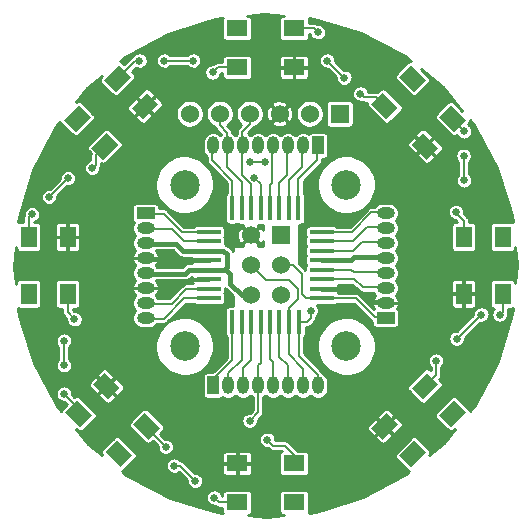
<source format=gtl>
G04 (created by PCBNEW (2013-09-20 BZR 4325)-product) date Sun 22 Sep 2013 01:26:36 AM CEST*
%MOIN*%
G04 Gerber Fmt 3.4, Leading zero omitted, Abs format*
%FSLAX34Y34*%
G01*
G70*
G90*
G04 APERTURE LIST*
%ADD10C,0.005906*%
%ADD11R,0.055118X0.070866*%
%ADD12R,0.070866X0.055118*%
%ADD13R,0.078700X0.017700*%
%ADD14R,0.017700X0.078700*%
%ADD15R,0.060000X0.060000*%
%ADD16C,0.060000*%
%ADD17R,0.059055X0.039370*%
%ADD18O,0.059055X0.039370*%
%ADD19R,0.039370X0.059055*%
%ADD20O,0.039370X0.059055*%
%ADD21C,0.098425*%
%ADD22C,0.025000*%
%ADD23C,0.035000*%
%ADD24C,0.006000*%
%ADD25C,0.016000*%
%ADD26C,0.009843*%
G04 APERTURE END LIST*
G54D10*
G36*
X38003Y-23432D02*
X38504Y-23933D01*
X38114Y-24322D01*
X37613Y-23821D01*
X38003Y-23432D01*
X38003Y-23432D01*
G37*
G36*
X38921Y-22513D02*
X39422Y-23014D01*
X39033Y-23404D01*
X38532Y-22903D01*
X38921Y-22513D01*
X38921Y-22513D01*
G37*
G36*
X37585Y-21177D02*
X38086Y-21678D01*
X37696Y-22067D01*
X37195Y-21566D01*
X37585Y-21177D01*
X37585Y-21177D01*
G37*
G36*
X36666Y-22095D02*
X37167Y-22596D01*
X36778Y-22986D01*
X36277Y-22485D01*
X36666Y-22095D01*
X36666Y-22095D01*
G37*
G54D11*
X26149Y-26905D03*
X24850Y-26905D03*
X24850Y-28794D03*
X26149Y-28794D03*
G54D10*
G36*
X27496Y-32317D02*
X26995Y-31816D01*
X27385Y-31427D01*
X27886Y-31928D01*
X27496Y-32317D01*
X27496Y-32317D01*
G37*
G36*
X26578Y-33236D02*
X26077Y-32735D01*
X26466Y-32345D01*
X26967Y-32846D01*
X26578Y-33236D01*
X26578Y-33236D01*
G37*
G36*
X27914Y-34572D02*
X27413Y-34071D01*
X27803Y-33682D01*
X28304Y-34183D01*
X27914Y-34572D01*
X27914Y-34572D01*
G37*
G36*
X28833Y-33654D02*
X28332Y-33153D01*
X28721Y-32763D01*
X29222Y-33264D01*
X28833Y-33654D01*
X28833Y-33654D01*
G37*
G54D12*
X31805Y-34450D03*
X31805Y-35749D03*
X33694Y-35749D03*
X33694Y-34450D03*
G54D10*
G36*
X37167Y-33153D02*
X36666Y-33654D01*
X36277Y-33264D01*
X36778Y-32763D01*
X37167Y-33153D01*
X37167Y-33153D01*
G37*
G36*
X38086Y-34071D02*
X37585Y-34572D01*
X37195Y-34183D01*
X37696Y-33682D01*
X38086Y-34071D01*
X38086Y-34071D01*
G37*
G36*
X39422Y-32735D02*
X38921Y-33236D01*
X38532Y-32846D01*
X39033Y-32345D01*
X39422Y-32735D01*
X39422Y-32735D01*
G37*
G36*
X38504Y-31816D02*
X38003Y-32317D01*
X37613Y-31928D01*
X38114Y-31427D01*
X38504Y-31816D01*
X38504Y-31816D01*
G37*
G54D11*
X39350Y-28794D03*
X40649Y-28794D03*
X40649Y-26905D03*
X39350Y-26905D03*
G54D12*
X33694Y-21249D03*
X33694Y-19950D03*
X31805Y-19950D03*
X31805Y-21249D03*
G54D10*
G36*
X28282Y-22596D02*
X28783Y-22095D01*
X29172Y-22485D01*
X28671Y-22986D01*
X28282Y-22596D01*
X28282Y-22596D01*
G37*
G36*
X27363Y-21678D02*
X27864Y-21177D01*
X28254Y-21566D01*
X27753Y-22067D01*
X27363Y-21678D01*
X27363Y-21678D01*
G37*
G36*
X26027Y-23014D02*
X26528Y-22513D01*
X26917Y-22903D01*
X26416Y-23404D01*
X26027Y-23014D01*
X26027Y-23014D01*
G37*
G36*
X26945Y-23933D02*
X27446Y-23432D01*
X27836Y-23821D01*
X27335Y-24322D01*
X26945Y-23933D01*
X26945Y-23933D01*
G37*
G54D13*
X30854Y-28943D03*
X30854Y-28628D03*
X30854Y-28313D03*
X30854Y-27998D03*
X30854Y-27683D03*
X30854Y-27368D03*
X30854Y-27053D03*
X30854Y-26738D03*
X34620Y-26740D03*
X34620Y-28950D03*
X34620Y-28630D03*
X34620Y-28310D03*
X34620Y-28000D03*
X34620Y-27680D03*
X34620Y-27370D03*
X34620Y-27050D03*
G54D14*
X31638Y-25950D03*
X31952Y-25950D03*
X32268Y-25950D03*
X32582Y-25950D03*
X32898Y-25950D03*
X33212Y-25950D03*
X33528Y-25950D03*
X33842Y-25950D03*
X31640Y-29730D03*
X31950Y-29730D03*
X32270Y-29730D03*
X32580Y-29730D03*
X32890Y-29730D03*
X33210Y-29730D03*
X33530Y-29730D03*
X33850Y-29730D03*
G54D15*
X33250Y-26850D03*
G54D16*
X32250Y-26850D03*
X33250Y-27850D03*
X32250Y-27850D03*
X33250Y-28850D03*
X32250Y-28850D03*
G54D15*
X35216Y-22795D03*
G54D16*
X34216Y-22795D03*
X33216Y-22795D03*
X32216Y-22795D03*
X31216Y-22795D03*
X30216Y-22795D03*
G54D17*
X36746Y-29603D03*
G54D18*
X36746Y-29103D03*
X36746Y-28603D03*
X36746Y-28103D03*
X36746Y-27603D03*
X36746Y-27103D03*
X36746Y-26603D03*
X36746Y-26103D03*
G54D19*
X30996Y-31853D03*
G54D20*
X31496Y-31853D03*
X31996Y-31853D03*
X32496Y-31853D03*
X32996Y-31853D03*
X33496Y-31853D03*
X33996Y-31853D03*
X34496Y-31853D03*
G54D19*
X34496Y-23853D03*
G54D20*
X33996Y-23853D03*
X33496Y-23853D03*
X32996Y-23853D03*
X32496Y-23853D03*
X31996Y-23853D03*
X31496Y-23853D03*
X30996Y-23853D03*
G54D17*
X28746Y-26103D03*
G54D18*
X28746Y-26603D03*
X28746Y-27103D03*
X28746Y-27603D03*
X28746Y-28103D03*
X28746Y-28603D03*
X28746Y-29103D03*
X28746Y-29603D03*
G54D21*
X30050Y-25156D03*
X35443Y-25156D03*
X35443Y-30550D03*
X30050Y-30550D03*
G54D22*
X32805Y-33660D03*
X32215Y-33030D03*
X32244Y-24409D03*
X32716Y-24409D03*
X34251Y-29370D03*
X32362Y-24921D03*
G54D23*
X33694Y-35749D03*
X27858Y-34127D03*
X24850Y-28794D03*
X31805Y-19950D03*
X37641Y-21622D03*
X40649Y-26905D03*
X38977Y-32791D03*
X26467Y-22951D03*
G54D22*
X29420Y-33896D03*
X29695Y-34526D03*
X30404Y-35038D03*
X31034Y-35589D03*
X26023Y-30354D03*
X26023Y-31181D03*
X26377Y-29645D03*
X26023Y-32125D03*
X30984Y-21417D03*
X30334Y-21023D03*
X29370Y-21023D03*
X28543Y-21023D03*
X40551Y-29488D03*
X39940Y-29488D03*
X39114Y-30295D03*
X38425Y-31023D03*
X39370Y-23385D03*
X39350Y-24192D03*
X39370Y-25019D03*
X39094Y-26062D03*
X26161Y-24940D03*
X25531Y-25570D03*
X24960Y-26141D03*
X26968Y-24606D03*
X34803Y-21023D03*
X35374Y-21594D03*
X35905Y-22125D03*
X34488Y-20078D03*
G54D23*
X32755Y-20216D03*
X34291Y-26181D03*
X27412Y-33295D03*
X25098Y-27874D03*
X27333Y-22491D03*
X38138Y-22452D03*
X32755Y-35492D03*
X38177Y-33256D03*
X40374Y-27874D03*
G54D24*
X34620Y-28310D02*
X35711Y-28310D01*
X35986Y-28584D02*
X36692Y-28584D01*
X35711Y-28310D02*
X35986Y-28584D01*
X34620Y-27370D02*
X35661Y-27370D01*
X35946Y-27084D02*
X36692Y-27084D01*
X35661Y-27370D02*
X35946Y-27084D01*
X34620Y-28000D02*
X35598Y-28000D01*
X35683Y-28084D02*
X36692Y-28084D01*
X35598Y-28000D02*
X35683Y-28084D01*
X32496Y-31853D02*
X32496Y-32748D01*
X33694Y-34155D02*
X33694Y-34450D01*
X33396Y-33857D02*
X33694Y-34155D01*
X33002Y-33857D02*
X33396Y-33857D01*
X32805Y-33660D02*
X33002Y-33857D01*
X32496Y-32748D02*
X32215Y-33030D01*
X32580Y-29730D02*
X32580Y-31090D01*
X32496Y-31174D02*
X32496Y-31853D01*
X32580Y-31090D02*
X32496Y-31174D01*
X32244Y-24409D02*
X32716Y-24409D01*
X33850Y-29730D02*
X33850Y-30857D01*
X34505Y-31513D02*
X34505Y-31811D01*
X33850Y-30857D02*
X34505Y-31513D01*
X34128Y-29730D02*
X33850Y-29730D01*
X34251Y-29606D02*
X34128Y-29730D01*
X34251Y-29370D02*
X34251Y-29606D01*
X33530Y-29730D02*
X33530Y-30813D01*
X34005Y-31289D02*
X34005Y-31811D01*
X33530Y-30813D02*
X34005Y-31289D01*
X32250Y-27850D02*
X32259Y-27850D01*
X33530Y-29265D02*
X33530Y-29730D01*
X33818Y-28976D02*
X33530Y-29265D01*
X33818Y-28622D02*
X33818Y-28976D01*
X33543Y-28346D02*
X33818Y-28622D01*
X32755Y-28346D02*
X33543Y-28346D01*
X32259Y-27850D02*
X32755Y-28346D01*
X32890Y-29730D02*
X32890Y-30960D01*
X32890Y-30960D02*
X33005Y-31076D01*
X33005Y-31076D02*
X33005Y-31811D01*
X33505Y-31183D02*
X33505Y-31811D01*
X33210Y-30887D02*
X33505Y-31183D01*
X33210Y-29730D02*
X33210Y-30887D01*
X30112Y-28628D02*
X30854Y-28628D01*
X29616Y-29124D02*
X30112Y-28628D01*
X28779Y-29124D02*
X29616Y-29124D01*
X30033Y-28943D02*
X30854Y-28943D01*
X29352Y-29624D02*
X30033Y-28943D01*
X28779Y-29624D02*
X29352Y-29624D01*
X34620Y-27050D02*
X35666Y-27050D01*
X36131Y-26584D02*
X36692Y-26584D01*
X35666Y-27050D02*
X36131Y-26584D01*
X36692Y-26084D02*
X36277Y-26084D01*
X35622Y-26740D02*
X34620Y-26740D01*
X36277Y-26084D02*
X35622Y-26740D01*
X34466Y-23897D02*
X34466Y-24352D01*
X34466Y-24352D02*
X33842Y-24976D01*
X33842Y-24976D02*
X33842Y-25950D01*
X33528Y-25015D02*
X33528Y-25950D01*
X33966Y-24576D02*
X33528Y-25015D01*
X33966Y-23897D02*
X33966Y-24576D01*
X33212Y-25095D02*
X33212Y-25950D01*
X33466Y-24840D02*
X33212Y-25095D01*
X33466Y-23897D02*
X33466Y-24840D01*
X32898Y-25172D02*
X32898Y-25950D01*
X32966Y-25104D02*
X32898Y-25172D01*
X32966Y-23897D02*
X32966Y-25104D01*
X31638Y-25023D02*
X31638Y-25950D01*
X30966Y-24352D02*
X31638Y-25023D01*
X30966Y-23897D02*
X30966Y-24352D01*
X28779Y-26124D02*
X29352Y-26124D01*
X29352Y-26124D02*
X29966Y-26738D01*
X29966Y-26738D02*
X30854Y-26738D01*
X28779Y-26624D02*
X29616Y-26624D01*
X29616Y-26624D02*
X30045Y-27053D01*
X30045Y-27053D02*
X30854Y-27053D01*
X31640Y-29730D02*
X31640Y-30997D01*
X31005Y-31631D02*
X31005Y-31811D01*
X31640Y-30997D02*
X31005Y-31631D01*
X31950Y-29730D02*
X31950Y-31002D01*
X31505Y-31446D02*
X31505Y-31811D01*
X31950Y-31002D02*
X31505Y-31446D01*
X32270Y-29730D02*
X32270Y-30997D01*
X32270Y-30997D02*
X32005Y-31261D01*
X32005Y-31261D02*
X32005Y-31811D01*
X32582Y-25219D02*
X32582Y-25141D01*
X32582Y-25141D02*
X32362Y-24921D01*
X32582Y-25950D02*
X32582Y-25219D01*
X32216Y-22795D02*
X32216Y-23137D01*
X32216Y-23137D02*
X31966Y-23387D01*
X31966Y-23387D02*
X31966Y-23897D01*
X31966Y-23897D02*
X31966Y-24840D01*
X31966Y-24840D02*
X32268Y-25142D01*
X32268Y-25142D02*
X32268Y-25950D01*
X36395Y-29584D02*
X36692Y-29584D01*
X35761Y-28950D02*
X36395Y-29584D01*
X34620Y-28950D02*
X35761Y-28950D01*
X33250Y-27850D02*
X33676Y-27850D01*
X34107Y-28950D02*
X34620Y-28950D01*
X33976Y-28818D02*
X34107Y-28950D01*
X33976Y-28149D02*
X33976Y-28818D01*
X33676Y-27850D02*
X33976Y-28149D01*
X31466Y-23435D02*
X31466Y-23897D01*
X31466Y-23897D02*
X31466Y-24576D01*
X31466Y-24576D02*
X31952Y-25062D01*
X31952Y-25062D02*
X31952Y-25950D01*
X31216Y-23185D02*
X31466Y-23435D01*
X31216Y-22795D02*
X31216Y-23185D01*
G54D25*
X26472Y-22958D02*
X26472Y-22956D01*
X26472Y-22956D02*
X26467Y-22951D01*
X28779Y-27124D02*
X29761Y-27124D01*
X29761Y-27124D02*
X30005Y-27368D01*
X28779Y-28124D02*
X30064Y-28124D01*
X30064Y-28124D02*
X30190Y-27998D01*
X30854Y-27998D02*
X31423Y-27998D01*
X31960Y-28850D02*
X32250Y-28850D01*
X31574Y-28464D02*
X31960Y-28850D01*
X31574Y-28149D02*
X31574Y-28464D01*
X31423Y-27998D02*
X31574Y-28149D01*
X30190Y-27998D02*
X30854Y-27998D01*
X30005Y-27368D02*
X30854Y-27368D01*
X34620Y-27680D02*
X35587Y-27680D01*
X35683Y-27584D02*
X36692Y-27584D01*
X35587Y-27680D02*
X35683Y-27584D01*
X30854Y-27368D02*
X31344Y-27368D01*
X31456Y-27480D02*
X31456Y-27677D01*
X31344Y-27368D02*
X31456Y-27480D01*
X31456Y-27677D02*
X31456Y-27913D01*
X31456Y-27913D02*
X31372Y-27998D01*
G54D24*
X31372Y-27998D02*
X30854Y-27998D01*
X31805Y-35749D02*
X31194Y-35749D01*
X28777Y-33253D02*
X28777Y-33208D01*
X29420Y-33896D02*
X28777Y-33253D01*
X29892Y-34526D02*
X29695Y-34526D01*
X30404Y-35038D02*
X29892Y-34526D01*
X31194Y-35749D02*
X31034Y-35589D01*
X26023Y-31181D02*
X26023Y-30354D01*
X26149Y-28794D02*
X26149Y-29417D01*
X26149Y-29417D02*
X26377Y-29645D01*
X26522Y-32624D02*
X26522Y-32791D01*
X26023Y-32125D02*
X26522Y-32624D01*
X31151Y-21249D02*
X31805Y-21249D01*
X30984Y-21417D02*
X31151Y-21249D01*
X29370Y-21023D02*
X30334Y-21023D01*
X28407Y-21023D02*
X28543Y-21023D01*
X27808Y-21622D02*
X28407Y-21023D01*
X40649Y-29389D02*
X40649Y-28794D01*
X40649Y-29389D02*
X40551Y-29488D01*
X39921Y-29488D02*
X39940Y-29488D01*
X39114Y-30295D02*
X39921Y-29488D01*
X38425Y-31023D02*
X38425Y-31506D01*
X38058Y-31872D02*
X38425Y-31506D01*
X38058Y-31783D02*
X38058Y-31872D01*
X38977Y-22993D02*
X39370Y-23385D01*
X38977Y-22958D02*
X38977Y-22993D01*
X39350Y-24192D02*
X39350Y-25000D01*
X39350Y-25000D02*
X39370Y-25019D01*
X39094Y-26102D02*
X39350Y-26358D01*
X39350Y-26358D02*
X39350Y-26905D01*
X39094Y-26062D02*
X39094Y-26102D01*
X26161Y-24940D02*
X25531Y-25570D01*
X24850Y-26251D02*
X24960Y-26141D01*
X24850Y-26251D02*
X24850Y-26905D01*
X27391Y-23877D02*
X27086Y-24182D01*
X26968Y-24606D02*
X27086Y-24488D01*
X27086Y-24488D02*
X27086Y-24182D01*
X35374Y-21594D02*
X34803Y-21023D01*
X36425Y-22244D02*
X36722Y-22541D01*
X36023Y-22244D02*
X36425Y-22244D01*
X35905Y-22125D02*
X36023Y-22244D01*
X34359Y-19950D02*
X34488Y-20078D01*
X33694Y-19950D02*
X34359Y-19950D01*
G54D25*
X28779Y-27624D02*
X30143Y-27624D01*
X30143Y-27624D02*
X30202Y-27683D01*
G54D24*
X28779Y-28624D02*
X29879Y-28624D01*
X29879Y-28624D02*
X30190Y-28313D01*
G54D25*
X32755Y-20216D02*
X32755Y-20196D01*
X36210Y-29084D02*
X36692Y-29084D01*
X35755Y-28630D02*
X36210Y-29084D01*
X30202Y-27683D02*
X30854Y-27683D01*
G54D24*
X30190Y-28313D02*
X30854Y-28313D01*
G54D25*
X34620Y-28630D02*
X35755Y-28630D01*
X27412Y-33295D02*
X27401Y-33307D01*
X25098Y-27874D02*
X25078Y-27874D01*
X27333Y-22491D02*
X27322Y-22480D01*
X38138Y-22452D02*
X38149Y-22440D01*
X32755Y-35492D02*
X32755Y-35472D01*
X38177Y-33256D02*
X38188Y-33267D01*
X40374Y-27874D02*
X40393Y-27874D01*
G54D10*
G36*
X41132Y-27842D02*
X41072Y-28452D01*
X41072Y-28426D01*
X41067Y-28397D01*
X41056Y-28370D01*
X41039Y-28346D01*
X41019Y-28325D01*
X40995Y-28309D01*
X40968Y-28298D01*
X40939Y-28292D01*
X40910Y-28292D01*
X40359Y-28292D01*
X40330Y-28298D01*
X40304Y-28309D01*
X40279Y-28325D01*
X40259Y-28346D01*
X40243Y-28370D01*
X40232Y-28397D01*
X40226Y-28426D01*
X40226Y-28455D01*
X40226Y-29163D01*
X40232Y-29192D01*
X40243Y-29219D01*
X40259Y-29243D01*
X40279Y-29263D01*
X40304Y-29280D01*
X40330Y-29291D01*
X40357Y-29296D01*
X40341Y-29312D01*
X40311Y-29356D01*
X40290Y-29405D01*
X40278Y-29457D01*
X40278Y-29511D01*
X40287Y-29563D01*
X40307Y-29613D01*
X40336Y-29658D01*
X40373Y-29696D01*
X40417Y-29727D01*
X40466Y-29748D01*
X40518Y-29760D01*
X40572Y-29761D01*
X40624Y-29752D01*
X40674Y-29732D01*
X40719Y-29704D01*
X40758Y-29667D01*
X40789Y-29623D01*
X40811Y-29574D01*
X40822Y-29522D01*
X40823Y-29461D01*
X40819Y-29439D01*
X40823Y-29426D01*
X40823Y-29425D01*
X40823Y-29424D01*
X40825Y-29408D01*
X40827Y-29392D01*
X40827Y-29390D01*
X40827Y-29390D01*
X40827Y-29390D01*
X40827Y-29389D01*
X40827Y-29296D01*
X40939Y-29296D01*
X40968Y-29291D01*
X40991Y-29281D01*
X40972Y-29478D01*
X40499Y-31044D01*
X40213Y-31581D01*
X40213Y-29461D01*
X40203Y-29409D01*
X40182Y-29359D01*
X40153Y-29315D01*
X40115Y-29277D01*
X40071Y-29247D01*
X40021Y-29226D01*
X39969Y-29215D01*
X39916Y-29215D01*
X39863Y-29225D01*
X39814Y-29245D01*
X39773Y-29271D01*
X39773Y-29163D01*
X39773Y-29134D01*
X39773Y-28841D01*
X39773Y-28748D01*
X39773Y-28455D01*
X39773Y-28426D01*
X39773Y-27273D01*
X39773Y-27244D01*
X39773Y-26536D01*
X39767Y-26507D01*
X39756Y-26480D01*
X39740Y-26456D01*
X39720Y-26436D01*
X39695Y-26419D01*
X39669Y-26408D01*
X39642Y-26403D01*
X39642Y-24992D01*
X39632Y-24940D01*
X39611Y-24891D01*
X39582Y-24846D01*
X39544Y-24808D01*
X39528Y-24797D01*
X39528Y-24400D01*
X39557Y-24371D01*
X39588Y-24328D01*
X39610Y-24279D01*
X39622Y-24227D01*
X39623Y-24166D01*
X39612Y-24113D01*
X39592Y-24064D01*
X39562Y-24019D01*
X39525Y-23981D01*
X39480Y-23951D01*
X39431Y-23931D01*
X39379Y-23920D01*
X39325Y-23920D01*
X39273Y-23930D01*
X39223Y-23950D01*
X39178Y-23979D01*
X39140Y-24016D01*
X39110Y-24060D01*
X39089Y-24110D01*
X39078Y-24162D01*
X39077Y-24215D01*
X39087Y-24268D01*
X39106Y-24318D01*
X39135Y-24363D01*
X39172Y-24401D01*
X39172Y-24831D01*
X39160Y-24843D01*
X39130Y-24887D01*
X39108Y-24936D01*
X39097Y-24989D01*
X39097Y-25042D01*
X39106Y-25095D01*
X39126Y-25144D01*
X39155Y-25189D01*
X39192Y-25228D01*
X39236Y-25258D01*
X39285Y-25280D01*
X39337Y-25291D01*
X39391Y-25292D01*
X39443Y-25283D01*
X39493Y-25264D01*
X39538Y-25235D01*
X39577Y-25198D01*
X39608Y-25155D01*
X39630Y-25106D01*
X39641Y-25054D01*
X39642Y-24992D01*
X39642Y-26403D01*
X39640Y-26403D01*
X39611Y-26403D01*
X39528Y-26403D01*
X39528Y-26358D01*
X39526Y-26341D01*
X39525Y-26325D01*
X39524Y-26324D01*
X39524Y-26323D01*
X39519Y-26308D01*
X39515Y-26292D01*
X39514Y-26291D01*
X39514Y-26290D01*
X39506Y-26276D01*
X39499Y-26261D01*
X39498Y-26260D01*
X39498Y-26259D01*
X39487Y-26247D01*
X39477Y-26234D01*
X39476Y-26233D01*
X39476Y-26233D01*
X39476Y-26233D01*
X39476Y-26232D01*
X39361Y-26118D01*
X39366Y-26097D01*
X39367Y-26036D01*
X39356Y-25983D01*
X39336Y-25934D01*
X39306Y-25889D01*
X39269Y-25851D01*
X39224Y-25822D01*
X39175Y-25801D01*
X39123Y-25790D01*
X39069Y-25790D01*
X39017Y-25800D01*
X38967Y-25820D01*
X38922Y-25849D01*
X38884Y-25886D01*
X38854Y-25931D01*
X38833Y-25980D01*
X38822Y-26032D01*
X38821Y-26085D01*
X38831Y-26138D01*
X38850Y-26188D01*
X38879Y-26233D01*
X38916Y-26271D01*
X38960Y-26302D01*
X39009Y-26323D01*
X39062Y-26335D01*
X39076Y-26335D01*
X39144Y-26403D01*
X39060Y-26403D01*
X39031Y-26408D01*
X39004Y-26419D01*
X38980Y-26436D01*
X38960Y-26456D01*
X38943Y-26480D01*
X38932Y-26507D01*
X38927Y-26536D01*
X38927Y-26565D01*
X38927Y-27273D01*
X38932Y-27302D01*
X38943Y-27329D01*
X38960Y-27353D01*
X38980Y-27374D01*
X39004Y-27390D01*
X39031Y-27401D01*
X39060Y-27407D01*
X39089Y-27407D01*
X39640Y-27407D01*
X39669Y-27401D01*
X39695Y-27390D01*
X39720Y-27374D01*
X39740Y-27353D01*
X39756Y-27329D01*
X39767Y-27302D01*
X39773Y-27273D01*
X39773Y-28426D01*
X39767Y-28397D01*
X39756Y-28370D01*
X39740Y-28346D01*
X39720Y-28325D01*
X39695Y-28309D01*
X39669Y-28298D01*
X39640Y-28292D01*
X39397Y-28292D01*
X39360Y-28329D01*
X39360Y-28785D01*
X39736Y-28785D01*
X39773Y-28748D01*
X39773Y-28841D01*
X39736Y-28804D01*
X39360Y-28804D01*
X39360Y-29259D01*
X39397Y-29296D01*
X39640Y-29296D01*
X39669Y-29291D01*
X39695Y-29280D01*
X39720Y-29263D01*
X39740Y-29243D01*
X39756Y-29219D01*
X39767Y-29192D01*
X39773Y-29163D01*
X39773Y-29271D01*
X39769Y-29274D01*
X39731Y-29312D01*
X39700Y-29356D01*
X39679Y-29405D01*
X39668Y-29457D01*
X39668Y-29489D01*
X39340Y-29817D01*
X39340Y-29259D01*
X39340Y-28804D01*
X39340Y-28785D01*
X39340Y-28329D01*
X39303Y-28292D01*
X39060Y-28292D01*
X39031Y-28298D01*
X39004Y-28309D01*
X38980Y-28325D01*
X38960Y-28346D01*
X38943Y-28370D01*
X38932Y-28397D01*
X38927Y-28426D01*
X38927Y-28455D01*
X38927Y-28748D01*
X38964Y-28785D01*
X39340Y-28785D01*
X39340Y-28804D01*
X38964Y-28804D01*
X38927Y-28841D01*
X38927Y-29134D01*
X38927Y-29163D01*
X38932Y-29192D01*
X38943Y-29219D01*
X38960Y-29243D01*
X38980Y-29263D01*
X39004Y-29280D01*
X39031Y-29291D01*
X39060Y-29296D01*
X39303Y-29296D01*
X39340Y-29259D01*
X39340Y-29817D01*
X39135Y-30022D01*
X39089Y-30022D01*
X39036Y-30032D01*
X38987Y-30052D01*
X38942Y-30081D01*
X38904Y-30119D01*
X38874Y-30163D01*
X38853Y-30212D01*
X38841Y-30264D01*
X38841Y-30318D01*
X38850Y-30370D01*
X38870Y-30420D01*
X38899Y-30465D01*
X38936Y-30503D01*
X38980Y-30534D01*
X39029Y-30555D01*
X39081Y-30567D01*
X39135Y-30568D01*
X39187Y-30559D01*
X39237Y-30539D01*
X39282Y-30511D01*
X39321Y-30474D01*
X39352Y-30430D01*
X39374Y-30381D01*
X39385Y-30329D01*
X39386Y-30273D01*
X39901Y-29758D01*
X39908Y-29760D01*
X39961Y-29761D01*
X40014Y-29752D01*
X40064Y-29732D01*
X40109Y-29704D01*
X40148Y-29667D01*
X40179Y-29623D01*
X40200Y-29574D01*
X40212Y-29522D01*
X40213Y-29461D01*
X40213Y-31581D01*
X39731Y-32488D01*
X39564Y-32692D01*
X39564Y-32692D01*
X39553Y-32665D01*
X39537Y-32641D01*
X39517Y-32620D01*
X39127Y-32231D01*
X39103Y-32214D01*
X39076Y-32203D01*
X39047Y-32198D01*
X39018Y-32198D01*
X38990Y-32203D01*
X38963Y-32214D01*
X38939Y-32231D01*
X38918Y-32251D01*
X38697Y-32472D01*
X38697Y-30996D01*
X38687Y-30944D01*
X38667Y-30895D01*
X38651Y-30872D01*
X38651Y-23947D01*
X38651Y-23918D01*
X38646Y-23890D01*
X38635Y-23863D01*
X38618Y-23839D01*
X38598Y-23818D01*
X38391Y-23611D01*
X38338Y-23611D01*
X38325Y-23625D01*
X38325Y-23597D01*
X38325Y-23545D01*
X38117Y-23337D01*
X38097Y-23317D01*
X38073Y-23301D01*
X38046Y-23290D01*
X38017Y-23284D01*
X37988Y-23284D01*
X37960Y-23290D01*
X37933Y-23301D01*
X37909Y-23317D01*
X37736Y-23489D01*
X37736Y-23541D01*
X38058Y-23863D01*
X38325Y-23597D01*
X38325Y-23625D01*
X38072Y-23877D01*
X38394Y-24199D01*
X38446Y-24199D01*
X38618Y-24027D01*
X38635Y-24003D01*
X38646Y-23976D01*
X38651Y-23947D01*
X38651Y-30872D01*
X38637Y-30850D01*
X38599Y-30812D01*
X38555Y-30782D01*
X38506Y-30761D01*
X38453Y-30751D01*
X38400Y-30750D01*
X38380Y-30754D01*
X38380Y-24265D01*
X38380Y-24213D01*
X38058Y-23891D01*
X38044Y-23905D01*
X38044Y-23877D01*
X37722Y-23555D01*
X37670Y-23555D01*
X37498Y-23727D01*
X37482Y-23751D01*
X37471Y-23778D01*
X37465Y-23807D01*
X37465Y-23836D01*
X37471Y-23864D01*
X37482Y-23891D01*
X37498Y-23915D01*
X37519Y-23936D01*
X37726Y-24143D01*
X37778Y-24143D01*
X38044Y-23877D01*
X38044Y-23905D01*
X37792Y-24157D01*
X37792Y-24209D01*
X37999Y-24417D01*
X38020Y-24437D01*
X38044Y-24453D01*
X38071Y-24464D01*
X38099Y-24470D01*
X38129Y-24470D01*
X38157Y-24464D01*
X38184Y-24453D01*
X38208Y-24437D01*
X38380Y-24265D01*
X38380Y-30754D01*
X38347Y-30760D01*
X38298Y-30780D01*
X38253Y-30810D01*
X38215Y-30847D01*
X38185Y-30891D01*
X38164Y-30940D01*
X38152Y-30993D01*
X38152Y-31046D01*
X38161Y-31099D01*
X38181Y-31148D01*
X38210Y-31193D01*
X38247Y-31232D01*
X38247Y-31351D01*
X38208Y-31312D01*
X38184Y-31296D01*
X38157Y-31285D01*
X38129Y-31279D01*
X38099Y-31279D01*
X38071Y-31285D01*
X38044Y-31296D01*
X38020Y-31312D01*
X37999Y-31332D01*
X37498Y-31834D01*
X37482Y-31858D01*
X37471Y-31885D01*
X37465Y-31913D01*
X37465Y-31942D01*
X37471Y-31971D01*
X37482Y-31998D01*
X37498Y-32022D01*
X37519Y-32042D01*
X37909Y-32432D01*
X37933Y-32448D01*
X37960Y-32459D01*
X37988Y-32465D01*
X38017Y-32465D01*
X38046Y-32459D01*
X38073Y-32448D01*
X38097Y-32432D01*
X38117Y-32412D01*
X38618Y-31910D01*
X38635Y-31886D01*
X38646Y-31859D01*
X38651Y-31831D01*
X38651Y-31802D01*
X38646Y-31773D01*
X38635Y-31746D01*
X38618Y-31722D01*
X38598Y-31702D01*
X38539Y-31643D01*
X38550Y-31631D01*
X38561Y-31619D01*
X38571Y-31606D01*
X38572Y-31605D01*
X38572Y-31604D01*
X38580Y-31590D01*
X38588Y-31576D01*
X38588Y-31575D01*
X38589Y-31574D01*
X38593Y-31558D01*
X38598Y-31543D01*
X38599Y-31542D01*
X38599Y-31541D01*
X38600Y-31524D01*
X38602Y-31508D01*
X38602Y-31506D01*
X38602Y-31506D01*
X38602Y-31506D01*
X38602Y-31506D01*
X38602Y-31230D01*
X38632Y-31202D01*
X38663Y-31158D01*
X38685Y-31110D01*
X38696Y-31057D01*
X38697Y-30996D01*
X38697Y-32472D01*
X38417Y-32752D01*
X38401Y-32776D01*
X38390Y-32803D01*
X38384Y-32832D01*
X38384Y-32861D01*
X38390Y-32889D01*
X38401Y-32916D01*
X38417Y-32940D01*
X38437Y-32961D01*
X38827Y-33351D01*
X38851Y-33367D01*
X38878Y-33378D01*
X38907Y-33384D01*
X38936Y-33384D01*
X38964Y-33378D01*
X38991Y-33367D01*
X39015Y-33351D01*
X39036Y-33330D01*
X39079Y-33287D01*
X38697Y-33756D01*
X38196Y-34170D01*
X38201Y-34165D01*
X38217Y-34141D01*
X38228Y-34114D01*
X38234Y-34086D01*
X38234Y-34057D01*
X38228Y-34028D01*
X38217Y-34001D01*
X38201Y-33977D01*
X38180Y-33957D01*
X37791Y-33567D01*
X37766Y-33551D01*
X37739Y-33540D01*
X37711Y-33534D01*
X37682Y-33534D01*
X37653Y-33540D01*
X37626Y-33551D01*
X37602Y-33567D01*
X37582Y-33587D01*
X37315Y-33854D01*
X37315Y-33167D01*
X37315Y-33138D01*
X37315Y-22611D01*
X37315Y-22582D01*
X37309Y-22553D01*
X37298Y-22526D01*
X37282Y-22502D01*
X37262Y-22482D01*
X36760Y-21981D01*
X36736Y-21964D01*
X36709Y-21953D01*
X36681Y-21948D01*
X36652Y-21948D01*
X36623Y-21953D01*
X36596Y-21964D01*
X36572Y-21981D01*
X36552Y-22001D01*
X36478Y-22075D01*
X36478Y-22075D01*
X36462Y-22070D01*
X36461Y-22070D01*
X36460Y-22069D01*
X36444Y-22068D01*
X36427Y-22066D01*
X36426Y-22066D01*
X36426Y-22066D01*
X36426Y-22066D01*
X36425Y-22066D01*
X36171Y-22066D01*
X36167Y-22046D01*
X36147Y-21997D01*
X36117Y-21952D01*
X36080Y-21914D01*
X36035Y-21884D01*
X35986Y-21864D01*
X35934Y-21853D01*
X35880Y-21853D01*
X35828Y-21863D01*
X35778Y-21883D01*
X35733Y-21912D01*
X35695Y-21949D01*
X35665Y-21994D01*
X35646Y-22037D01*
X35646Y-21567D01*
X35636Y-21515D01*
X35615Y-21465D01*
X35586Y-21421D01*
X35548Y-21383D01*
X35504Y-21353D01*
X35455Y-21332D01*
X35402Y-21322D01*
X35352Y-21321D01*
X35075Y-21044D01*
X35075Y-20996D01*
X35065Y-20944D01*
X35045Y-20895D01*
X35015Y-20850D01*
X34977Y-20812D01*
X34933Y-20782D01*
X34884Y-20761D01*
X34831Y-20751D01*
X34778Y-20750D01*
X34725Y-20760D01*
X34676Y-20780D01*
X34631Y-20810D01*
X34593Y-20847D01*
X34563Y-20891D01*
X34542Y-20940D01*
X34530Y-20993D01*
X34530Y-21046D01*
X34539Y-21099D01*
X34559Y-21148D01*
X34588Y-21193D01*
X34625Y-21232D01*
X34669Y-21262D01*
X34718Y-21284D01*
X34770Y-21295D01*
X34824Y-21296D01*
X34824Y-21296D01*
X35101Y-21573D01*
X35101Y-21617D01*
X35110Y-21670D01*
X35130Y-21719D01*
X35159Y-21764D01*
X35196Y-21803D01*
X35240Y-21833D01*
X35289Y-21855D01*
X35341Y-21866D01*
X35395Y-21867D01*
X35447Y-21858D01*
X35497Y-21839D01*
X35542Y-21810D01*
X35581Y-21773D01*
X35612Y-21729D01*
X35633Y-21680D01*
X35645Y-21628D01*
X35646Y-21567D01*
X35646Y-22037D01*
X35644Y-22043D01*
X35633Y-22095D01*
X35632Y-22148D01*
X35642Y-22201D01*
X35661Y-22251D01*
X35690Y-22296D01*
X35727Y-22334D01*
X35771Y-22365D01*
X35820Y-22386D01*
X35873Y-22398D01*
X35926Y-22399D01*
X35935Y-22397D01*
X35939Y-22399D01*
X35953Y-22407D01*
X35954Y-22407D01*
X35955Y-22408D01*
X35971Y-22412D01*
X35986Y-22417D01*
X35987Y-22417D01*
X35988Y-22418D01*
X36004Y-22419D01*
X36021Y-22421D01*
X36022Y-22421D01*
X36023Y-22421D01*
X36023Y-22421D01*
X36023Y-22421D01*
X36143Y-22421D01*
X36135Y-22442D01*
X36129Y-22470D01*
X36129Y-22500D01*
X36135Y-22528D01*
X36146Y-22555D01*
X36162Y-22579D01*
X36182Y-22600D01*
X36684Y-23101D01*
X36708Y-23117D01*
X36735Y-23128D01*
X36763Y-23134D01*
X36792Y-23134D01*
X36821Y-23128D01*
X36848Y-23117D01*
X36872Y-23101D01*
X36892Y-23080D01*
X37282Y-22691D01*
X37298Y-22666D01*
X37309Y-22639D01*
X37315Y-22611D01*
X37315Y-33138D01*
X37309Y-33110D01*
X37298Y-33083D01*
X37282Y-33059D01*
X37191Y-32968D01*
X37191Y-28605D01*
X37185Y-28538D01*
X37166Y-28474D01*
X37135Y-28414D01*
X37093Y-28362D01*
X37083Y-28353D01*
X37090Y-28347D01*
X37133Y-28295D01*
X37164Y-28236D01*
X37184Y-28172D01*
X37191Y-28105D01*
X37185Y-28038D01*
X37166Y-27974D01*
X37135Y-27914D01*
X37093Y-27862D01*
X37083Y-27853D01*
X37090Y-27847D01*
X37133Y-27795D01*
X37164Y-27736D01*
X37184Y-27672D01*
X37191Y-27605D01*
X37185Y-27538D01*
X37166Y-27474D01*
X37135Y-27414D01*
X37093Y-27362D01*
X37083Y-27353D01*
X37090Y-27347D01*
X37133Y-27295D01*
X37164Y-27236D01*
X37184Y-27172D01*
X37191Y-27105D01*
X37185Y-27038D01*
X37166Y-26974D01*
X37135Y-26914D01*
X37093Y-26862D01*
X37083Y-26853D01*
X37090Y-26847D01*
X37133Y-26795D01*
X37164Y-26736D01*
X37184Y-26672D01*
X37191Y-26605D01*
X37185Y-26538D01*
X37166Y-26474D01*
X37135Y-26414D01*
X37093Y-26362D01*
X37083Y-26353D01*
X37090Y-26347D01*
X37133Y-26295D01*
X37164Y-26236D01*
X37184Y-26172D01*
X37191Y-26105D01*
X37185Y-26038D01*
X37166Y-25974D01*
X37135Y-25914D01*
X37093Y-25862D01*
X37042Y-25818D01*
X36983Y-25786D01*
X36919Y-25766D01*
X36852Y-25758D01*
X36847Y-25758D01*
X36646Y-25758D01*
X36579Y-25765D01*
X36515Y-25784D01*
X36455Y-25816D01*
X36418Y-25846D01*
X36418Y-25060D01*
X36381Y-24873D01*
X36308Y-24696D01*
X36202Y-24537D01*
X36067Y-24401D01*
X35909Y-24295D01*
X35733Y-24220D01*
X35683Y-24210D01*
X35683Y-23111D01*
X35683Y-23078D01*
X35683Y-22478D01*
X35677Y-22446D01*
X35664Y-22416D01*
X35646Y-22388D01*
X35623Y-22365D01*
X35595Y-22346D01*
X35565Y-22334D01*
X35533Y-22327D01*
X35500Y-22327D01*
X34900Y-22327D01*
X34867Y-22334D01*
X34837Y-22346D01*
X34809Y-22365D01*
X34786Y-22388D01*
X34768Y-22416D01*
X34755Y-22446D01*
X34749Y-22478D01*
X34749Y-22511D01*
X34749Y-23111D01*
X34755Y-23144D01*
X34768Y-23174D01*
X34786Y-23201D01*
X34809Y-23225D01*
X34837Y-23243D01*
X34867Y-23256D01*
X34900Y-23262D01*
X34933Y-23262D01*
X35533Y-23262D01*
X35565Y-23256D01*
X35595Y-23243D01*
X35623Y-23225D01*
X35646Y-23201D01*
X35664Y-23174D01*
X35677Y-23144D01*
X35683Y-23111D01*
X35683Y-24210D01*
X35546Y-24182D01*
X35354Y-24181D01*
X35167Y-24217D01*
X34990Y-24288D01*
X34830Y-24393D01*
X34693Y-24526D01*
X34585Y-24684D01*
X34510Y-24860D01*
X34470Y-25047D01*
X34468Y-25238D01*
X34502Y-25426D01*
X34572Y-25603D01*
X34676Y-25764D01*
X34809Y-25901D01*
X34966Y-26010D01*
X35141Y-26087D01*
X35327Y-26128D01*
X35518Y-26132D01*
X35707Y-26099D01*
X35885Y-26030D01*
X36046Y-25927D01*
X36184Y-25796D01*
X36295Y-25639D01*
X36372Y-25465D01*
X36415Y-25279D01*
X36418Y-25060D01*
X36418Y-25846D01*
X36403Y-25858D01*
X36363Y-25907D01*
X36277Y-25907D01*
X36261Y-25908D01*
X36244Y-25910D01*
X36243Y-25910D01*
X36243Y-25910D01*
X36227Y-25915D01*
X36211Y-25919D01*
X36210Y-25920D01*
X36209Y-25920D01*
X36195Y-25928D01*
X36180Y-25935D01*
X36180Y-25936D01*
X36179Y-25936D01*
X36166Y-25947D01*
X36153Y-25957D01*
X36152Y-25958D01*
X36152Y-25958D01*
X36152Y-25958D01*
X36151Y-25959D01*
X35548Y-26562D01*
X35131Y-26562D01*
X35128Y-26557D01*
X35107Y-26536D01*
X35083Y-26520D01*
X35056Y-26509D01*
X35028Y-26503D01*
X34998Y-26503D01*
X34211Y-26503D01*
X34183Y-26509D01*
X34156Y-26520D01*
X34132Y-26536D01*
X34111Y-26557D01*
X34095Y-26581D01*
X34084Y-26608D01*
X34078Y-26636D01*
X34078Y-26666D01*
X34078Y-26843D01*
X34084Y-26871D01*
X34094Y-26894D01*
X34084Y-26918D01*
X34078Y-26946D01*
X34078Y-26976D01*
X34078Y-27153D01*
X34084Y-27181D01*
X34095Y-27208D01*
X34096Y-27210D01*
X34095Y-27211D01*
X34084Y-27238D01*
X34078Y-27266D01*
X34078Y-27296D01*
X34078Y-27473D01*
X34084Y-27501D01*
X34094Y-27524D01*
X34084Y-27548D01*
X34078Y-27576D01*
X34078Y-27606D01*
X34078Y-27783D01*
X34084Y-27811D01*
X34095Y-27838D01*
X34096Y-27840D01*
X34095Y-27841D01*
X34084Y-27868D01*
X34078Y-27896D01*
X34078Y-27926D01*
X34078Y-28000D01*
X33858Y-27780D01*
X33858Y-27303D01*
X33858Y-26491D01*
X33945Y-26491D01*
X33973Y-26485D01*
X34000Y-26474D01*
X34024Y-26458D01*
X34045Y-26437D01*
X34061Y-26413D01*
X34072Y-26386D01*
X34078Y-26358D01*
X34078Y-26328D01*
X34078Y-25541D01*
X34072Y-25513D01*
X34061Y-25486D01*
X34045Y-25462D01*
X34024Y-25441D01*
X34019Y-25438D01*
X34019Y-25050D01*
X34592Y-24477D01*
X34602Y-24465D01*
X34613Y-24452D01*
X34613Y-24451D01*
X34614Y-24451D01*
X34621Y-24436D01*
X34629Y-24422D01*
X34630Y-24421D01*
X34630Y-24420D01*
X34635Y-24404D01*
X34640Y-24389D01*
X34640Y-24388D01*
X34640Y-24387D01*
X34642Y-24371D01*
X34644Y-24354D01*
X34644Y-24353D01*
X34644Y-24352D01*
X34644Y-24352D01*
X34644Y-24352D01*
X34644Y-24296D01*
X34708Y-24296D01*
X34736Y-24290D01*
X34763Y-24279D01*
X34787Y-24263D01*
X34808Y-24242D01*
X34824Y-24218D01*
X34835Y-24191D01*
X34841Y-24162D01*
X34841Y-24133D01*
X34841Y-23543D01*
X34835Y-23514D01*
X34824Y-23487D01*
X34808Y-23463D01*
X34787Y-23443D01*
X34763Y-23427D01*
X34736Y-23415D01*
X34708Y-23410D01*
X34683Y-23410D01*
X34683Y-22749D01*
X34666Y-22659D01*
X34631Y-22574D01*
X34580Y-22498D01*
X34515Y-22433D01*
X34439Y-22382D01*
X34355Y-22346D01*
X34265Y-22328D01*
X34196Y-22327D01*
X34196Y-21539D01*
X34196Y-21296D01*
X34196Y-21202D01*
X34196Y-20959D01*
X34191Y-20930D01*
X34180Y-20904D01*
X34163Y-20879D01*
X34143Y-20859D01*
X34119Y-20843D01*
X34092Y-20832D01*
X34063Y-20826D01*
X34034Y-20826D01*
X33741Y-20826D01*
X33704Y-20863D01*
X33704Y-21239D01*
X34159Y-21239D01*
X34196Y-21202D01*
X34196Y-21296D01*
X34159Y-21259D01*
X33704Y-21259D01*
X33704Y-21635D01*
X33741Y-21672D01*
X34034Y-21672D01*
X34063Y-21672D01*
X34092Y-21667D01*
X34119Y-21656D01*
X34143Y-21639D01*
X34163Y-21619D01*
X34180Y-21595D01*
X34191Y-21568D01*
X34196Y-21539D01*
X34196Y-22327D01*
X34173Y-22327D01*
X34083Y-22344D01*
X33998Y-22379D01*
X33922Y-22429D01*
X33856Y-22493D01*
X33805Y-22569D01*
X33768Y-22653D01*
X33749Y-22742D01*
X33748Y-22834D01*
X33765Y-22924D01*
X33798Y-23009D01*
X33848Y-23086D01*
X33912Y-23152D01*
X33987Y-23205D01*
X34071Y-23241D01*
X34160Y-23261D01*
X34252Y-23263D01*
X34342Y-23247D01*
X34428Y-23214D01*
X34505Y-23165D01*
X34572Y-23102D01*
X34624Y-23027D01*
X34662Y-22943D01*
X34682Y-22854D01*
X34683Y-22749D01*
X34683Y-23410D01*
X34679Y-23410D01*
X34285Y-23410D01*
X34256Y-23415D01*
X34230Y-23427D01*
X34205Y-23443D01*
X34185Y-23463D01*
X34184Y-23464D01*
X34130Y-23435D01*
X34066Y-23415D01*
X33999Y-23408D01*
X33932Y-23414D01*
X33867Y-23433D01*
X33808Y-23464D01*
X33755Y-23506D01*
X33747Y-23516D01*
X33741Y-23509D01*
X33689Y-23466D01*
X33685Y-23464D01*
X33685Y-21635D01*
X33685Y-21259D01*
X33685Y-21239D01*
X33685Y-20863D01*
X33648Y-20826D01*
X33355Y-20826D01*
X33326Y-20826D01*
X33297Y-20832D01*
X33270Y-20843D01*
X33246Y-20859D01*
X33225Y-20879D01*
X33209Y-20904D01*
X33198Y-20930D01*
X33192Y-20959D01*
X33192Y-21202D01*
X33229Y-21239D01*
X33685Y-21239D01*
X33685Y-21259D01*
X33229Y-21259D01*
X33192Y-21296D01*
X33192Y-21539D01*
X33198Y-21568D01*
X33209Y-21595D01*
X33225Y-21619D01*
X33246Y-21639D01*
X33270Y-21656D01*
X33297Y-21667D01*
X33326Y-21672D01*
X33355Y-21672D01*
X33648Y-21672D01*
X33685Y-21635D01*
X33685Y-23464D01*
X33666Y-23454D01*
X33666Y-22803D01*
X33659Y-22715D01*
X33635Y-22630D01*
X33594Y-22551D01*
X33586Y-22538D01*
X33515Y-22510D01*
X33501Y-22524D01*
X33501Y-22496D01*
X33472Y-22425D01*
X33395Y-22382D01*
X33311Y-22355D01*
X33224Y-22345D01*
X33136Y-22352D01*
X33051Y-22376D01*
X32973Y-22416D01*
X32960Y-22425D01*
X32931Y-22496D01*
X33216Y-22781D01*
X33501Y-22496D01*
X33501Y-22524D01*
X33230Y-22795D01*
X33515Y-23080D01*
X33586Y-23051D01*
X33629Y-22974D01*
X33656Y-22890D01*
X33666Y-22803D01*
X33666Y-23454D01*
X33630Y-23435D01*
X33566Y-23415D01*
X33501Y-23408D01*
X33501Y-23094D01*
X33216Y-22809D01*
X33202Y-22823D01*
X33202Y-22795D01*
X32917Y-22510D01*
X32846Y-22538D01*
X32804Y-22615D01*
X32776Y-22699D01*
X32766Y-22787D01*
X32773Y-22875D01*
X32798Y-22960D01*
X32838Y-23038D01*
X32846Y-23051D01*
X32917Y-23080D01*
X33202Y-22795D01*
X33202Y-22823D01*
X32931Y-23094D01*
X32960Y-23164D01*
X33037Y-23207D01*
X33121Y-23234D01*
X33208Y-23245D01*
X33296Y-23237D01*
X33381Y-23213D01*
X33459Y-23173D01*
X33472Y-23164D01*
X33501Y-23094D01*
X33501Y-23408D01*
X33499Y-23408D01*
X33432Y-23414D01*
X33367Y-23433D01*
X33308Y-23464D01*
X33255Y-23506D01*
X33247Y-23516D01*
X33241Y-23509D01*
X33189Y-23466D01*
X33130Y-23435D01*
X33066Y-23415D01*
X32999Y-23408D01*
X32932Y-23414D01*
X32867Y-23433D01*
X32808Y-23464D01*
X32755Y-23506D01*
X32747Y-23516D01*
X32741Y-23509D01*
X32689Y-23466D01*
X32630Y-23435D01*
X32566Y-23415D01*
X32499Y-23408D01*
X32432Y-23414D01*
X32367Y-23433D01*
X32308Y-23464D01*
X32255Y-23506D01*
X32247Y-23516D01*
X32241Y-23509D01*
X32189Y-23466D01*
X32156Y-23449D01*
X32342Y-23263D01*
X32352Y-23250D01*
X32361Y-23240D01*
X32428Y-23214D01*
X32505Y-23165D01*
X32572Y-23102D01*
X32624Y-23027D01*
X32662Y-22943D01*
X32682Y-22854D01*
X32683Y-22749D01*
X32666Y-22659D01*
X32631Y-22574D01*
X32580Y-22498D01*
X32515Y-22433D01*
X32439Y-22382D01*
X32355Y-22346D01*
X32307Y-22336D01*
X32307Y-21539D01*
X32307Y-21510D01*
X32307Y-20959D01*
X32301Y-20930D01*
X32290Y-20904D01*
X32274Y-20879D01*
X32253Y-20859D01*
X32229Y-20843D01*
X32202Y-20832D01*
X32173Y-20826D01*
X32144Y-20826D01*
X31436Y-20826D01*
X31407Y-20832D01*
X31380Y-20843D01*
X31356Y-20859D01*
X31336Y-20879D01*
X31319Y-20904D01*
X31308Y-20930D01*
X31303Y-20959D01*
X31303Y-20988D01*
X31303Y-21071D01*
X31151Y-21071D01*
X31135Y-21073D01*
X31119Y-21075D01*
X31118Y-21075D01*
X31117Y-21075D01*
X31101Y-21080D01*
X31085Y-21084D01*
X31085Y-21085D01*
X31084Y-21085D01*
X31069Y-21093D01*
X31055Y-21100D01*
X31054Y-21101D01*
X31053Y-21101D01*
X31040Y-21112D01*
X31028Y-21122D01*
X31026Y-21123D01*
X31026Y-21123D01*
X31026Y-21123D01*
X31026Y-21123D01*
X31005Y-21144D01*
X30959Y-21144D01*
X30906Y-21154D01*
X30857Y-21174D01*
X30812Y-21203D01*
X30774Y-21241D01*
X30744Y-21285D01*
X30723Y-21334D01*
X30712Y-21386D01*
X30711Y-21440D01*
X30720Y-21492D01*
X30740Y-21542D01*
X30769Y-21587D01*
X30806Y-21625D01*
X30850Y-21656D01*
X30899Y-21677D01*
X30951Y-21689D01*
X31005Y-21690D01*
X31057Y-21681D01*
X31107Y-21661D01*
X31152Y-21633D01*
X31191Y-21596D01*
X31222Y-21552D01*
X31244Y-21503D01*
X31256Y-21451D01*
X31256Y-21427D01*
X31303Y-21427D01*
X31303Y-21539D01*
X31308Y-21568D01*
X31319Y-21595D01*
X31336Y-21619D01*
X31356Y-21639D01*
X31380Y-21656D01*
X31407Y-21667D01*
X31436Y-21672D01*
X31465Y-21672D01*
X32173Y-21672D01*
X32202Y-21667D01*
X32229Y-21656D01*
X32253Y-21639D01*
X32274Y-21619D01*
X32290Y-21595D01*
X32301Y-21568D01*
X32307Y-21539D01*
X32307Y-22336D01*
X32265Y-22328D01*
X32173Y-22327D01*
X32083Y-22344D01*
X31998Y-22379D01*
X31922Y-22429D01*
X31856Y-22493D01*
X31805Y-22569D01*
X31768Y-22653D01*
X31749Y-22742D01*
X31748Y-22834D01*
X31765Y-22924D01*
X31798Y-23009D01*
X31848Y-23086D01*
X31912Y-23152D01*
X31934Y-23168D01*
X31840Y-23262D01*
X31830Y-23274D01*
X31819Y-23287D01*
X31819Y-23288D01*
X31818Y-23288D01*
X31811Y-23303D01*
X31803Y-23317D01*
X31802Y-23318D01*
X31802Y-23319D01*
X31797Y-23335D01*
X31792Y-23350D01*
X31792Y-23351D01*
X31792Y-23352D01*
X31790Y-23369D01*
X31788Y-23385D01*
X31788Y-23387D01*
X31788Y-23387D01*
X31788Y-23387D01*
X31788Y-23387D01*
X31788Y-23479D01*
X31755Y-23506D01*
X31747Y-23516D01*
X31741Y-23509D01*
X31689Y-23466D01*
X31644Y-23442D01*
X31644Y-23435D01*
X31642Y-23418D01*
X31641Y-23402D01*
X31640Y-23401D01*
X31640Y-23400D01*
X31636Y-23384D01*
X31631Y-23369D01*
X31631Y-23368D01*
X31630Y-23367D01*
X31623Y-23352D01*
X31615Y-23338D01*
X31614Y-23337D01*
X31614Y-23336D01*
X31604Y-23324D01*
X31593Y-23311D01*
X31592Y-23309D01*
X31592Y-23309D01*
X31592Y-23309D01*
X31592Y-23309D01*
X31470Y-23187D01*
X31505Y-23165D01*
X31572Y-23102D01*
X31624Y-23027D01*
X31662Y-22943D01*
X31682Y-22854D01*
X31683Y-22749D01*
X31666Y-22659D01*
X31631Y-22574D01*
X31580Y-22498D01*
X31515Y-22433D01*
X31439Y-22382D01*
X31355Y-22346D01*
X31265Y-22328D01*
X31173Y-22327D01*
X31083Y-22344D01*
X30998Y-22379D01*
X30922Y-22429D01*
X30856Y-22493D01*
X30805Y-22569D01*
X30768Y-22653D01*
X30749Y-22742D01*
X30748Y-22834D01*
X30765Y-22924D01*
X30798Y-23009D01*
X30848Y-23086D01*
X30912Y-23152D01*
X30987Y-23205D01*
X31045Y-23230D01*
X31047Y-23235D01*
X31051Y-23251D01*
X31052Y-23251D01*
X31052Y-23252D01*
X31060Y-23267D01*
X31067Y-23281D01*
X31068Y-23282D01*
X31068Y-23283D01*
X31078Y-23296D01*
X31089Y-23308D01*
X31090Y-23310D01*
X31090Y-23310D01*
X31090Y-23310D01*
X31090Y-23310D01*
X31272Y-23492D01*
X31255Y-23506D01*
X31247Y-23516D01*
X31241Y-23509D01*
X31189Y-23466D01*
X31130Y-23435D01*
X31066Y-23415D01*
X30999Y-23408D01*
X30932Y-23414D01*
X30867Y-23433D01*
X30808Y-23464D01*
X30755Y-23506D01*
X30712Y-23557D01*
X30683Y-23610D01*
X30683Y-22749D01*
X30666Y-22659D01*
X30631Y-22574D01*
X30607Y-22538D01*
X30607Y-20996D01*
X30596Y-20944D01*
X30576Y-20895D01*
X30546Y-20850D01*
X30509Y-20812D01*
X30464Y-20782D01*
X30415Y-20761D01*
X30363Y-20751D01*
X30309Y-20750D01*
X30257Y-20760D01*
X30207Y-20780D01*
X30162Y-20810D01*
X30126Y-20845D01*
X29577Y-20845D01*
X29544Y-20812D01*
X29500Y-20782D01*
X29451Y-20761D01*
X29398Y-20751D01*
X29345Y-20750D01*
X29292Y-20760D01*
X29243Y-20780D01*
X29198Y-20810D01*
X29160Y-20847D01*
X29130Y-20891D01*
X29108Y-20940D01*
X29097Y-20993D01*
X29097Y-21046D01*
X29106Y-21099D01*
X29126Y-21148D01*
X29155Y-21193D01*
X29192Y-21232D01*
X29236Y-21262D01*
X29285Y-21284D01*
X29337Y-21295D01*
X29391Y-21296D01*
X29443Y-21287D01*
X29493Y-21268D01*
X29538Y-21239D01*
X29577Y-21202D01*
X29578Y-21201D01*
X30127Y-21201D01*
X30157Y-21232D01*
X30200Y-21262D01*
X30249Y-21284D01*
X30302Y-21295D01*
X30355Y-21296D01*
X30408Y-21287D01*
X30458Y-21268D01*
X30503Y-21239D01*
X30542Y-21202D01*
X30572Y-21158D01*
X30594Y-21110D01*
X30606Y-21057D01*
X30607Y-20996D01*
X30607Y-22538D01*
X30580Y-22498D01*
X30515Y-22433D01*
X30439Y-22382D01*
X30355Y-22346D01*
X30265Y-22328D01*
X30173Y-22327D01*
X30083Y-22344D01*
X29998Y-22379D01*
X29922Y-22429D01*
X29856Y-22493D01*
X29805Y-22569D01*
X29768Y-22653D01*
X29749Y-22742D01*
X29748Y-22834D01*
X29765Y-22924D01*
X29798Y-23009D01*
X29848Y-23086D01*
X29912Y-23152D01*
X29987Y-23205D01*
X30071Y-23241D01*
X30160Y-23261D01*
X30252Y-23263D01*
X30342Y-23247D01*
X30428Y-23214D01*
X30505Y-23165D01*
X30572Y-23102D01*
X30624Y-23027D01*
X30662Y-22943D01*
X30682Y-22854D01*
X30683Y-22749D01*
X30683Y-23610D01*
X30680Y-23616D01*
X30659Y-23680D01*
X30652Y-23747D01*
X30652Y-23752D01*
X30652Y-23953D01*
X30658Y-24020D01*
X30678Y-24084D01*
X30709Y-24144D01*
X30752Y-24196D01*
X30788Y-24226D01*
X30788Y-24352D01*
X30790Y-24368D01*
X30791Y-24385D01*
X30792Y-24385D01*
X30792Y-24386D01*
X30797Y-24402D01*
X30801Y-24418D01*
X30802Y-24419D01*
X30802Y-24420D01*
X30810Y-24434D01*
X30817Y-24449D01*
X30818Y-24449D01*
X30818Y-24450D01*
X30828Y-24463D01*
X30839Y-24476D01*
X30840Y-24477D01*
X30840Y-24477D01*
X30840Y-24477D01*
X30840Y-24477D01*
X31460Y-25097D01*
X31460Y-25438D01*
X31455Y-25441D01*
X31434Y-25462D01*
X31418Y-25486D01*
X31407Y-25513D01*
X31401Y-25541D01*
X31401Y-25571D01*
X31401Y-26358D01*
X31407Y-26386D01*
X31418Y-26413D01*
X31434Y-26437D01*
X31455Y-26458D01*
X31479Y-26474D01*
X31506Y-26485D01*
X31534Y-26491D01*
X31564Y-26491D01*
X31741Y-26491D01*
X31769Y-26485D01*
X31794Y-26474D01*
X31820Y-26485D01*
X31848Y-26491D01*
X31878Y-26491D01*
X31989Y-26491D01*
X31965Y-26551D01*
X32250Y-26836D01*
X32534Y-26551D01*
X32510Y-26491D01*
X32657Y-26491D01*
X32657Y-26663D01*
X32628Y-26606D01*
X32619Y-26593D01*
X32548Y-26565D01*
X32263Y-26850D01*
X32548Y-27134D01*
X32619Y-27106D01*
X32657Y-27038D01*
X32657Y-27204D01*
X32512Y-27204D01*
X32534Y-27148D01*
X32250Y-26863D01*
X32236Y-26877D01*
X32236Y-26850D01*
X31951Y-26565D01*
X31880Y-26593D01*
X31837Y-26670D01*
X31810Y-26754D01*
X31800Y-26842D01*
X31807Y-26930D01*
X31831Y-27014D01*
X31871Y-27093D01*
X31880Y-27106D01*
X31951Y-27134D01*
X32236Y-26850D01*
X32236Y-26877D01*
X31965Y-27148D01*
X31987Y-27204D01*
X31653Y-27204D01*
X31653Y-27367D01*
X31647Y-27356D01*
X31646Y-27355D01*
X31646Y-27354D01*
X31633Y-27338D01*
X31619Y-27321D01*
X31618Y-27319D01*
X31618Y-27319D01*
X31618Y-27319D01*
X31617Y-27319D01*
X31505Y-27207D01*
X31489Y-27193D01*
X31472Y-27180D01*
X31471Y-27179D01*
X31471Y-27178D01*
X31452Y-27168D01*
X31434Y-27158D01*
X31432Y-27158D01*
X31431Y-27157D01*
X31411Y-27151D01*
X31395Y-27146D01*
X31395Y-27126D01*
X31395Y-26949D01*
X31389Y-26921D01*
X31378Y-26895D01*
X31389Y-26869D01*
X31395Y-26841D01*
X31395Y-26811D01*
X31395Y-26634D01*
X31389Y-26606D01*
X31378Y-26579D01*
X31362Y-26555D01*
X31341Y-26534D01*
X31317Y-26518D01*
X31290Y-26507D01*
X31262Y-26501D01*
X31232Y-26501D01*
X31024Y-26501D01*
X31024Y-25060D01*
X30987Y-24873D01*
X30914Y-24696D01*
X30808Y-24537D01*
X30674Y-24401D01*
X30515Y-24295D01*
X30339Y-24220D01*
X30152Y-24182D01*
X29961Y-24181D01*
X29773Y-24217D01*
X29596Y-24288D01*
X29436Y-24393D01*
X29320Y-24506D01*
X29320Y-22500D01*
X29320Y-22470D01*
X29314Y-22442D01*
X29303Y-22415D01*
X29287Y-22391D01*
X29115Y-22219D01*
X29063Y-22219D01*
X29049Y-22233D01*
X29049Y-22205D01*
X29049Y-22153D01*
X28877Y-21981D01*
X28853Y-21964D01*
X28826Y-21953D01*
X28797Y-21948D01*
X28768Y-21948D01*
X28740Y-21953D01*
X28713Y-21964D01*
X28689Y-21981D01*
X28668Y-22001D01*
X28461Y-22208D01*
X28461Y-22261D01*
X28727Y-22527D01*
X29049Y-22205D01*
X29049Y-22233D01*
X28741Y-22541D01*
X29007Y-22807D01*
X29059Y-22807D01*
X29267Y-22600D01*
X29287Y-22579D01*
X29303Y-22555D01*
X29314Y-22528D01*
X29320Y-22500D01*
X29320Y-24506D01*
X29299Y-24526D01*
X29191Y-24684D01*
X29116Y-24860D01*
X29076Y-25047D01*
X29074Y-25238D01*
X29108Y-25426D01*
X29179Y-25603D01*
X29282Y-25764D01*
X29415Y-25901D01*
X29572Y-26010D01*
X29747Y-26087D01*
X29934Y-26128D01*
X30125Y-26132D01*
X30313Y-26099D01*
X30491Y-26030D01*
X30652Y-25927D01*
X30791Y-25796D01*
X30901Y-25639D01*
X30979Y-25465D01*
X31021Y-25279D01*
X31024Y-25060D01*
X31024Y-26501D01*
X30445Y-26501D01*
X30417Y-26507D01*
X30390Y-26518D01*
X30366Y-26534D01*
X30345Y-26555D01*
X30342Y-26560D01*
X30039Y-26560D01*
X29477Y-25998D01*
X29465Y-25987D01*
X29452Y-25977D01*
X29451Y-25976D01*
X29451Y-25976D01*
X29436Y-25968D01*
X29422Y-25960D01*
X29421Y-25960D01*
X29420Y-25960D01*
X29404Y-25955D01*
X29389Y-25950D01*
X29388Y-25950D01*
X29387Y-25949D01*
X29371Y-25948D01*
X29354Y-25946D01*
X29353Y-25946D01*
X29352Y-25946D01*
X29352Y-25946D01*
X29352Y-25946D01*
X29189Y-25946D01*
X29189Y-25891D01*
X29184Y-25863D01*
X29172Y-25836D01*
X29156Y-25812D01*
X29136Y-25791D01*
X29112Y-25775D01*
X29085Y-25764D01*
X29056Y-25758D01*
X29027Y-25758D01*
X28993Y-25758D01*
X28993Y-22873D01*
X28993Y-22821D01*
X28727Y-22555D01*
X28713Y-22569D01*
X28713Y-22541D01*
X28447Y-22274D01*
X28395Y-22274D01*
X28187Y-22482D01*
X28167Y-22502D01*
X28151Y-22526D01*
X28140Y-22553D01*
X28134Y-22582D01*
X28134Y-22611D01*
X28140Y-22639D01*
X28151Y-22666D01*
X28167Y-22691D01*
X28339Y-22863D01*
X28391Y-22863D01*
X28713Y-22541D01*
X28713Y-22569D01*
X28405Y-22877D01*
X28405Y-22929D01*
X28577Y-23101D01*
X28601Y-23117D01*
X28628Y-23128D01*
X28657Y-23134D01*
X28686Y-23134D01*
X28714Y-23128D01*
X28741Y-23117D01*
X28765Y-23101D01*
X28786Y-23080D01*
X28993Y-22873D01*
X28993Y-25758D01*
X28437Y-25758D01*
X28408Y-25764D01*
X28381Y-25775D01*
X28357Y-25791D01*
X28336Y-25812D01*
X28320Y-25836D01*
X28309Y-25863D01*
X28303Y-25891D01*
X28303Y-25920D01*
X28303Y-26314D01*
X28309Y-26343D01*
X28320Y-26369D01*
X28336Y-26394D01*
X28357Y-26414D01*
X28358Y-26415D01*
X28328Y-26469D01*
X28308Y-26533D01*
X28301Y-26600D01*
X28307Y-26667D01*
X28326Y-26732D01*
X28358Y-26791D01*
X28400Y-26844D01*
X28410Y-26852D01*
X28403Y-26858D01*
X28360Y-26910D01*
X28328Y-26969D01*
X28308Y-27033D01*
X28301Y-27100D01*
X28307Y-27167D01*
X28326Y-27232D01*
X28358Y-27291D01*
X28400Y-27344D01*
X28412Y-27354D01*
X28397Y-27366D01*
X28356Y-27419D01*
X28326Y-27480D01*
X28309Y-27539D01*
X28341Y-27593D01*
X28737Y-27593D01*
X28737Y-27585D01*
X28756Y-27585D01*
X28756Y-27593D01*
X29152Y-27593D01*
X29183Y-27539D01*
X29167Y-27480D01*
X29137Y-27419D01*
X29095Y-27366D01*
X29081Y-27354D01*
X29085Y-27351D01*
X29667Y-27351D01*
X29844Y-27528D01*
X29861Y-27542D01*
X29877Y-27555D01*
X29878Y-27556D01*
X29879Y-27557D01*
X29897Y-27567D01*
X29916Y-27577D01*
X29917Y-27577D01*
X29918Y-27578D01*
X29938Y-27584D01*
X29958Y-27590D01*
X29959Y-27590D01*
X29960Y-27591D01*
X29981Y-27593D01*
X30002Y-27595D01*
X30004Y-27595D01*
X30005Y-27595D01*
X30005Y-27595D01*
X30005Y-27595D01*
X30312Y-27595D01*
X30312Y-27609D01*
X30312Y-27636D01*
X30349Y-27673D01*
X30844Y-27673D01*
X30844Y-27665D01*
X30863Y-27665D01*
X30863Y-27673D01*
X30871Y-27673D01*
X30871Y-27692D01*
X30863Y-27692D01*
X30863Y-27700D01*
X30844Y-27700D01*
X30844Y-27692D01*
X30349Y-27692D01*
X30312Y-27729D01*
X30312Y-27756D01*
X30312Y-27770D01*
X30190Y-27770D01*
X30170Y-27772D01*
X30149Y-27774D01*
X30147Y-27774D01*
X30146Y-27774D01*
X30126Y-27780D01*
X30106Y-27786D01*
X30105Y-27787D01*
X30104Y-27787D01*
X30085Y-27797D01*
X30066Y-27807D01*
X30066Y-27807D01*
X30065Y-27808D01*
X30048Y-27821D01*
X30032Y-27834D01*
X30030Y-27836D01*
X30030Y-27836D01*
X30030Y-27836D01*
X30030Y-27837D01*
X29970Y-27896D01*
X29121Y-27896D01*
X29093Y-27862D01*
X29081Y-27852D01*
X29095Y-27839D01*
X29137Y-27786D01*
X29167Y-27725D01*
X29183Y-27666D01*
X29152Y-27612D01*
X28756Y-27612D01*
X28756Y-27620D01*
X28737Y-27620D01*
X28737Y-27612D01*
X28341Y-27612D01*
X28309Y-27666D01*
X28326Y-27725D01*
X28356Y-27786D01*
X28397Y-27839D01*
X28411Y-27851D01*
X28403Y-27858D01*
X28360Y-27910D01*
X28328Y-27969D01*
X28308Y-28033D01*
X28301Y-28100D01*
X28307Y-28167D01*
X28326Y-28232D01*
X28358Y-28291D01*
X28400Y-28344D01*
X28412Y-28354D01*
X28397Y-28366D01*
X28356Y-28419D01*
X28326Y-28480D01*
X28309Y-28539D01*
X28341Y-28593D01*
X28737Y-28593D01*
X28737Y-28585D01*
X28756Y-28585D01*
X28756Y-28593D01*
X29152Y-28593D01*
X29183Y-28539D01*
X29167Y-28480D01*
X29137Y-28419D01*
X29095Y-28366D01*
X29081Y-28354D01*
X29085Y-28351D01*
X30064Y-28351D01*
X30085Y-28349D01*
X30106Y-28347D01*
X30107Y-28347D01*
X30109Y-28347D01*
X30129Y-28341D01*
X30149Y-28335D01*
X30150Y-28334D01*
X30151Y-28334D01*
X30170Y-28324D01*
X30188Y-28314D01*
X30189Y-28314D01*
X30190Y-28313D01*
X30207Y-28300D01*
X30223Y-28287D01*
X30225Y-28285D01*
X30225Y-28285D01*
X30225Y-28285D01*
X30225Y-28284D01*
X30285Y-28225D01*
X30312Y-28225D01*
X30312Y-28239D01*
X30312Y-28266D01*
X30349Y-28303D01*
X30844Y-28303D01*
X30844Y-28295D01*
X30863Y-28295D01*
X30863Y-28303D01*
X30871Y-28303D01*
X30871Y-28322D01*
X30863Y-28322D01*
X30863Y-28330D01*
X30844Y-28330D01*
X30844Y-28322D01*
X30349Y-28322D01*
X30312Y-28359D01*
X30312Y-28386D01*
X30312Y-28416D01*
X30318Y-28444D01*
X30320Y-28450D01*
X30112Y-28450D01*
X30095Y-28451D01*
X30079Y-28453D01*
X30078Y-28453D01*
X30077Y-28453D01*
X30061Y-28458D01*
X30046Y-28463D01*
X30045Y-28463D01*
X30044Y-28463D01*
X30029Y-28471D01*
X30015Y-28479D01*
X30014Y-28479D01*
X30013Y-28480D01*
X30001Y-28490D01*
X29988Y-28500D01*
X29987Y-28501D01*
X29986Y-28501D01*
X29986Y-28501D01*
X29986Y-28502D01*
X29542Y-28946D01*
X29152Y-28946D01*
X29135Y-28914D01*
X29093Y-28862D01*
X29081Y-28852D01*
X29095Y-28839D01*
X29137Y-28786D01*
X29167Y-28725D01*
X29183Y-28666D01*
X29152Y-28612D01*
X28756Y-28612D01*
X28756Y-28620D01*
X28737Y-28620D01*
X28737Y-28612D01*
X28341Y-28612D01*
X28309Y-28666D01*
X28326Y-28725D01*
X28356Y-28786D01*
X28397Y-28839D01*
X28411Y-28851D01*
X28403Y-28858D01*
X28360Y-28910D01*
X28328Y-28969D01*
X28308Y-29033D01*
X28301Y-29100D01*
X28307Y-29167D01*
X28326Y-29232D01*
X28358Y-29291D01*
X28400Y-29344D01*
X28410Y-29352D01*
X28403Y-29358D01*
X28360Y-29410D01*
X28328Y-29469D01*
X28308Y-29533D01*
X28301Y-29600D01*
X28307Y-29667D01*
X28326Y-29732D01*
X28358Y-29791D01*
X28400Y-29844D01*
X28451Y-29887D01*
X28510Y-29919D01*
X28574Y-29940D01*
X28641Y-29947D01*
X28646Y-29947D01*
X28847Y-29947D01*
X28914Y-29941D01*
X28978Y-29921D01*
X29038Y-29890D01*
X29090Y-29847D01*
X29128Y-29801D01*
X29352Y-29801D01*
X29368Y-29800D01*
X29385Y-29798D01*
X29385Y-29798D01*
X29386Y-29798D01*
X29402Y-29793D01*
X29418Y-29788D01*
X29419Y-29788D01*
X29420Y-29788D01*
X29434Y-29780D01*
X29449Y-29772D01*
X29449Y-29772D01*
X29450Y-29771D01*
X29463Y-29761D01*
X29476Y-29751D01*
X29477Y-29750D01*
X29477Y-29750D01*
X29477Y-29750D01*
X29477Y-29749D01*
X30106Y-29120D01*
X30342Y-29120D01*
X30345Y-29125D01*
X30366Y-29146D01*
X30390Y-29162D01*
X30417Y-29173D01*
X30445Y-29179D01*
X30475Y-29179D01*
X31262Y-29179D01*
X31290Y-29173D01*
X31317Y-29162D01*
X31341Y-29146D01*
X31362Y-29125D01*
X31378Y-29101D01*
X31389Y-29074D01*
X31395Y-29046D01*
X31395Y-29016D01*
X31395Y-28839D01*
X31389Y-28811D01*
X31378Y-28785D01*
X31389Y-28759D01*
X31395Y-28731D01*
X31395Y-28701D01*
X31395Y-28602D01*
X31398Y-28606D01*
X31411Y-28623D01*
X31413Y-28624D01*
X31413Y-28624D01*
X31413Y-28624D01*
X31413Y-28625D01*
X31653Y-28865D01*
X31653Y-29188D01*
X31536Y-29188D01*
X31508Y-29194D01*
X31481Y-29205D01*
X31457Y-29221D01*
X31436Y-29242D01*
X31420Y-29266D01*
X31409Y-29293D01*
X31403Y-29321D01*
X31403Y-29351D01*
X31403Y-30138D01*
X31409Y-30166D01*
X31420Y-30193D01*
X31436Y-30217D01*
X31457Y-30238D01*
X31462Y-30241D01*
X31462Y-30924D01*
X31024Y-31362D01*
X31024Y-30454D01*
X30987Y-30267D01*
X30914Y-30090D01*
X30808Y-29931D01*
X30674Y-29795D01*
X30515Y-29688D01*
X30339Y-29614D01*
X30152Y-29576D01*
X29961Y-29574D01*
X29773Y-29610D01*
X29596Y-29682D01*
X29436Y-29786D01*
X29299Y-29920D01*
X29191Y-30078D01*
X29116Y-30253D01*
X29076Y-30440D01*
X29074Y-30631D01*
X29108Y-30819D01*
X29179Y-30997D01*
X29282Y-31158D01*
X29415Y-31295D01*
X29572Y-31404D01*
X29747Y-31481D01*
X29934Y-31522D01*
X30125Y-31526D01*
X30313Y-31493D01*
X30491Y-31423D01*
X30652Y-31321D01*
X30791Y-31189D01*
X30901Y-31033D01*
X30979Y-30859D01*
X31021Y-30672D01*
X31024Y-30454D01*
X31024Y-31362D01*
X30976Y-31410D01*
X30785Y-31410D01*
X30756Y-31415D01*
X30730Y-31427D01*
X30705Y-31443D01*
X30685Y-31463D01*
X30669Y-31487D01*
X30658Y-31514D01*
X30652Y-31543D01*
X30652Y-31572D01*
X30652Y-32162D01*
X30658Y-32191D01*
X30669Y-32218D01*
X30685Y-32242D01*
X30705Y-32263D01*
X30730Y-32279D01*
X30756Y-32290D01*
X30785Y-32296D01*
X30814Y-32296D01*
X31208Y-32296D01*
X31236Y-32290D01*
X31263Y-32279D01*
X31287Y-32263D01*
X31308Y-32242D01*
X31308Y-32241D01*
X31363Y-32271D01*
X31427Y-32291D01*
X31494Y-32298D01*
X31561Y-32292D01*
X31625Y-32273D01*
X31685Y-32241D01*
X31737Y-32199D01*
X31746Y-32189D01*
X31752Y-32196D01*
X31804Y-32239D01*
X31863Y-32271D01*
X31927Y-32291D01*
X31994Y-32298D01*
X32061Y-32292D01*
X32125Y-32273D01*
X32185Y-32241D01*
X32237Y-32199D01*
X32246Y-32189D01*
X32252Y-32196D01*
X32304Y-32239D01*
X32319Y-32247D01*
X32319Y-32675D01*
X32236Y-32757D01*
X32190Y-32757D01*
X32138Y-32767D01*
X32088Y-32787D01*
X32043Y-32816D01*
X32005Y-32854D01*
X31975Y-32898D01*
X31954Y-32947D01*
X31943Y-32999D01*
X31942Y-33053D01*
X31952Y-33105D01*
X31971Y-33155D01*
X32000Y-33200D01*
X32037Y-33238D01*
X32081Y-33269D01*
X32130Y-33290D01*
X32182Y-33302D01*
X32236Y-33303D01*
X32289Y-33294D01*
X32338Y-33274D01*
X32384Y-33246D01*
X32422Y-33209D01*
X32453Y-33165D01*
X32475Y-33116D01*
X32487Y-33064D01*
X32487Y-33008D01*
X32622Y-32874D01*
X32632Y-32861D01*
X32643Y-32849D01*
X32643Y-32848D01*
X32644Y-32847D01*
X32652Y-32833D01*
X32660Y-32818D01*
X32660Y-32817D01*
X32660Y-32817D01*
X32665Y-32801D01*
X32670Y-32785D01*
X32670Y-32784D01*
X32670Y-32783D01*
X32672Y-32767D01*
X32674Y-32751D01*
X32674Y-32749D01*
X32674Y-32749D01*
X32674Y-32749D01*
X32674Y-32748D01*
X32674Y-32247D01*
X32685Y-32241D01*
X32737Y-32199D01*
X32746Y-32189D01*
X32752Y-32196D01*
X32804Y-32239D01*
X32863Y-32271D01*
X32927Y-32291D01*
X32994Y-32298D01*
X33061Y-32292D01*
X33125Y-32273D01*
X33185Y-32241D01*
X33237Y-32199D01*
X33246Y-32189D01*
X33252Y-32196D01*
X33304Y-32239D01*
X33363Y-32271D01*
X33427Y-32291D01*
X33494Y-32298D01*
X33561Y-32292D01*
X33625Y-32273D01*
X33685Y-32241D01*
X33737Y-32199D01*
X33746Y-32189D01*
X33752Y-32196D01*
X33804Y-32239D01*
X33863Y-32271D01*
X33927Y-32291D01*
X33994Y-32298D01*
X34061Y-32292D01*
X34125Y-32273D01*
X34185Y-32241D01*
X34237Y-32199D01*
X34246Y-32189D01*
X34252Y-32196D01*
X34304Y-32239D01*
X34363Y-32271D01*
X34427Y-32291D01*
X34494Y-32298D01*
X34561Y-32292D01*
X34625Y-32273D01*
X34685Y-32241D01*
X34737Y-32199D01*
X34781Y-32148D01*
X34813Y-32089D01*
X34833Y-32025D01*
X34841Y-31958D01*
X34841Y-31953D01*
X34841Y-31752D01*
X34834Y-31685D01*
X34815Y-31621D01*
X34783Y-31561D01*
X34741Y-31509D01*
X34689Y-31466D01*
X34673Y-31458D01*
X34670Y-31447D01*
X34670Y-31446D01*
X34670Y-31446D01*
X34662Y-31431D01*
X34654Y-31417D01*
X34654Y-31416D01*
X34653Y-31415D01*
X34643Y-31402D01*
X34633Y-31389D01*
X34631Y-31388D01*
X34631Y-31388D01*
X34631Y-31388D01*
X34631Y-31388D01*
X34027Y-30784D01*
X34027Y-30241D01*
X34032Y-30238D01*
X34053Y-30217D01*
X34069Y-30193D01*
X34080Y-30166D01*
X34086Y-30138D01*
X34086Y-30108D01*
X34086Y-29907D01*
X34128Y-29907D01*
X34144Y-29906D01*
X34160Y-29904D01*
X34161Y-29904D01*
X34162Y-29904D01*
X34178Y-29899D01*
X34194Y-29894D01*
X34195Y-29894D01*
X34195Y-29894D01*
X34210Y-29886D01*
X34225Y-29878D01*
X34225Y-29878D01*
X34226Y-29877D01*
X34239Y-29867D01*
X34252Y-29857D01*
X34253Y-29856D01*
X34253Y-29856D01*
X34253Y-29856D01*
X34253Y-29855D01*
X34377Y-29731D01*
X34388Y-29719D01*
X34398Y-29706D01*
X34398Y-29705D01*
X34399Y-29705D01*
X34407Y-29690D01*
X34415Y-29676D01*
X34415Y-29675D01*
X34415Y-29674D01*
X34420Y-29658D01*
X34425Y-29643D01*
X34425Y-29642D01*
X34426Y-29641D01*
X34427Y-29625D01*
X34429Y-29608D01*
X34429Y-29606D01*
X34429Y-29606D01*
X34429Y-29606D01*
X34429Y-29606D01*
X34429Y-29577D01*
X34459Y-29549D01*
X34490Y-29505D01*
X34511Y-29456D01*
X34523Y-29404D01*
X34524Y-29343D01*
X34514Y-29290D01*
X34493Y-29241D01*
X34464Y-29196D01*
X34453Y-29186D01*
X35028Y-29186D01*
X35056Y-29180D01*
X35083Y-29169D01*
X35107Y-29153D01*
X35128Y-29132D01*
X35131Y-29127D01*
X35687Y-29127D01*
X36270Y-29710D01*
X36282Y-29720D01*
X36295Y-29731D01*
X36296Y-29731D01*
X36296Y-29732D01*
X36303Y-29736D01*
X36303Y-29814D01*
X36309Y-29843D01*
X36320Y-29869D01*
X36336Y-29894D01*
X36357Y-29914D01*
X36381Y-29930D01*
X36408Y-29941D01*
X36437Y-29947D01*
X36466Y-29947D01*
X37056Y-29947D01*
X37085Y-29941D01*
X37112Y-29930D01*
X37136Y-29914D01*
X37156Y-29894D01*
X37172Y-29869D01*
X37184Y-29843D01*
X37189Y-29814D01*
X37189Y-29785D01*
X37189Y-29391D01*
X37184Y-29363D01*
X37172Y-29336D01*
X37156Y-29312D01*
X37136Y-29291D01*
X37134Y-29290D01*
X37137Y-29286D01*
X37167Y-29225D01*
X37183Y-29166D01*
X37152Y-29112D01*
X36756Y-29112D01*
X36756Y-29120D01*
X36737Y-29120D01*
X36737Y-29112D01*
X36341Y-29112D01*
X36309Y-29166D01*
X36326Y-29225D01*
X36356Y-29286D01*
X36359Y-29290D01*
X36357Y-29291D01*
X36355Y-29293D01*
X35886Y-28824D01*
X35873Y-28813D01*
X35861Y-28803D01*
X35860Y-28802D01*
X35859Y-28802D01*
X35845Y-28794D01*
X35831Y-28786D01*
X35830Y-28786D01*
X35829Y-28786D01*
X35813Y-28781D01*
X35797Y-28776D01*
X35797Y-28776D01*
X35796Y-28775D01*
X35779Y-28774D01*
X35763Y-28772D01*
X35761Y-28772D01*
X35761Y-28772D01*
X35761Y-28772D01*
X35761Y-28772D01*
X35150Y-28772D01*
X35155Y-28761D01*
X35161Y-28733D01*
X35161Y-28703D01*
X35161Y-28676D01*
X35124Y-28639D01*
X34629Y-28639D01*
X34629Y-28647D01*
X34610Y-28647D01*
X34610Y-28639D01*
X34602Y-28639D01*
X34602Y-28620D01*
X34610Y-28620D01*
X34610Y-28612D01*
X34629Y-28612D01*
X34629Y-28620D01*
X35124Y-28620D01*
X35161Y-28583D01*
X35161Y-28556D01*
X35161Y-28526D01*
X35155Y-28498D01*
X35150Y-28487D01*
X35637Y-28487D01*
X35860Y-28710D01*
X35873Y-28720D01*
X35885Y-28731D01*
X35886Y-28731D01*
X35887Y-28732D01*
X35901Y-28740D01*
X35916Y-28747D01*
X35917Y-28748D01*
X35917Y-28748D01*
X35933Y-28753D01*
X35949Y-28758D01*
X35950Y-28758D01*
X35951Y-28758D01*
X35967Y-28760D01*
X35983Y-28762D01*
X35985Y-28762D01*
X35985Y-28762D01*
X35985Y-28762D01*
X35986Y-28762D01*
X36342Y-28762D01*
X36358Y-28791D01*
X36400Y-28844D01*
X36412Y-28854D01*
X36397Y-28866D01*
X36356Y-28919D01*
X36326Y-28980D01*
X36309Y-29039D01*
X36341Y-29093D01*
X36737Y-29093D01*
X36737Y-29085D01*
X36756Y-29085D01*
X36756Y-29093D01*
X37152Y-29093D01*
X37183Y-29039D01*
X37167Y-28980D01*
X37137Y-28919D01*
X37095Y-28866D01*
X37081Y-28854D01*
X37090Y-28847D01*
X37133Y-28795D01*
X37164Y-28736D01*
X37184Y-28672D01*
X37191Y-28605D01*
X37191Y-32968D01*
X37110Y-32886D01*
X37058Y-32886D01*
X37044Y-32900D01*
X37044Y-32872D01*
X37044Y-32820D01*
X36872Y-32648D01*
X36848Y-32632D01*
X36821Y-32621D01*
X36792Y-32615D01*
X36763Y-32615D01*
X36735Y-32621D01*
X36708Y-32632D01*
X36684Y-32648D01*
X36663Y-32669D01*
X36456Y-32876D01*
X36456Y-32928D01*
X36722Y-33194D01*
X37044Y-32872D01*
X37044Y-32900D01*
X36736Y-33208D01*
X37002Y-33475D01*
X37054Y-33475D01*
X37262Y-33267D01*
X37282Y-33247D01*
X37298Y-33223D01*
X37309Y-33196D01*
X37315Y-33167D01*
X37315Y-33854D01*
X37081Y-34089D01*
X37064Y-34113D01*
X37053Y-34140D01*
X37048Y-34168D01*
X37048Y-34197D01*
X37053Y-34226D01*
X37064Y-34253D01*
X37081Y-34277D01*
X37101Y-34297D01*
X37491Y-34687D01*
X37515Y-34703D01*
X37539Y-34713D01*
X37437Y-34798D01*
X36988Y-35041D01*
X36988Y-33541D01*
X36988Y-33488D01*
X36722Y-33222D01*
X36708Y-33236D01*
X36708Y-33208D01*
X36442Y-32942D01*
X36418Y-32942D01*
X36418Y-30454D01*
X36381Y-30267D01*
X36308Y-30090D01*
X36202Y-29931D01*
X36067Y-29795D01*
X35909Y-29688D01*
X35733Y-29614D01*
X35546Y-29576D01*
X35354Y-29574D01*
X35167Y-29610D01*
X34990Y-29682D01*
X34830Y-29786D01*
X34693Y-29920D01*
X34585Y-30078D01*
X34510Y-30253D01*
X34470Y-30440D01*
X34468Y-30631D01*
X34502Y-30819D01*
X34572Y-30997D01*
X34676Y-31158D01*
X34809Y-31295D01*
X34966Y-31404D01*
X35141Y-31481D01*
X35327Y-31522D01*
X35518Y-31526D01*
X35707Y-31493D01*
X35885Y-31423D01*
X36046Y-31321D01*
X36184Y-31189D01*
X36295Y-31033D01*
X36372Y-30859D01*
X36415Y-30672D01*
X36418Y-30454D01*
X36418Y-32942D01*
X36390Y-32942D01*
X36182Y-33149D01*
X36162Y-33170D01*
X36146Y-33194D01*
X36135Y-33221D01*
X36129Y-33249D01*
X36129Y-33279D01*
X36135Y-33307D01*
X36146Y-33334D01*
X36162Y-33358D01*
X36334Y-33530D01*
X36386Y-33530D01*
X36708Y-33208D01*
X36708Y-33236D01*
X36400Y-33544D01*
X36400Y-33596D01*
X36572Y-33768D01*
X36596Y-33785D01*
X36623Y-33796D01*
X36652Y-33801D01*
X36681Y-33801D01*
X36709Y-33796D01*
X36736Y-33785D01*
X36760Y-33768D01*
X36781Y-33748D01*
X36988Y-33541D01*
X36988Y-35041D01*
X35998Y-35576D01*
X34435Y-36060D01*
X34183Y-36087D01*
X34191Y-36068D01*
X34196Y-36039D01*
X34196Y-36010D01*
X34196Y-35459D01*
X34196Y-34740D01*
X34196Y-34711D01*
X34196Y-34160D01*
X34191Y-34131D01*
X34180Y-34104D01*
X34163Y-34080D01*
X34143Y-34060D01*
X34119Y-34043D01*
X34092Y-34032D01*
X34063Y-34027D01*
X34034Y-34027D01*
X33817Y-34027D01*
X33522Y-33731D01*
X33509Y-33721D01*
X33496Y-33710D01*
X33495Y-33710D01*
X33495Y-33709D01*
X33480Y-33701D01*
X33466Y-33693D01*
X33465Y-33693D01*
X33464Y-33693D01*
X33449Y-33688D01*
X33433Y-33683D01*
X33432Y-33683D01*
X33431Y-33682D01*
X33415Y-33681D01*
X33398Y-33679D01*
X33397Y-33679D01*
X33397Y-33679D01*
X33397Y-33679D01*
X33396Y-33679D01*
X33077Y-33679D01*
X33078Y-33633D01*
X33068Y-33581D01*
X33047Y-33531D01*
X33018Y-33487D01*
X32980Y-33449D01*
X32936Y-33419D01*
X32886Y-33398D01*
X32834Y-33387D01*
X32781Y-33387D01*
X32728Y-33397D01*
X32678Y-33417D01*
X32634Y-33446D01*
X32596Y-33484D01*
X32565Y-33528D01*
X32544Y-33577D01*
X32533Y-33629D01*
X32532Y-33683D01*
X32542Y-33735D01*
X32562Y-33785D01*
X32591Y-33830D01*
X32628Y-33868D01*
X32672Y-33899D01*
X32721Y-33920D01*
X32773Y-33932D01*
X32826Y-33933D01*
X32827Y-33933D01*
X32877Y-33982D01*
X32889Y-33993D01*
X32902Y-34003D01*
X32903Y-34004D01*
X32903Y-34004D01*
X32918Y-34012D01*
X32932Y-34020D01*
X32933Y-34020D01*
X32934Y-34021D01*
X32950Y-34025D01*
X32965Y-34030D01*
X32966Y-34030D01*
X32967Y-34031D01*
X32983Y-34032D01*
X33000Y-34034D01*
X33002Y-34034D01*
X33002Y-34034D01*
X33002Y-34034D01*
X33002Y-34034D01*
X33292Y-34034D01*
X33270Y-34043D01*
X33246Y-34060D01*
X33225Y-34080D01*
X33209Y-34104D01*
X33198Y-34131D01*
X33192Y-34160D01*
X33192Y-34189D01*
X33192Y-34740D01*
X33198Y-34769D01*
X33209Y-34795D01*
X33225Y-34820D01*
X33246Y-34840D01*
X33270Y-34856D01*
X33297Y-34867D01*
X33326Y-34873D01*
X33355Y-34873D01*
X34063Y-34873D01*
X34092Y-34867D01*
X34119Y-34856D01*
X34143Y-34840D01*
X34163Y-34820D01*
X34180Y-34795D01*
X34191Y-34769D01*
X34196Y-34740D01*
X34196Y-35459D01*
X34191Y-35430D01*
X34180Y-35404D01*
X34163Y-35379D01*
X34143Y-35359D01*
X34119Y-35343D01*
X34092Y-35332D01*
X34063Y-35326D01*
X34034Y-35326D01*
X33326Y-35326D01*
X33297Y-35332D01*
X33270Y-35343D01*
X33246Y-35359D01*
X33225Y-35379D01*
X33209Y-35404D01*
X33198Y-35430D01*
X33192Y-35459D01*
X33192Y-35488D01*
X33192Y-36039D01*
X33198Y-36068D01*
X33209Y-36095D01*
X33225Y-36119D01*
X33246Y-36139D01*
X33270Y-36156D01*
X33297Y-36167D01*
X33326Y-36172D01*
X33355Y-36172D01*
X33368Y-36172D01*
X32800Y-36232D01*
X32757Y-36232D01*
X32147Y-36172D01*
X32173Y-36172D01*
X32202Y-36167D01*
X32229Y-36156D01*
X32253Y-36139D01*
X32274Y-36119D01*
X32290Y-36095D01*
X32301Y-36068D01*
X32307Y-36039D01*
X32307Y-36010D01*
X32307Y-35459D01*
X32307Y-34740D01*
X32307Y-34497D01*
X32307Y-34403D01*
X32307Y-34160D01*
X32301Y-34131D01*
X32290Y-34104D01*
X32274Y-34080D01*
X32253Y-34060D01*
X32229Y-34043D01*
X32202Y-34032D01*
X32173Y-34027D01*
X32144Y-34027D01*
X31851Y-34027D01*
X31814Y-34064D01*
X31814Y-34440D01*
X32270Y-34440D01*
X32307Y-34403D01*
X32307Y-34497D01*
X32270Y-34460D01*
X31814Y-34460D01*
X31814Y-34836D01*
X31851Y-34873D01*
X32144Y-34873D01*
X32173Y-34873D01*
X32202Y-34867D01*
X32229Y-34856D01*
X32253Y-34840D01*
X32274Y-34820D01*
X32290Y-34795D01*
X32301Y-34769D01*
X32307Y-34740D01*
X32307Y-35459D01*
X32301Y-35430D01*
X32290Y-35404D01*
X32274Y-35379D01*
X32253Y-35359D01*
X32229Y-35343D01*
X32202Y-35332D01*
X32173Y-35326D01*
X32144Y-35326D01*
X31795Y-35326D01*
X31795Y-34836D01*
X31795Y-34460D01*
X31795Y-34440D01*
X31795Y-34064D01*
X31758Y-34027D01*
X31465Y-34027D01*
X31436Y-34027D01*
X31407Y-34032D01*
X31380Y-34043D01*
X31356Y-34060D01*
X31336Y-34080D01*
X31319Y-34104D01*
X31308Y-34131D01*
X31303Y-34160D01*
X31303Y-34403D01*
X31340Y-34440D01*
X31795Y-34440D01*
X31795Y-34460D01*
X31340Y-34460D01*
X31303Y-34497D01*
X31303Y-34740D01*
X31308Y-34769D01*
X31319Y-34795D01*
X31336Y-34820D01*
X31356Y-34840D01*
X31380Y-34856D01*
X31407Y-34867D01*
X31436Y-34873D01*
X31465Y-34873D01*
X31758Y-34873D01*
X31795Y-34836D01*
X31795Y-35326D01*
X31436Y-35326D01*
X31407Y-35332D01*
X31380Y-35343D01*
X31356Y-35359D01*
X31336Y-35379D01*
X31319Y-35404D01*
X31308Y-35430D01*
X31303Y-35459D01*
X31303Y-35488D01*
X31303Y-35543D01*
X31296Y-35510D01*
X31276Y-35460D01*
X31246Y-35416D01*
X31208Y-35378D01*
X31164Y-35348D01*
X31115Y-35327D01*
X31062Y-35316D01*
X31009Y-35316D01*
X30956Y-35326D01*
X30907Y-35346D01*
X30862Y-35375D01*
X30824Y-35413D01*
X30794Y-35457D01*
X30773Y-35506D01*
X30762Y-35558D01*
X30761Y-35612D01*
X30770Y-35664D01*
X30790Y-35714D01*
X30819Y-35759D01*
X30856Y-35797D01*
X30900Y-35828D01*
X30949Y-35849D01*
X31001Y-35861D01*
X31055Y-35862D01*
X31056Y-35862D01*
X31068Y-35875D01*
X31081Y-35885D01*
X31094Y-35896D01*
X31094Y-35896D01*
X31095Y-35897D01*
X31110Y-35904D01*
X31124Y-35912D01*
X31125Y-35913D01*
X31126Y-35913D01*
X31141Y-35918D01*
X31157Y-35923D01*
X31158Y-35923D01*
X31159Y-35923D01*
X31175Y-35925D01*
X31192Y-35927D01*
X31193Y-35927D01*
X31193Y-35927D01*
X31193Y-35927D01*
X31194Y-35927D01*
X31303Y-35927D01*
X31303Y-36039D01*
X31308Y-36068D01*
X31318Y-36091D01*
X31121Y-36072D01*
X30676Y-35937D01*
X30676Y-35011D01*
X30666Y-34959D01*
X30646Y-34909D01*
X30616Y-34865D01*
X30578Y-34827D01*
X30534Y-34797D01*
X30485Y-34776D01*
X30432Y-34765D01*
X30382Y-34765D01*
X30018Y-34400D01*
X30005Y-34390D01*
X29992Y-34379D01*
X29992Y-34379D01*
X29991Y-34378D01*
X29976Y-34371D01*
X29962Y-34363D01*
X29961Y-34362D01*
X29960Y-34362D01*
X29945Y-34357D01*
X29929Y-34352D01*
X29928Y-34352D01*
X29927Y-34352D01*
X29911Y-34350D01*
X29904Y-34349D01*
X29870Y-34315D01*
X29825Y-34285D01*
X29776Y-34264D01*
X29724Y-34253D01*
X29692Y-34253D01*
X29692Y-33869D01*
X29682Y-33817D01*
X29661Y-33767D01*
X29632Y-33723D01*
X29594Y-33685D01*
X29550Y-33655D01*
X29501Y-33634D01*
X29448Y-33624D01*
X29398Y-33623D01*
X29235Y-33460D01*
X29337Y-33358D01*
X29353Y-33334D01*
X29364Y-33307D01*
X29370Y-33279D01*
X29370Y-33249D01*
X29364Y-33221D01*
X29353Y-33194D01*
X29337Y-33170D01*
X29317Y-33149D01*
X28815Y-32648D01*
X28791Y-32632D01*
X28764Y-32621D01*
X28736Y-32615D01*
X28707Y-32615D01*
X28678Y-32621D01*
X28651Y-32632D01*
X28627Y-32648D01*
X28607Y-32669D01*
X28217Y-33059D01*
X28201Y-33083D01*
X28190Y-33110D01*
X28184Y-33138D01*
X28184Y-33167D01*
X28190Y-33196D01*
X28201Y-33223D01*
X28217Y-33247D01*
X28237Y-33267D01*
X28739Y-33768D01*
X28763Y-33785D01*
X28790Y-33796D01*
X28818Y-33801D01*
X28847Y-33801D01*
X28876Y-33796D01*
X28903Y-33785D01*
X28927Y-33768D01*
X28947Y-33748D01*
X28984Y-33711D01*
X29147Y-33875D01*
X29147Y-33919D01*
X29156Y-33971D01*
X29176Y-34021D01*
X29205Y-34066D01*
X29242Y-34105D01*
X29286Y-34135D01*
X29335Y-34157D01*
X29387Y-34168D01*
X29441Y-34169D01*
X29493Y-34160D01*
X29543Y-34140D01*
X29588Y-34112D01*
X29627Y-34075D01*
X29658Y-34031D01*
X29680Y-33982D01*
X29691Y-33930D01*
X29692Y-33869D01*
X29692Y-34253D01*
X29670Y-34253D01*
X29618Y-34263D01*
X29568Y-34283D01*
X29524Y-34312D01*
X29485Y-34350D01*
X29455Y-34394D01*
X29434Y-34443D01*
X29423Y-34495D01*
X29422Y-34549D01*
X29432Y-34601D01*
X29452Y-34651D01*
X29480Y-34696D01*
X29518Y-34735D01*
X29562Y-34765D01*
X29611Y-34786D01*
X29663Y-34798D01*
X29716Y-34799D01*
X29769Y-34790D01*
X29819Y-34770D01*
X29859Y-34745D01*
X30131Y-35017D01*
X30131Y-35061D01*
X30140Y-35113D01*
X30160Y-35163D01*
X30189Y-35208D01*
X30226Y-35246D01*
X30270Y-35277D01*
X30319Y-35298D01*
X30371Y-35310D01*
X30425Y-35311D01*
X30478Y-35302D01*
X30527Y-35282D01*
X30572Y-35254D01*
X30611Y-35217D01*
X30642Y-35173D01*
X30664Y-35124D01*
X30676Y-35072D01*
X30676Y-35011D01*
X30676Y-35937D01*
X29555Y-35599D01*
X28111Y-34831D01*
X27964Y-34711D01*
X27984Y-34703D01*
X28008Y-34687D01*
X28029Y-34667D01*
X28418Y-34277D01*
X28435Y-34253D01*
X28446Y-34226D01*
X28451Y-34197D01*
X28451Y-34168D01*
X28446Y-34140D01*
X28435Y-34113D01*
X28418Y-34089D01*
X28398Y-34068D01*
X28034Y-33704D01*
X28034Y-31942D01*
X28034Y-31913D01*
X28028Y-31885D01*
X28017Y-31858D01*
X28001Y-31834D01*
X27984Y-31817D01*
X27984Y-23836D01*
X27984Y-23807D01*
X27978Y-23778D01*
X27967Y-23751D01*
X27951Y-23727D01*
X27930Y-23707D01*
X27541Y-23317D01*
X27516Y-23301D01*
X27489Y-23290D01*
X27461Y-23284D01*
X27432Y-23284D01*
X27403Y-23290D01*
X27376Y-23301D01*
X27352Y-23317D01*
X27332Y-23337D01*
X26831Y-23839D01*
X26814Y-23863D01*
X26803Y-23890D01*
X26798Y-23918D01*
X26798Y-23947D01*
X26803Y-23976D01*
X26814Y-24003D01*
X26831Y-24027D01*
X26851Y-24047D01*
X26921Y-24117D01*
X26917Y-24129D01*
X26912Y-24145D01*
X26912Y-24146D01*
X26912Y-24146D01*
X26910Y-24163D01*
X26908Y-24179D01*
X26908Y-24181D01*
X26908Y-24181D01*
X26908Y-24181D01*
X26908Y-24182D01*
X26908Y-24340D01*
X26891Y-24343D01*
X26841Y-24363D01*
X26796Y-24392D01*
X26758Y-24430D01*
X26728Y-24474D01*
X26707Y-24523D01*
X26696Y-24575D01*
X26695Y-24629D01*
X26705Y-24681D01*
X26724Y-24731D01*
X26753Y-24776D01*
X26790Y-24814D01*
X26834Y-24845D01*
X26883Y-24866D01*
X26936Y-24878D01*
X26989Y-24879D01*
X27042Y-24870D01*
X27092Y-24850D01*
X27137Y-24822D01*
X27175Y-24785D01*
X27206Y-24741D01*
X27228Y-24692D01*
X27240Y-24640D01*
X27241Y-24579D01*
X27240Y-24575D01*
X27241Y-24572D01*
X27249Y-24558D01*
X27250Y-24557D01*
X27250Y-24556D01*
X27255Y-24540D01*
X27260Y-24525D01*
X27260Y-24524D01*
X27260Y-24523D01*
X27262Y-24506D01*
X27264Y-24490D01*
X27264Y-24488D01*
X27264Y-24488D01*
X27264Y-24488D01*
X27264Y-24488D01*
X27264Y-24452D01*
X27265Y-24453D01*
X27292Y-24464D01*
X27320Y-24470D01*
X27350Y-24470D01*
X27378Y-24464D01*
X27405Y-24453D01*
X27429Y-24437D01*
X27450Y-24417D01*
X27951Y-23915D01*
X27967Y-23891D01*
X27978Y-23864D01*
X27984Y-23836D01*
X27984Y-31817D01*
X27980Y-31813D01*
X27773Y-31606D01*
X27721Y-31606D01*
X27707Y-31620D01*
X27707Y-31592D01*
X27707Y-31540D01*
X27500Y-31332D01*
X27479Y-31312D01*
X27455Y-31296D01*
X27428Y-31285D01*
X27400Y-31279D01*
X27370Y-31279D01*
X27342Y-31285D01*
X27315Y-31296D01*
X27291Y-31312D01*
X27119Y-31484D01*
X27119Y-31536D01*
X27441Y-31858D01*
X27707Y-31592D01*
X27707Y-31620D01*
X27455Y-31872D01*
X27777Y-32194D01*
X27829Y-32194D01*
X28001Y-32022D01*
X28017Y-31998D01*
X28028Y-31971D01*
X28034Y-31942D01*
X28034Y-33704D01*
X27897Y-33567D01*
X27873Y-33551D01*
X27846Y-33540D01*
X27817Y-33534D01*
X27788Y-33534D01*
X27763Y-33539D01*
X27763Y-32260D01*
X27763Y-32208D01*
X27441Y-31886D01*
X27427Y-31900D01*
X27427Y-31872D01*
X27105Y-31550D01*
X27053Y-31550D01*
X26881Y-31722D01*
X26864Y-31746D01*
X26853Y-31773D01*
X26848Y-31802D01*
X26848Y-31831D01*
X26853Y-31859D01*
X26864Y-31886D01*
X26881Y-31910D01*
X26901Y-31931D01*
X27108Y-32138D01*
X27161Y-32138D01*
X27427Y-31872D01*
X27427Y-31900D01*
X27174Y-32152D01*
X27174Y-32204D01*
X27382Y-32412D01*
X27402Y-32432D01*
X27426Y-32448D01*
X27453Y-32459D01*
X27482Y-32465D01*
X27511Y-32465D01*
X27539Y-32459D01*
X27566Y-32448D01*
X27591Y-32432D01*
X27763Y-32260D01*
X27763Y-33539D01*
X27760Y-33540D01*
X27733Y-33551D01*
X27709Y-33567D01*
X27688Y-33587D01*
X27298Y-33977D01*
X27282Y-34001D01*
X27271Y-34028D01*
X27265Y-34057D01*
X27265Y-34086D01*
X27271Y-34114D01*
X27282Y-34141D01*
X27298Y-34165D01*
X27312Y-34179D01*
X26843Y-33797D01*
X26429Y-33296D01*
X26484Y-33351D01*
X26508Y-33367D01*
X26535Y-33378D01*
X26563Y-33384D01*
X26592Y-33384D01*
X26621Y-33378D01*
X26648Y-33367D01*
X26672Y-33351D01*
X26692Y-33330D01*
X27082Y-32941D01*
X27098Y-32916D01*
X27109Y-32889D01*
X27115Y-32861D01*
X27115Y-32832D01*
X27109Y-32803D01*
X27098Y-32776D01*
X27082Y-32752D01*
X27062Y-32732D01*
X26650Y-32320D01*
X26650Y-29618D01*
X26640Y-29566D01*
X26619Y-29517D01*
X26590Y-29472D01*
X26552Y-29434D01*
X26508Y-29404D01*
X26458Y-29383D01*
X26406Y-29373D01*
X26356Y-29372D01*
X26327Y-29343D01*
X26327Y-29296D01*
X26439Y-29296D01*
X26468Y-29291D01*
X26495Y-29280D01*
X26519Y-29263D01*
X26539Y-29243D01*
X26556Y-29219D01*
X26567Y-29192D01*
X26572Y-29163D01*
X26572Y-29134D01*
X26572Y-28426D01*
X26572Y-27273D01*
X26572Y-27244D01*
X26572Y-26951D01*
X26572Y-26858D01*
X26572Y-26565D01*
X26572Y-26536D01*
X26567Y-26507D01*
X26556Y-26480D01*
X26539Y-26456D01*
X26519Y-26436D01*
X26495Y-26419D01*
X26468Y-26408D01*
X26439Y-26403D01*
X26434Y-26403D01*
X26434Y-24914D01*
X26423Y-24861D01*
X26403Y-24812D01*
X26373Y-24767D01*
X26336Y-24729D01*
X26291Y-24699D01*
X26242Y-24679D01*
X26190Y-24668D01*
X26136Y-24668D01*
X26084Y-24678D01*
X26034Y-24698D01*
X25989Y-24727D01*
X25951Y-24764D01*
X25921Y-24808D01*
X25900Y-24858D01*
X25889Y-24910D01*
X25888Y-24962D01*
X25552Y-25298D01*
X25506Y-25298D01*
X25454Y-25308D01*
X25404Y-25328D01*
X25359Y-25357D01*
X25321Y-25394D01*
X25291Y-25438D01*
X25270Y-25488D01*
X25259Y-25540D01*
X25258Y-25593D01*
X25268Y-25646D01*
X25287Y-25696D01*
X25316Y-25741D01*
X25353Y-25779D01*
X25397Y-25810D01*
X25446Y-25831D01*
X25499Y-25842D01*
X25552Y-25844D01*
X25605Y-25834D01*
X25655Y-25815D01*
X25700Y-25786D01*
X25738Y-25749D01*
X25769Y-25706D01*
X25791Y-25657D01*
X25803Y-25605D01*
X25804Y-25549D01*
X26140Y-25213D01*
X26182Y-25214D01*
X26235Y-25204D01*
X26284Y-25185D01*
X26330Y-25156D01*
X26368Y-25119D01*
X26399Y-25076D01*
X26421Y-25027D01*
X26433Y-24975D01*
X26434Y-24914D01*
X26434Y-26403D01*
X26196Y-26403D01*
X26159Y-26440D01*
X26159Y-26895D01*
X26535Y-26895D01*
X26572Y-26858D01*
X26572Y-26951D01*
X26535Y-26914D01*
X26159Y-26914D01*
X26159Y-27370D01*
X26196Y-27407D01*
X26439Y-27407D01*
X26468Y-27401D01*
X26495Y-27390D01*
X26519Y-27374D01*
X26539Y-27353D01*
X26556Y-27329D01*
X26567Y-27302D01*
X26572Y-27273D01*
X26572Y-28426D01*
X26567Y-28397D01*
X26556Y-28370D01*
X26539Y-28346D01*
X26519Y-28325D01*
X26495Y-28309D01*
X26468Y-28298D01*
X26439Y-28292D01*
X26410Y-28292D01*
X26139Y-28292D01*
X26139Y-27370D01*
X26139Y-26914D01*
X26139Y-26895D01*
X26139Y-26440D01*
X26102Y-26403D01*
X25859Y-26403D01*
X25830Y-26408D01*
X25804Y-26419D01*
X25779Y-26436D01*
X25759Y-26456D01*
X25743Y-26480D01*
X25732Y-26507D01*
X25726Y-26536D01*
X25726Y-26565D01*
X25726Y-26858D01*
X25763Y-26895D01*
X26139Y-26895D01*
X26139Y-26914D01*
X25763Y-26914D01*
X25726Y-26951D01*
X25726Y-27244D01*
X25726Y-27273D01*
X25732Y-27302D01*
X25743Y-27329D01*
X25759Y-27353D01*
X25779Y-27374D01*
X25804Y-27390D01*
X25830Y-27401D01*
X25859Y-27407D01*
X26102Y-27407D01*
X26139Y-27370D01*
X26139Y-28292D01*
X25859Y-28292D01*
X25830Y-28298D01*
X25804Y-28309D01*
X25779Y-28325D01*
X25759Y-28346D01*
X25743Y-28370D01*
X25732Y-28397D01*
X25726Y-28426D01*
X25726Y-28455D01*
X25726Y-29163D01*
X25732Y-29192D01*
X25743Y-29219D01*
X25759Y-29243D01*
X25779Y-29263D01*
X25804Y-29280D01*
X25830Y-29291D01*
X25859Y-29296D01*
X25888Y-29296D01*
X25971Y-29296D01*
X25971Y-29417D01*
X25973Y-29433D01*
X25975Y-29449D01*
X25975Y-29450D01*
X25975Y-29451D01*
X25980Y-29467D01*
X25984Y-29483D01*
X25985Y-29484D01*
X25985Y-29485D01*
X25993Y-29499D01*
X26000Y-29514D01*
X26001Y-29514D01*
X26001Y-29515D01*
X26012Y-29528D01*
X26022Y-29541D01*
X26023Y-29542D01*
X26023Y-29542D01*
X26023Y-29542D01*
X26023Y-29542D01*
X26105Y-29624D01*
X26104Y-29668D01*
X26114Y-29721D01*
X26134Y-29770D01*
X26163Y-29815D01*
X26200Y-29854D01*
X26244Y-29884D01*
X26293Y-29906D01*
X26345Y-29917D01*
X26398Y-29918D01*
X26451Y-29909D01*
X26501Y-29890D01*
X26546Y-29861D01*
X26585Y-29824D01*
X26616Y-29780D01*
X26637Y-29732D01*
X26649Y-29680D01*
X26650Y-29618D01*
X26650Y-32320D01*
X26560Y-32231D01*
X26536Y-32214D01*
X26509Y-32203D01*
X26481Y-32198D01*
X26452Y-32198D01*
X26423Y-32203D01*
X26396Y-32214D01*
X26377Y-32228D01*
X26295Y-32146D01*
X26296Y-32099D01*
X26296Y-31154D01*
X26285Y-31101D01*
X26265Y-31052D01*
X26235Y-31007D01*
X26201Y-30973D01*
X26201Y-30561D01*
X26231Y-30533D01*
X26261Y-30489D01*
X26283Y-30440D01*
X26295Y-30388D01*
X26296Y-30327D01*
X26285Y-30275D01*
X26265Y-30225D01*
X26235Y-30181D01*
X26198Y-30143D01*
X26153Y-30113D01*
X26104Y-30092D01*
X26052Y-30081D01*
X25998Y-30081D01*
X25946Y-30091D01*
X25896Y-30111D01*
X25851Y-30140D01*
X25813Y-30178D01*
X25783Y-30222D01*
X25762Y-30271D01*
X25751Y-30323D01*
X25750Y-30377D01*
X25760Y-30429D01*
X25779Y-30479D01*
X25808Y-30524D01*
X25845Y-30562D01*
X25845Y-30973D01*
X25813Y-31005D01*
X25783Y-31049D01*
X25762Y-31098D01*
X25751Y-31150D01*
X25750Y-31204D01*
X25760Y-31256D01*
X25779Y-31306D01*
X25808Y-31351D01*
X25846Y-31389D01*
X25889Y-31420D01*
X25938Y-31441D01*
X25991Y-31453D01*
X26044Y-31454D01*
X26097Y-31444D01*
X26147Y-31425D01*
X26192Y-31396D01*
X26231Y-31360D01*
X26261Y-31316D01*
X26283Y-31267D01*
X26295Y-31215D01*
X26296Y-31154D01*
X26296Y-32099D01*
X26285Y-32046D01*
X26265Y-31997D01*
X26235Y-31952D01*
X26198Y-31914D01*
X26153Y-31884D01*
X26104Y-31864D01*
X26052Y-31853D01*
X25998Y-31853D01*
X25946Y-31863D01*
X25896Y-31883D01*
X25851Y-31912D01*
X25813Y-31949D01*
X25783Y-31994D01*
X25762Y-32043D01*
X25751Y-32095D01*
X25750Y-32148D01*
X25760Y-32201D01*
X25779Y-32251D01*
X25808Y-32296D01*
X25846Y-32334D01*
X25889Y-32365D01*
X25938Y-32386D01*
X25991Y-32398D01*
X26044Y-32399D01*
X26045Y-32398D01*
X26125Y-32478D01*
X25962Y-32641D01*
X25946Y-32665D01*
X25935Y-32692D01*
X25934Y-32697D01*
X25801Y-32537D01*
X25023Y-31098D01*
X24539Y-29535D01*
X24512Y-29283D01*
X24531Y-29291D01*
X24560Y-29296D01*
X24589Y-29296D01*
X25140Y-29296D01*
X25169Y-29291D01*
X25195Y-29280D01*
X25220Y-29263D01*
X25240Y-29243D01*
X25256Y-29219D01*
X25267Y-29192D01*
X25273Y-29163D01*
X25273Y-29134D01*
X25273Y-28426D01*
X25267Y-28397D01*
X25256Y-28370D01*
X25240Y-28346D01*
X25220Y-28325D01*
X25195Y-28309D01*
X25169Y-28298D01*
X25140Y-28292D01*
X25111Y-28292D01*
X24560Y-28292D01*
X24531Y-28298D01*
X24504Y-28309D01*
X24480Y-28325D01*
X24460Y-28346D01*
X24443Y-28370D01*
X24432Y-28397D01*
X24427Y-28426D01*
X24427Y-28455D01*
X24427Y-28468D01*
X24367Y-27900D01*
X24367Y-27857D01*
X24427Y-27247D01*
X24427Y-27273D01*
X24432Y-27302D01*
X24443Y-27329D01*
X24460Y-27353D01*
X24480Y-27374D01*
X24504Y-27390D01*
X24531Y-27401D01*
X24560Y-27407D01*
X24589Y-27407D01*
X25140Y-27407D01*
X25169Y-27401D01*
X25195Y-27390D01*
X25220Y-27374D01*
X25240Y-27353D01*
X25256Y-27329D01*
X25267Y-27302D01*
X25273Y-27273D01*
X25273Y-27244D01*
X25273Y-26536D01*
X25267Y-26507D01*
X25256Y-26480D01*
X25240Y-26456D01*
X25220Y-26436D01*
X25195Y-26419D01*
X25169Y-26408D01*
X25140Y-26403D01*
X25111Y-26403D01*
X25040Y-26403D01*
X25084Y-26386D01*
X25129Y-26357D01*
X25168Y-26320D01*
X25198Y-26277D01*
X25220Y-26228D01*
X25232Y-26176D01*
X25233Y-26114D01*
X25222Y-26062D01*
X25202Y-26013D01*
X25172Y-25968D01*
X25135Y-25930D01*
X25090Y-25900D01*
X25041Y-25880D01*
X24989Y-25869D01*
X24935Y-25868D01*
X24883Y-25878D01*
X24833Y-25898D01*
X24788Y-25928D01*
X24750Y-25965D01*
X24720Y-26009D01*
X24699Y-26058D01*
X24688Y-26111D01*
X24687Y-26164D01*
X24689Y-26176D01*
X24687Y-26181D01*
X24686Y-26182D01*
X24686Y-26183D01*
X24681Y-26199D01*
X24676Y-26215D01*
X24676Y-26215D01*
X24676Y-26216D01*
X24674Y-26233D01*
X24672Y-26249D01*
X24672Y-26251D01*
X24672Y-26251D01*
X24672Y-26251D01*
X24672Y-26251D01*
X24672Y-26403D01*
X24560Y-26403D01*
X24531Y-26408D01*
X24508Y-26418D01*
X24527Y-26221D01*
X25000Y-24655D01*
X25768Y-23211D01*
X25888Y-23064D01*
X25896Y-23084D01*
X25912Y-23108D01*
X25932Y-23129D01*
X26322Y-23518D01*
X26346Y-23535D01*
X26373Y-23546D01*
X26402Y-23551D01*
X26431Y-23551D01*
X26459Y-23546D01*
X26486Y-23535D01*
X26510Y-23518D01*
X26531Y-23498D01*
X27032Y-22997D01*
X27048Y-22973D01*
X27059Y-22946D01*
X27065Y-22917D01*
X27065Y-22888D01*
X27059Y-22860D01*
X27048Y-22833D01*
X27032Y-22809D01*
X27012Y-22788D01*
X26622Y-22398D01*
X26598Y-22382D01*
X26571Y-22371D01*
X26542Y-22365D01*
X26513Y-22365D01*
X26485Y-22371D01*
X26458Y-22382D01*
X26434Y-22398D01*
X26420Y-22412D01*
X26802Y-21943D01*
X27303Y-21529D01*
X27248Y-21584D01*
X27232Y-21608D01*
X27221Y-21635D01*
X27215Y-21663D01*
X27215Y-21692D01*
X27221Y-21721D01*
X27232Y-21748D01*
X27248Y-21772D01*
X27269Y-21792D01*
X27659Y-22182D01*
X27683Y-22198D01*
X27710Y-22209D01*
X27738Y-22215D01*
X27767Y-22215D01*
X27796Y-22209D01*
X27823Y-22198D01*
X27847Y-22182D01*
X27867Y-22162D01*
X28368Y-21660D01*
X28385Y-21636D01*
X28396Y-21609D01*
X28401Y-21581D01*
X28401Y-21552D01*
X28396Y-21523D01*
X28385Y-21496D01*
X28368Y-21472D01*
X28348Y-21452D01*
X28289Y-21393D01*
X28416Y-21265D01*
X28458Y-21284D01*
X28510Y-21295D01*
X28564Y-21296D01*
X28616Y-21287D01*
X28666Y-21268D01*
X28711Y-21239D01*
X28750Y-21202D01*
X28781Y-21158D01*
X28803Y-21110D01*
X28815Y-21057D01*
X28815Y-20996D01*
X28805Y-20944D01*
X28785Y-20895D01*
X28755Y-20850D01*
X28717Y-20812D01*
X28673Y-20782D01*
X28624Y-20761D01*
X28571Y-20751D01*
X28518Y-20750D01*
X28465Y-20760D01*
X28416Y-20780D01*
X28371Y-20810D01*
X28333Y-20847D01*
X28317Y-20871D01*
X28310Y-20874D01*
X28310Y-20875D01*
X28309Y-20875D01*
X28296Y-20886D01*
X28283Y-20896D01*
X28282Y-20897D01*
X28282Y-20897D01*
X28282Y-20897D01*
X28282Y-20898D01*
X28038Y-21141D01*
X27958Y-21062D01*
X27934Y-21046D01*
X27907Y-21035D01*
X27902Y-21034D01*
X28062Y-20901D01*
X29501Y-20123D01*
X31064Y-19639D01*
X31316Y-19612D01*
X31308Y-19631D01*
X31303Y-19660D01*
X31303Y-19689D01*
X31303Y-20240D01*
X31308Y-20269D01*
X31319Y-20295D01*
X31336Y-20320D01*
X31356Y-20340D01*
X31380Y-20356D01*
X31407Y-20367D01*
X31436Y-20373D01*
X31465Y-20373D01*
X32173Y-20373D01*
X32202Y-20367D01*
X32229Y-20356D01*
X32253Y-20340D01*
X32274Y-20320D01*
X32290Y-20295D01*
X32301Y-20269D01*
X32307Y-20240D01*
X32307Y-20211D01*
X32307Y-19660D01*
X32301Y-19631D01*
X32290Y-19604D01*
X32274Y-19580D01*
X32253Y-19560D01*
X32229Y-19543D01*
X32202Y-19532D01*
X32173Y-19527D01*
X32144Y-19527D01*
X32131Y-19527D01*
X32699Y-19467D01*
X32742Y-19467D01*
X33352Y-19527D01*
X33326Y-19527D01*
X33297Y-19532D01*
X33270Y-19543D01*
X33246Y-19560D01*
X33225Y-19580D01*
X33209Y-19604D01*
X33198Y-19631D01*
X33192Y-19660D01*
X33192Y-19689D01*
X33192Y-20240D01*
X33198Y-20269D01*
X33209Y-20295D01*
X33225Y-20320D01*
X33246Y-20340D01*
X33270Y-20356D01*
X33297Y-20367D01*
X33326Y-20373D01*
X33355Y-20373D01*
X34063Y-20373D01*
X34092Y-20367D01*
X34119Y-20356D01*
X34143Y-20340D01*
X34163Y-20320D01*
X34180Y-20295D01*
X34191Y-20269D01*
X34196Y-20240D01*
X34196Y-20211D01*
X34196Y-20128D01*
X34220Y-20128D01*
X34224Y-20154D01*
X34244Y-20203D01*
X34273Y-20248D01*
X34310Y-20287D01*
X34354Y-20317D01*
X34403Y-20339D01*
X34455Y-20350D01*
X34509Y-20351D01*
X34561Y-20342D01*
X34611Y-20323D01*
X34656Y-20294D01*
X34695Y-20257D01*
X34726Y-20214D01*
X34748Y-20165D01*
X34759Y-20113D01*
X34760Y-20052D01*
X34750Y-19999D01*
X34730Y-19950D01*
X34700Y-19905D01*
X34662Y-19867D01*
X34618Y-19837D01*
X34569Y-19817D01*
X34516Y-19806D01*
X34463Y-19805D01*
X34462Y-19806D01*
X34460Y-19803D01*
X34459Y-19803D01*
X34458Y-19802D01*
X34444Y-19795D01*
X34429Y-19787D01*
X34428Y-19786D01*
X34428Y-19786D01*
X34412Y-19781D01*
X34396Y-19776D01*
X34395Y-19776D01*
X34394Y-19776D01*
X34378Y-19774D01*
X34362Y-19772D01*
X34360Y-19772D01*
X34360Y-19772D01*
X34360Y-19772D01*
X34359Y-19772D01*
X34196Y-19772D01*
X34196Y-19660D01*
X34191Y-19631D01*
X34181Y-19608D01*
X34378Y-19627D01*
X35944Y-20100D01*
X37388Y-20868D01*
X37585Y-21029D01*
X37570Y-21029D01*
X37542Y-21035D01*
X37515Y-21046D01*
X37491Y-21062D01*
X37470Y-21082D01*
X37081Y-21472D01*
X37064Y-21496D01*
X37053Y-21523D01*
X37048Y-21552D01*
X37048Y-21581D01*
X37053Y-21609D01*
X37064Y-21636D01*
X37081Y-21660D01*
X37101Y-21681D01*
X37602Y-22182D01*
X37626Y-22198D01*
X37653Y-22209D01*
X37682Y-22215D01*
X37711Y-22215D01*
X37739Y-22209D01*
X37766Y-22198D01*
X37790Y-22182D01*
X37811Y-22162D01*
X38201Y-21772D01*
X38217Y-21748D01*
X38228Y-21721D01*
X38234Y-21692D01*
X38234Y-21663D01*
X38228Y-21635D01*
X38217Y-21608D01*
X38201Y-21584D01*
X38180Y-21563D01*
X37916Y-21298D01*
X38656Y-21902D01*
X39309Y-22692D01*
X39015Y-22398D01*
X38991Y-22382D01*
X38964Y-22371D01*
X38936Y-22365D01*
X38907Y-22365D01*
X38878Y-22371D01*
X38851Y-22382D01*
X38827Y-22398D01*
X38807Y-22419D01*
X38417Y-22809D01*
X38401Y-22833D01*
X38390Y-22860D01*
X38384Y-22888D01*
X38384Y-22917D01*
X38390Y-22946D01*
X38401Y-22973D01*
X38417Y-22997D01*
X38437Y-23017D01*
X38939Y-23518D01*
X38963Y-23535D01*
X38990Y-23546D01*
X39018Y-23551D01*
X39047Y-23551D01*
X39076Y-23546D01*
X39103Y-23535D01*
X39127Y-23518D01*
X39129Y-23516D01*
X39155Y-23555D01*
X39192Y-23594D01*
X39236Y-23624D01*
X39285Y-23646D01*
X39337Y-23657D01*
X39391Y-23658D01*
X39443Y-23649D01*
X39493Y-23630D01*
X39538Y-23601D01*
X39577Y-23564D01*
X39608Y-23521D01*
X39630Y-23472D01*
X39641Y-23420D01*
X39642Y-23359D01*
X39632Y-23306D01*
X39611Y-23257D01*
X39582Y-23212D01*
X39544Y-23174D01*
X39500Y-23145D01*
X39537Y-23108D01*
X39553Y-23084D01*
X39564Y-23057D01*
X39570Y-23029D01*
X39570Y-23007D01*
X39698Y-23162D01*
X40476Y-24601D01*
X40960Y-26164D01*
X40987Y-26416D01*
X40968Y-26408D01*
X40939Y-26403D01*
X40910Y-26403D01*
X40359Y-26403D01*
X40330Y-26408D01*
X40304Y-26419D01*
X40279Y-26436D01*
X40259Y-26456D01*
X40243Y-26480D01*
X40232Y-26507D01*
X40226Y-26536D01*
X40226Y-26565D01*
X40226Y-27273D01*
X40232Y-27302D01*
X40243Y-27329D01*
X40259Y-27353D01*
X40279Y-27374D01*
X40304Y-27390D01*
X40330Y-27401D01*
X40359Y-27407D01*
X40388Y-27407D01*
X40939Y-27407D01*
X40968Y-27401D01*
X40995Y-27390D01*
X41019Y-27374D01*
X41039Y-27353D01*
X41056Y-27329D01*
X41067Y-27302D01*
X41072Y-27273D01*
X41072Y-27244D01*
X41072Y-27231D01*
X41132Y-27799D01*
X41132Y-27842D01*
X41132Y-27842D01*
G37*
G54D26*
X41132Y-27842D02*
X41072Y-28452D01*
X41072Y-28426D01*
X41067Y-28397D01*
X41056Y-28370D01*
X41039Y-28346D01*
X41019Y-28325D01*
X40995Y-28309D01*
X40968Y-28298D01*
X40939Y-28292D01*
X40910Y-28292D01*
X40359Y-28292D01*
X40330Y-28298D01*
X40304Y-28309D01*
X40279Y-28325D01*
X40259Y-28346D01*
X40243Y-28370D01*
X40232Y-28397D01*
X40226Y-28426D01*
X40226Y-28455D01*
X40226Y-29163D01*
X40232Y-29192D01*
X40243Y-29219D01*
X40259Y-29243D01*
X40279Y-29263D01*
X40304Y-29280D01*
X40330Y-29291D01*
X40357Y-29296D01*
X40341Y-29312D01*
X40311Y-29356D01*
X40290Y-29405D01*
X40278Y-29457D01*
X40278Y-29511D01*
X40287Y-29563D01*
X40307Y-29613D01*
X40336Y-29658D01*
X40373Y-29696D01*
X40417Y-29727D01*
X40466Y-29748D01*
X40518Y-29760D01*
X40572Y-29761D01*
X40624Y-29752D01*
X40674Y-29732D01*
X40719Y-29704D01*
X40758Y-29667D01*
X40789Y-29623D01*
X40811Y-29574D01*
X40822Y-29522D01*
X40823Y-29461D01*
X40819Y-29439D01*
X40823Y-29426D01*
X40823Y-29425D01*
X40823Y-29424D01*
X40825Y-29408D01*
X40827Y-29392D01*
X40827Y-29390D01*
X40827Y-29390D01*
X40827Y-29390D01*
X40827Y-29389D01*
X40827Y-29296D01*
X40939Y-29296D01*
X40968Y-29291D01*
X40991Y-29281D01*
X40972Y-29478D01*
X40499Y-31044D01*
X40213Y-31581D01*
X40213Y-29461D01*
X40203Y-29409D01*
X40182Y-29359D01*
X40153Y-29315D01*
X40115Y-29277D01*
X40071Y-29247D01*
X40021Y-29226D01*
X39969Y-29215D01*
X39916Y-29215D01*
X39863Y-29225D01*
X39814Y-29245D01*
X39773Y-29271D01*
X39773Y-29163D01*
X39773Y-29134D01*
X39773Y-28841D01*
X39773Y-28748D01*
X39773Y-28455D01*
X39773Y-28426D01*
X39773Y-27273D01*
X39773Y-27244D01*
X39773Y-26536D01*
X39767Y-26507D01*
X39756Y-26480D01*
X39740Y-26456D01*
X39720Y-26436D01*
X39695Y-26419D01*
X39669Y-26408D01*
X39642Y-26403D01*
X39642Y-24992D01*
X39632Y-24940D01*
X39611Y-24891D01*
X39582Y-24846D01*
X39544Y-24808D01*
X39528Y-24797D01*
X39528Y-24400D01*
X39557Y-24371D01*
X39588Y-24328D01*
X39610Y-24279D01*
X39622Y-24227D01*
X39623Y-24166D01*
X39612Y-24113D01*
X39592Y-24064D01*
X39562Y-24019D01*
X39525Y-23981D01*
X39480Y-23951D01*
X39431Y-23931D01*
X39379Y-23920D01*
X39325Y-23920D01*
X39273Y-23930D01*
X39223Y-23950D01*
X39178Y-23979D01*
X39140Y-24016D01*
X39110Y-24060D01*
X39089Y-24110D01*
X39078Y-24162D01*
X39077Y-24215D01*
X39087Y-24268D01*
X39106Y-24318D01*
X39135Y-24363D01*
X39172Y-24401D01*
X39172Y-24831D01*
X39160Y-24843D01*
X39130Y-24887D01*
X39108Y-24936D01*
X39097Y-24989D01*
X39097Y-25042D01*
X39106Y-25095D01*
X39126Y-25144D01*
X39155Y-25189D01*
X39192Y-25228D01*
X39236Y-25258D01*
X39285Y-25280D01*
X39337Y-25291D01*
X39391Y-25292D01*
X39443Y-25283D01*
X39493Y-25264D01*
X39538Y-25235D01*
X39577Y-25198D01*
X39608Y-25155D01*
X39630Y-25106D01*
X39641Y-25054D01*
X39642Y-24992D01*
X39642Y-26403D01*
X39640Y-26403D01*
X39611Y-26403D01*
X39528Y-26403D01*
X39528Y-26358D01*
X39526Y-26341D01*
X39525Y-26325D01*
X39524Y-26324D01*
X39524Y-26323D01*
X39519Y-26308D01*
X39515Y-26292D01*
X39514Y-26291D01*
X39514Y-26290D01*
X39506Y-26276D01*
X39499Y-26261D01*
X39498Y-26260D01*
X39498Y-26259D01*
X39487Y-26247D01*
X39477Y-26234D01*
X39476Y-26233D01*
X39476Y-26233D01*
X39476Y-26233D01*
X39476Y-26232D01*
X39361Y-26118D01*
X39366Y-26097D01*
X39367Y-26036D01*
X39356Y-25983D01*
X39336Y-25934D01*
X39306Y-25889D01*
X39269Y-25851D01*
X39224Y-25822D01*
X39175Y-25801D01*
X39123Y-25790D01*
X39069Y-25790D01*
X39017Y-25800D01*
X38967Y-25820D01*
X38922Y-25849D01*
X38884Y-25886D01*
X38854Y-25931D01*
X38833Y-25980D01*
X38822Y-26032D01*
X38821Y-26085D01*
X38831Y-26138D01*
X38850Y-26188D01*
X38879Y-26233D01*
X38916Y-26271D01*
X38960Y-26302D01*
X39009Y-26323D01*
X39062Y-26335D01*
X39076Y-26335D01*
X39144Y-26403D01*
X39060Y-26403D01*
X39031Y-26408D01*
X39004Y-26419D01*
X38980Y-26436D01*
X38960Y-26456D01*
X38943Y-26480D01*
X38932Y-26507D01*
X38927Y-26536D01*
X38927Y-26565D01*
X38927Y-27273D01*
X38932Y-27302D01*
X38943Y-27329D01*
X38960Y-27353D01*
X38980Y-27374D01*
X39004Y-27390D01*
X39031Y-27401D01*
X39060Y-27407D01*
X39089Y-27407D01*
X39640Y-27407D01*
X39669Y-27401D01*
X39695Y-27390D01*
X39720Y-27374D01*
X39740Y-27353D01*
X39756Y-27329D01*
X39767Y-27302D01*
X39773Y-27273D01*
X39773Y-28426D01*
X39767Y-28397D01*
X39756Y-28370D01*
X39740Y-28346D01*
X39720Y-28325D01*
X39695Y-28309D01*
X39669Y-28298D01*
X39640Y-28292D01*
X39397Y-28292D01*
X39360Y-28329D01*
X39360Y-28785D01*
X39736Y-28785D01*
X39773Y-28748D01*
X39773Y-28841D01*
X39736Y-28804D01*
X39360Y-28804D01*
X39360Y-29259D01*
X39397Y-29296D01*
X39640Y-29296D01*
X39669Y-29291D01*
X39695Y-29280D01*
X39720Y-29263D01*
X39740Y-29243D01*
X39756Y-29219D01*
X39767Y-29192D01*
X39773Y-29163D01*
X39773Y-29271D01*
X39769Y-29274D01*
X39731Y-29312D01*
X39700Y-29356D01*
X39679Y-29405D01*
X39668Y-29457D01*
X39668Y-29489D01*
X39340Y-29817D01*
X39340Y-29259D01*
X39340Y-28804D01*
X39340Y-28785D01*
X39340Y-28329D01*
X39303Y-28292D01*
X39060Y-28292D01*
X39031Y-28298D01*
X39004Y-28309D01*
X38980Y-28325D01*
X38960Y-28346D01*
X38943Y-28370D01*
X38932Y-28397D01*
X38927Y-28426D01*
X38927Y-28455D01*
X38927Y-28748D01*
X38964Y-28785D01*
X39340Y-28785D01*
X39340Y-28804D01*
X38964Y-28804D01*
X38927Y-28841D01*
X38927Y-29134D01*
X38927Y-29163D01*
X38932Y-29192D01*
X38943Y-29219D01*
X38960Y-29243D01*
X38980Y-29263D01*
X39004Y-29280D01*
X39031Y-29291D01*
X39060Y-29296D01*
X39303Y-29296D01*
X39340Y-29259D01*
X39340Y-29817D01*
X39135Y-30022D01*
X39089Y-30022D01*
X39036Y-30032D01*
X38987Y-30052D01*
X38942Y-30081D01*
X38904Y-30119D01*
X38874Y-30163D01*
X38853Y-30212D01*
X38841Y-30264D01*
X38841Y-30318D01*
X38850Y-30370D01*
X38870Y-30420D01*
X38899Y-30465D01*
X38936Y-30503D01*
X38980Y-30534D01*
X39029Y-30555D01*
X39081Y-30567D01*
X39135Y-30568D01*
X39187Y-30559D01*
X39237Y-30539D01*
X39282Y-30511D01*
X39321Y-30474D01*
X39352Y-30430D01*
X39374Y-30381D01*
X39385Y-30329D01*
X39386Y-30273D01*
X39901Y-29758D01*
X39908Y-29760D01*
X39961Y-29761D01*
X40014Y-29752D01*
X40064Y-29732D01*
X40109Y-29704D01*
X40148Y-29667D01*
X40179Y-29623D01*
X40200Y-29574D01*
X40212Y-29522D01*
X40213Y-29461D01*
X40213Y-31581D01*
X39731Y-32488D01*
X39564Y-32692D01*
X39564Y-32692D01*
X39553Y-32665D01*
X39537Y-32641D01*
X39517Y-32620D01*
X39127Y-32231D01*
X39103Y-32214D01*
X39076Y-32203D01*
X39047Y-32198D01*
X39018Y-32198D01*
X38990Y-32203D01*
X38963Y-32214D01*
X38939Y-32231D01*
X38918Y-32251D01*
X38697Y-32472D01*
X38697Y-30996D01*
X38687Y-30944D01*
X38667Y-30895D01*
X38651Y-30872D01*
X38651Y-23947D01*
X38651Y-23918D01*
X38646Y-23890D01*
X38635Y-23863D01*
X38618Y-23839D01*
X38598Y-23818D01*
X38391Y-23611D01*
X38338Y-23611D01*
X38325Y-23625D01*
X38325Y-23597D01*
X38325Y-23545D01*
X38117Y-23337D01*
X38097Y-23317D01*
X38073Y-23301D01*
X38046Y-23290D01*
X38017Y-23284D01*
X37988Y-23284D01*
X37960Y-23290D01*
X37933Y-23301D01*
X37909Y-23317D01*
X37736Y-23489D01*
X37736Y-23541D01*
X38058Y-23863D01*
X38325Y-23597D01*
X38325Y-23625D01*
X38072Y-23877D01*
X38394Y-24199D01*
X38446Y-24199D01*
X38618Y-24027D01*
X38635Y-24003D01*
X38646Y-23976D01*
X38651Y-23947D01*
X38651Y-30872D01*
X38637Y-30850D01*
X38599Y-30812D01*
X38555Y-30782D01*
X38506Y-30761D01*
X38453Y-30751D01*
X38400Y-30750D01*
X38380Y-30754D01*
X38380Y-24265D01*
X38380Y-24213D01*
X38058Y-23891D01*
X38044Y-23905D01*
X38044Y-23877D01*
X37722Y-23555D01*
X37670Y-23555D01*
X37498Y-23727D01*
X37482Y-23751D01*
X37471Y-23778D01*
X37465Y-23807D01*
X37465Y-23836D01*
X37471Y-23864D01*
X37482Y-23891D01*
X37498Y-23915D01*
X37519Y-23936D01*
X37726Y-24143D01*
X37778Y-24143D01*
X38044Y-23877D01*
X38044Y-23905D01*
X37792Y-24157D01*
X37792Y-24209D01*
X37999Y-24417D01*
X38020Y-24437D01*
X38044Y-24453D01*
X38071Y-24464D01*
X38099Y-24470D01*
X38129Y-24470D01*
X38157Y-24464D01*
X38184Y-24453D01*
X38208Y-24437D01*
X38380Y-24265D01*
X38380Y-30754D01*
X38347Y-30760D01*
X38298Y-30780D01*
X38253Y-30810D01*
X38215Y-30847D01*
X38185Y-30891D01*
X38164Y-30940D01*
X38152Y-30993D01*
X38152Y-31046D01*
X38161Y-31099D01*
X38181Y-31148D01*
X38210Y-31193D01*
X38247Y-31232D01*
X38247Y-31351D01*
X38208Y-31312D01*
X38184Y-31296D01*
X38157Y-31285D01*
X38129Y-31279D01*
X38099Y-31279D01*
X38071Y-31285D01*
X38044Y-31296D01*
X38020Y-31312D01*
X37999Y-31332D01*
X37498Y-31834D01*
X37482Y-31858D01*
X37471Y-31885D01*
X37465Y-31913D01*
X37465Y-31942D01*
X37471Y-31971D01*
X37482Y-31998D01*
X37498Y-32022D01*
X37519Y-32042D01*
X37909Y-32432D01*
X37933Y-32448D01*
X37960Y-32459D01*
X37988Y-32465D01*
X38017Y-32465D01*
X38046Y-32459D01*
X38073Y-32448D01*
X38097Y-32432D01*
X38117Y-32412D01*
X38618Y-31910D01*
X38635Y-31886D01*
X38646Y-31859D01*
X38651Y-31831D01*
X38651Y-31802D01*
X38646Y-31773D01*
X38635Y-31746D01*
X38618Y-31722D01*
X38598Y-31702D01*
X38539Y-31643D01*
X38550Y-31631D01*
X38561Y-31619D01*
X38571Y-31606D01*
X38572Y-31605D01*
X38572Y-31604D01*
X38580Y-31590D01*
X38588Y-31576D01*
X38588Y-31575D01*
X38589Y-31574D01*
X38593Y-31558D01*
X38598Y-31543D01*
X38599Y-31542D01*
X38599Y-31541D01*
X38600Y-31524D01*
X38602Y-31508D01*
X38602Y-31506D01*
X38602Y-31506D01*
X38602Y-31506D01*
X38602Y-31506D01*
X38602Y-31230D01*
X38632Y-31202D01*
X38663Y-31158D01*
X38685Y-31110D01*
X38696Y-31057D01*
X38697Y-30996D01*
X38697Y-32472D01*
X38417Y-32752D01*
X38401Y-32776D01*
X38390Y-32803D01*
X38384Y-32832D01*
X38384Y-32861D01*
X38390Y-32889D01*
X38401Y-32916D01*
X38417Y-32940D01*
X38437Y-32961D01*
X38827Y-33351D01*
X38851Y-33367D01*
X38878Y-33378D01*
X38907Y-33384D01*
X38936Y-33384D01*
X38964Y-33378D01*
X38991Y-33367D01*
X39015Y-33351D01*
X39036Y-33330D01*
X39079Y-33287D01*
X38697Y-33756D01*
X38196Y-34170D01*
X38201Y-34165D01*
X38217Y-34141D01*
X38228Y-34114D01*
X38234Y-34086D01*
X38234Y-34057D01*
X38228Y-34028D01*
X38217Y-34001D01*
X38201Y-33977D01*
X38180Y-33957D01*
X37791Y-33567D01*
X37766Y-33551D01*
X37739Y-33540D01*
X37711Y-33534D01*
X37682Y-33534D01*
X37653Y-33540D01*
X37626Y-33551D01*
X37602Y-33567D01*
X37582Y-33587D01*
X37315Y-33854D01*
X37315Y-33167D01*
X37315Y-33138D01*
X37315Y-22611D01*
X37315Y-22582D01*
X37309Y-22553D01*
X37298Y-22526D01*
X37282Y-22502D01*
X37262Y-22482D01*
X36760Y-21981D01*
X36736Y-21964D01*
X36709Y-21953D01*
X36681Y-21948D01*
X36652Y-21948D01*
X36623Y-21953D01*
X36596Y-21964D01*
X36572Y-21981D01*
X36552Y-22001D01*
X36478Y-22075D01*
X36478Y-22075D01*
X36462Y-22070D01*
X36461Y-22070D01*
X36460Y-22069D01*
X36444Y-22068D01*
X36427Y-22066D01*
X36426Y-22066D01*
X36426Y-22066D01*
X36426Y-22066D01*
X36425Y-22066D01*
X36171Y-22066D01*
X36167Y-22046D01*
X36147Y-21997D01*
X36117Y-21952D01*
X36080Y-21914D01*
X36035Y-21884D01*
X35986Y-21864D01*
X35934Y-21853D01*
X35880Y-21853D01*
X35828Y-21863D01*
X35778Y-21883D01*
X35733Y-21912D01*
X35695Y-21949D01*
X35665Y-21994D01*
X35646Y-22037D01*
X35646Y-21567D01*
X35636Y-21515D01*
X35615Y-21465D01*
X35586Y-21421D01*
X35548Y-21383D01*
X35504Y-21353D01*
X35455Y-21332D01*
X35402Y-21322D01*
X35352Y-21321D01*
X35075Y-21044D01*
X35075Y-20996D01*
X35065Y-20944D01*
X35045Y-20895D01*
X35015Y-20850D01*
X34977Y-20812D01*
X34933Y-20782D01*
X34884Y-20761D01*
X34831Y-20751D01*
X34778Y-20750D01*
X34725Y-20760D01*
X34676Y-20780D01*
X34631Y-20810D01*
X34593Y-20847D01*
X34563Y-20891D01*
X34542Y-20940D01*
X34530Y-20993D01*
X34530Y-21046D01*
X34539Y-21099D01*
X34559Y-21148D01*
X34588Y-21193D01*
X34625Y-21232D01*
X34669Y-21262D01*
X34718Y-21284D01*
X34770Y-21295D01*
X34824Y-21296D01*
X34824Y-21296D01*
X35101Y-21573D01*
X35101Y-21617D01*
X35110Y-21670D01*
X35130Y-21719D01*
X35159Y-21764D01*
X35196Y-21803D01*
X35240Y-21833D01*
X35289Y-21855D01*
X35341Y-21866D01*
X35395Y-21867D01*
X35447Y-21858D01*
X35497Y-21839D01*
X35542Y-21810D01*
X35581Y-21773D01*
X35612Y-21729D01*
X35633Y-21680D01*
X35645Y-21628D01*
X35646Y-21567D01*
X35646Y-22037D01*
X35644Y-22043D01*
X35633Y-22095D01*
X35632Y-22148D01*
X35642Y-22201D01*
X35661Y-22251D01*
X35690Y-22296D01*
X35727Y-22334D01*
X35771Y-22365D01*
X35820Y-22386D01*
X35873Y-22398D01*
X35926Y-22399D01*
X35935Y-22397D01*
X35939Y-22399D01*
X35953Y-22407D01*
X35954Y-22407D01*
X35955Y-22408D01*
X35971Y-22412D01*
X35986Y-22417D01*
X35987Y-22417D01*
X35988Y-22418D01*
X36004Y-22419D01*
X36021Y-22421D01*
X36022Y-22421D01*
X36023Y-22421D01*
X36023Y-22421D01*
X36023Y-22421D01*
X36143Y-22421D01*
X36135Y-22442D01*
X36129Y-22470D01*
X36129Y-22500D01*
X36135Y-22528D01*
X36146Y-22555D01*
X36162Y-22579D01*
X36182Y-22600D01*
X36684Y-23101D01*
X36708Y-23117D01*
X36735Y-23128D01*
X36763Y-23134D01*
X36792Y-23134D01*
X36821Y-23128D01*
X36848Y-23117D01*
X36872Y-23101D01*
X36892Y-23080D01*
X37282Y-22691D01*
X37298Y-22666D01*
X37309Y-22639D01*
X37315Y-22611D01*
X37315Y-33138D01*
X37309Y-33110D01*
X37298Y-33083D01*
X37282Y-33059D01*
X37191Y-32968D01*
X37191Y-28605D01*
X37185Y-28538D01*
X37166Y-28474D01*
X37135Y-28414D01*
X37093Y-28362D01*
X37083Y-28353D01*
X37090Y-28347D01*
X37133Y-28295D01*
X37164Y-28236D01*
X37184Y-28172D01*
X37191Y-28105D01*
X37185Y-28038D01*
X37166Y-27974D01*
X37135Y-27914D01*
X37093Y-27862D01*
X37083Y-27853D01*
X37090Y-27847D01*
X37133Y-27795D01*
X37164Y-27736D01*
X37184Y-27672D01*
X37191Y-27605D01*
X37185Y-27538D01*
X37166Y-27474D01*
X37135Y-27414D01*
X37093Y-27362D01*
X37083Y-27353D01*
X37090Y-27347D01*
X37133Y-27295D01*
X37164Y-27236D01*
X37184Y-27172D01*
X37191Y-27105D01*
X37185Y-27038D01*
X37166Y-26974D01*
X37135Y-26914D01*
X37093Y-26862D01*
X37083Y-26853D01*
X37090Y-26847D01*
X37133Y-26795D01*
X37164Y-26736D01*
X37184Y-26672D01*
X37191Y-26605D01*
X37185Y-26538D01*
X37166Y-26474D01*
X37135Y-26414D01*
X37093Y-26362D01*
X37083Y-26353D01*
X37090Y-26347D01*
X37133Y-26295D01*
X37164Y-26236D01*
X37184Y-26172D01*
X37191Y-26105D01*
X37185Y-26038D01*
X37166Y-25974D01*
X37135Y-25914D01*
X37093Y-25862D01*
X37042Y-25818D01*
X36983Y-25786D01*
X36919Y-25766D01*
X36852Y-25758D01*
X36847Y-25758D01*
X36646Y-25758D01*
X36579Y-25765D01*
X36515Y-25784D01*
X36455Y-25816D01*
X36418Y-25846D01*
X36418Y-25060D01*
X36381Y-24873D01*
X36308Y-24696D01*
X36202Y-24537D01*
X36067Y-24401D01*
X35909Y-24295D01*
X35733Y-24220D01*
X35683Y-24210D01*
X35683Y-23111D01*
X35683Y-23078D01*
X35683Y-22478D01*
X35677Y-22446D01*
X35664Y-22416D01*
X35646Y-22388D01*
X35623Y-22365D01*
X35595Y-22346D01*
X35565Y-22334D01*
X35533Y-22327D01*
X35500Y-22327D01*
X34900Y-22327D01*
X34867Y-22334D01*
X34837Y-22346D01*
X34809Y-22365D01*
X34786Y-22388D01*
X34768Y-22416D01*
X34755Y-22446D01*
X34749Y-22478D01*
X34749Y-22511D01*
X34749Y-23111D01*
X34755Y-23144D01*
X34768Y-23174D01*
X34786Y-23201D01*
X34809Y-23225D01*
X34837Y-23243D01*
X34867Y-23256D01*
X34900Y-23262D01*
X34933Y-23262D01*
X35533Y-23262D01*
X35565Y-23256D01*
X35595Y-23243D01*
X35623Y-23225D01*
X35646Y-23201D01*
X35664Y-23174D01*
X35677Y-23144D01*
X35683Y-23111D01*
X35683Y-24210D01*
X35546Y-24182D01*
X35354Y-24181D01*
X35167Y-24217D01*
X34990Y-24288D01*
X34830Y-24393D01*
X34693Y-24526D01*
X34585Y-24684D01*
X34510Y-24860D01*
X34470Y-25047D01*
X34468Y-25238D01*
X34502Y-25426D01*
X34572Y-25603D01*
X34676Y-25764D01*
X34809Y-25901D01*
X34966Y-26010D01*
X35141Y-26087D01*
X35327Y-26128D01*
X35518Y-26132D01*
X35707Y-26099D01*
X35885Y-26030D01*
X36046Y-25927D01*
X36184Y-25796D01*
X36295Y-25639D01*
X36372Y-25465D01*
X36415Y-25279D01*
X36418Y-25060D01*
X36418Y-25846D01*
X36403Y-25858D01*
X36363Y-25907D01*
X36277Y-25907D01*
X36261Y-25908D01*
X36244Y-25910D01*
X36243Y-25910D01*
X36243Y-25910D01*
X36227Y-25915D01*
X36211Y-25919D01*
X36210Y-25920D01*
X36209Y-25920D01*
X36195Y-25928D01*
X36180Y-25935D01*
X36180Y-25936D01*
X36179Y-25936D01*
X36166Y-25947D01*
X36153Y-25957D01*
X36152Y-25958D01*
X36152Y-25958D01*
X36152Y-25958D01*
X36151Y-25959D01*
X35548Y-26562D01*
X35131Y-26562D01*
X35128Y-26557D01*
X35107Y-26536D01*
X35083Y-26520D01*
X35056Y-26509D01*
X35028Y-26503D01*
X34998Y-26503D01*
X34211Y-26503D01*
X34183Y-26509D01*
X34156Y-26520D01*
X34132Y-26536D01*
X34111Y-26557D01*
X34095Y-26581D01*
X34084Y-26608D01*
X34078Y-26636D01*
X34078Y-26666D01*
X34078Y-26843D01*
X34084Y-26871D01*
X34094Y-26894D01*
X34084Y-26918D01*
X34078Y-26946D01*
X34078Y-26976D01*
X34078Y-27153D01*
X34084Y-27181D01*
X34095Y-27208D01*
X34096Y-27210D01*
X34095Y-27211D01*
X34084Y-27238D01*
X34078Y-27266D01*
X34078Y-27296D01*
X34078Y-27473D01*
X34084Y-27501D01*
X34094Y-27524D01*
X34084Y-27548D01*
X34078Y-27576D01*
X34078Y-27606D01*
X34078Y-27783D01*
X34084Y-27811D01*
X34095Y-27838D01*
X34096Y-27840D01*
X34095Y-27841D01*
X34084Y-27868D01*
X34078Y-27896D01*
X34078Y-27926D01*
X34078Y-28000D01*
X33858Y-27780D01*
X33858Y-27303D01*
X33858Y-26491D01*
X33945Y-26491D01*
X33973Y-26485D01*
X34000Y-26474D01*
X34024Y-26458D01*
X34045Y-26437D01*
X34061Y-26413D01*
X34072Y-26386D01*
X34078Y-26358D01*
X34078Y-26328D01*
X34078Y-25541D01*
X34072Y-25513D01*
X34061Y-25486D01*
X34045Y-25462D01*
X34024Y-25441D01*
X34019Y-25438D01*
X34019Y-25050D01*
X34592Y-24477D01*
X34602Y-24465D01*
X34613Y-24452D01*
X34613Y-24451D01*
X34614Y-24451D01*
X34621Y-24436D01*
X34629Y-24422D01*
X34630Y-24421D01*
X34630Y-24420D01*
X34635Y-24404D01*
X34640Y-24389D01*
X34640Y-24388D01*
X34640Y-24387D01*
X34642Y-24371D01*
X34644Y-24354D01*
X34644Y-24353D01*
X34644Y-24352D01*
X34644Y-24352D01*
X34644Y-24352D01*
X34644Y-24296D01*
X34708Y-24296D01*
X34736Y-24290D01*
X34763Y-24279D01*
X34787Y-24263D01*
X34808Y-24242D01*
X34824Y-24218D01*
X34835Y-24191D01*
X34841Y-24162D01*
X34841Y-24133D01*
X34841Y-23543D01*
X34835Y-23514D01*
X34824Y-23487D01*
X34808Y-23463D01*
X34787Y-23443D01*
X34763Y-23427D01*
X34736Y-23415D01*
X34708Y-23410D01*
X34683Y-23410D01*
X34683Y-22749D01*
X34666Y-22659D01*
X34631Y-22574D01*
X34580Y-22498D01*
X34515Y-22433D01*
X34439Y-22382D01*
X34355Y-22346D01*
X34265Y-22328D01*
X34196Y-22327D01*
X34196Y-21539D01*
X34196Y-21296D01*
X34196Y-21202D01*
X34196Y-20959D01*
X34191Y-20930D01*
X34180Y-20904D01*
X34163Y-20879D01*
X34143Y-20859D01*
X34119Y-20843D01*
X34092Y-20832D01*
X34063Y-20826D01*
X34034Y-20826D01*
X33741Y-20826D01*
X33704Y-20863D01*
X33704Y-21239D01*
X34159Y-21239D01*
X34196Y-21202D01*
X34196Y-21296D01*
X34159Y-21259D01*
X33704Y-21259D01*
X33704Y-21635D01*
X33741Y-21672D01*
X34034Y-21672D01*
X34063Y-21672D01*
X34092Y-21667D01*
X34119Y-21656D01*
X34143Y-21639D01*
X34163Y-21619D01*
X34180Y-21595D01*
X34191Y-21568D01*
X34196Y-21539D01*
X34196Y-22327D01*
X34173Y-22327D01*
X34083Y-22344D01*
X33998Y-22379D01*
X33922Y-22429D01*
X33856Y-22493D01*
X33805Y-22569D01*
X33768Y-22653D01*
X33749Y-22742D01*
X33748Y-22834D01*
X33765Y-22924D01*
X33798Y-23009D01*
X33848Y-23086D01*
X33912Y-23152D01*
X33987Y-23205D01*
X34071Y-23241D01*
X34160Y-23261D01*
X34252Y-23263D01*
X34342Y-23247D01*
X34428Y-23214D01*
X34505Y-23165D01*
X34572Y-23102D01*
X34624Y-23027D01*
X34662Y-22943D01*
X34682Y-22854D01*
X34683Y-22749D01*
X34683Y-23410D01*
X34679Y-23410D01*
X34285Y-23410D01*
X34256Y-23415D01*
X34230Y-23427D01*
X34205Y-23443D01*
X34185Y-23463D01*
X34184Y-23464D01*
X34130Y-23435D01*
X34066Y-23415D01*
X33999Y-23408D01*
X33932Y-23414D01*
X33867Y-23433D01*
X33808Y-23464D01*
X33755Y-23506D01*
X33747Y-23516D01*
X33741Y-23509D01*
X33689Y-23466D01*
X33685Y-23464D01*
X33685Y-21635D01*
X33685Y-21259D01*
X33685Y-21239D01*
X33685Y-20863D01*
X33648Y-20826D01*
X33355Y-20826D01*
X33326Y-20826D01*
X33297Y-20832D01*
X33270Y-20843D01*
X33246Y-20859D01*
X33225Y-20879D01*
X33209Y-20904D01*
X33198Y-20930D01*
X33192Y-20959D01*
X33192Y-21202D01*
X33229Y-21239D01*
X33685Y-21239D01*
X33685Y-21259D01*
X33229Y-21259D01*
X33192Y-21296D01*
X33192Y-21539D01*
X33198Y-21568D01*
X33209Y-21595D01*
X33225Y-21619D01*
X33246Y-21639D01*
X33270Y-21656D01*
X33297Y-21667D01*
X33326Y-21672D01*
X33355Y-21672D01*
X33648Y-21672D01*
X33685Y-21635D01*
X33685Y-23464D01*
X33666Y-23454D01*
X33666Y-22803D01*
X33659Y-22715D01*
X33635Y-22630D01*
X33594Y-22551D01*
X33586Y-22538D01*
X33515Y-22510D01*
X33501Y-22524D01*
X33501Y-22496D01*
X33472Y-22425D01*
X33395Y-22382D01*
X33311Y-22355D01*
X33224Y-22345D01*
X33136Y-22352D01*
X33051Y-22376D01*
X32973Y-22416D01*
X32960Y-22425D01*
X32931Y-22496D01*
X33216Y-22781D01*
X33501Y-22496D01*
X33501Y-22524D01*
X33230Y-22795D01*
X33515Y-23080D01*
X33586Y-23051D01*
X33629Y-22974D01*
X33656Y-22890D01*
X33666Y-22803D01*
X33666Y-23454D01*
X33630Y-23435D01*
X33566Y-23415D01*
X33501Y-23408D01*
X33501Y-23094D01*
X33216Y-22809D01*
X33202Y-22823D01*
X33202Y-22795D01*
X32917Y-22510D01*
X32846Y-22538D01*
X32804Y-22615D01*
X32776Y-22699D01*
X32766Y-22787D01*
X32773Y-22875D01*
X32798Y-22960D01*
X32838Y-23038D01*
X32846Y-23051D01*
X32917Y-23080D01*
X33202Y-22795D01*
X33202Y-22823D01*
X32931Y-23094D01*
X32960Y-23164D01*
X33037Y-23207D01*
X33121Y-23234D01*
X33208Y-23245D01*
X33296Y-23237D01*
X33381Y-23213D01*
X33459Y-23173D01*
X33472Y-23164D01*
X33501Y-23094D01*
X33501Y-23408D01*
X33499Y-23408D01*
X33432Y-23414D01*
X33367Y-23433D01*
X33308Y-23464D01*
X33255Y-23506D01*
X33247Y-23516D01*
X33241Y-23509D01*
X33189Y-23466D01*
X33130Y-23435D01*
X33066Y-23415D01*
X32999Y-23408D01*
X32932Y-23414D01*
X32867Y-23433D01*
X32808Y-23464D01*
X32755Y-23506D01*
X32747Y-23516D01*
X32741Y-23509D01*
X32689Y-23466D01*
X32630Y-23435D01*
X32566Y-23415D01*
X32499Y-23408D01*
X32432Y-23414D01*
X32367Y-23433D01*
X32308Y-23464D01*
X32255Y-23506D01*
X32247Y-23516D01*
X32241Y-23509D01*
X32189Y-23466D01*
X32156Y-23449D01*
X32342Y-23263D01*
X32352Y-23250D01*
X32361Y-23240D01*
X32428Y-23214D01*
X32505Y-23165D01*
X32572Y-23102D01*
X32624Y-23027D01*
X32662Y-22943D01*
X32682Y-22854D01*
X32683Y-22749D01*
X32666Y-22659D01*
X32631Y-22574D01*
X32580Y-22498D01*
X32515Y-22433D01*
X32439Y-22382D01*
X32355Y-22346D01*
X32307Y-22336D01*
X32307Y-21539D01*
X32307Y-21510D01*
X32307Y-20959D01*
X32301Y-20930D01*
X32290Y-20904D01*
X32274Y-20879D01*
X32253Y-20859D01*
X32229Y-20843D01*
X32202Y-20832D01*
X32173Y-20826D01*
X32144Y-20826D01*
X31436Y-20826D01*
X31407Y-20832D01*
X31380Y-20843D01*
X31356Y-20859D01*
X31336Y-20879D01*
X31319Y-20904D01*
X31308Y-20930D01*
X31303Y-20959D01*
X31303Y-20988D01*
X31303Y-21071D01*
X31151Y-21071D01*
X31135Y-21073D01*
X31119Y-21075D01*
X31118Y-21075D01*
X31117Y-21075D01*
X31101Y-21080D01*
X31085Y-21084D01*
X31085Y-21085D01*
X31084Y-21085D01*
X31069Y-21093D01*
X31055Y-21100D01*
X31054Y-21101D01*
X31053Y-21101D01*
X31040Y-21112D01*
X31028Y-21122D01*
X31026Y-21123D01*
X31026Y-21123D01*
X31026Y-21123D01*
X31026Y-21123D01*
X31005Y-21144D01*
X30959Y-21144D01*
X30906Y-21154D01*
X30857Y-21174D01*
X30812Y-21203D01*
X30774Y-21241D01*
X30744Y-21285D01*
X30723Y-21334D01*
X30712Y-21386D01*
X30711Y-21440D01*
X30720Y-21492D01*
X30740Y-21542D01*
X30769Y-21587D01*
X30806Y-21625D01*
X30850Y-21656D01*
X30899Y-21677D01*
X30951Y-21689D01*
X31005Y-21690D01*
X31057Y-21681D01*
X31107Y-21661D01*
X31152Y-21633D01*
X31191Y-21596D01*
X31222Y-21552D01*
X31244Y-21503D01*
X31256Y-21451D01*
X31256Y-21427D01*
X31303Y-21427D01*
X31303Y-21539D01*
X31308Y-21568D01*
X31319Y-21595D01*
X31336Y-21619D01*
X31356Y-21639D01*
X31380Y-21656D01*
X31407Y-21667D01*
X31436Y-21672D01*
X31465Y-21672D01*
X32173Y-21672D01*
X32202Y-21667D01*
X32229Y-21656D01*
X32253Y-21639D01*
X32274Y-21619D01*
X32290Y-21595D01*
X32301Y-21568D01*
X32307Y-21539D01*
X32307Y-22336D01*
X32265Y-22328D01*
X32173Y-22327D01*
X32083Y-22344D01*
X31998Y-22379D01*
X31922Y-22429D01*
X31856Y-22493D01*
X31805Y-22569D01*
X31768Y-22653D01*
X31749Y-22742D01*
X31748Y-22834D01*
X31765Y-22924D01*
X31798Y-23009D01*
X31848Y-23086D01*
X31912Y-23152D01*
X31934Y-23168D01*
X31840Y-23262D01*
X31830Y-23274D01*
X31819Y-23287D01*
X31819Y-23288D01*
X31818Y-23288D01*
X31811Y-23303D01*
X31803Y-23317D01*
X31802Y-23318D01*
X31802Y-23319D01*
X31797Y-23335D01*
X31792Y-23350D01*
X31792Y-23351D01*
X31792Y-23352D01*
X31790Y-23369D01*
X31788Y-23385D01*
X31788Y-23387D01*
X31788Y-23387D01*
X31788Y-23387D01*
X31788Y-23387D01*
X31788Y-23479D01*
X31755Y-23506D01*
X31747Y-23516D01*
X31741Y-23509D01*
X31689Y-23466D01*
X31644Y-23442D01*
X31644Y-23435D01*
X31642Y-23418D01*
X31641Y-23402D01*
X31640Y-23401D01*
X31640Y-23400D01*
X31636Y-23384D01*
X31631Y-23369D01*
X31631Y-23368D01*
X31630Y-23367D01*
X31623Y-23352D01*
X31615Y-23338D01*
X31614Y-23337D01*
X31614Y-23336D01*
X31604Y-23324D01*
X31593Y-23311D01*
X31592Y-23309D01*
X31592Y-23309D01*
X31592Y-23309D01*
X31592Y-23309D01*
X31470Y-23187D01*
X31505Y-23165D01*
X31572Y-23102D01*
X31624Y-23027D01*
X31662Y-22943D01*
X31682Y-22854D01*
X31683Y-22749D01*
X31666Y-22659D01*
X31631Y-22574D01*
X31580Y-22498D01*
X31515Y-22433D01*
X31439Y-22382D01*
X31355Y-22346D01*
X31265Y-22328D01*
X31173Y-22327D01*
X31083Y-22344D01*
X30998Y-22379D01*
X30922Y-22429D01*
X30856Y-22493D01*
X30805Y-22569D01*
X30768Y-22653D01*
X30749Y-22742D01*
X30748Y-22834D01*
X30765Y-22924D01*
X30798Y-23009D01*
X30848Y-23086D01*
X30912Y-23152D01*
X30987Y-23205D01*
X31045Y-23230D01*
X31047Y-23235D01*
X31051Y-23251D01*
X31052Y-23251D01*
X31052Y-23252D01*
X31060Y-23267D01*
X31067Y-23281D01*
X31068Y-23282D01*
X31068Y-23283D01*
X31078Y-23296D01*
X31089Y-23308D01*
X31090Y-23310D01*
X31090Y-23310D01*
X31090Y-23310D01*
X31090Y-23310D01*
X31272Y-23492D01*
X31255Y-23506D01*
X31247Y-23516D01*
X31241Y-23509D01*
X31189Y-23466D01*
X31130Y-23435D01*
X31066Y-23415D01*
X30999Y-23408D01*
X30932Y-23414D01*
X30867Y-23433D01*
X30808Y-23464D01*
X30755Y-23506D01*
X30712Y-23557D01*
X30683Y-23610D01*
X30683Y-22749D01*
X30666Y-22659D01*
X30631Y-22574D01*
X30607Y-22538D01*
X30607Y-20996D01*
X30596Y-20944D01*
X30576Y-20895D01*
X30546Y-20850D01*
X30509Y-20812D01*
X30464Y-20782D01*
X30415Y-20761D01*
X30363Y-20751D01*
X30309Y-20750D01*
X30257Y-20760D01*
X30207Y-20780D01*
X30162Y-20810D01*
X30126Y-20845D01*
X29577Y-20845D01*
X29544Y-20812D01*
X29500Y-20782D01*
X29451Y-20761D01*
X29398Y-20751D01*
X29345Y-20750D01*
X29292Y-20760D01*
X29243Y-20780D01*
X29198Y-20810D01*
X29160Y-20847D01*
X29130Y-20891D01*
X29108Y-20940D01*
X29097Y-20993D01*
X29097Y-21046D01*
X29106Y-21099D01*
X29126Y-21148D01*
X29155Y-21193D01*
X29192Y-21232D01*
X29236Y-21262D01*
X29285Y-21284D01*
X29337Y-21295D01*
X29391Y-21296D01*
X29443Y-21287D01*
X29493Y-21268D01*
X29538Y-21239D01*
X29577Y-21202D01*
X29578Y-21201D01*
X30127Y-21201D01*
X30157Y-21232D01*
X30200Y-21262D01*
X30249Y-21284D01*
X30302Y-21295D01*
X30355Y-21296D01*
X30408Y-21287D01*
X30458Y-21268D01*
X30503Y-21239D01*
X30542Y-21202D01*
X30572Y-21158D01*
X30594Y-21110D01*
X30606Y-21057D01*
X30607Y-20996D01*
X30607Y-22538D01*
X30580Y-22498D01*
X30515Y-22433D01*
X30439Y-22382D01*
X30355Y-22346D01*
X30265Y-22328D01*
X30173Y-22327D01*
X30083Y-22344D01*
X29998Y-22379D01*
X29922Y-22429D01*
X29856Y-22493D01*
X29805Y-22569D01*
X29768Y-22653D01*
X29749Y-22742D01*
X29748Y-22834D01*
X29765Y-22924D01*
X29798Y-23009D01*
X29848Y-23086D01*
X29912Y-23152D01*
X29987Y-23205D01*
X30071Y-23241D01*
X30160Y-23261D01*
X30252Y-23263D01*
X30342Y-23247D01*
X30428Y-23214D01*
X30505Y-23165D01*
X30572Y-23102D01*
X30624Y-23027D01*
X30662Y-22943D01*
X30682Y-22854D01*
X30683Y-22749D01*
X30683Y-23610D01*
X30680Y-23616D01*
X30659Y-23680D01*
X30652Y-23747D01*
X30652Y-23752D01*
X30652Y-23953D01*
X30658Y-24020D01*
X30678Y-24084D01*
X30709Y-24144D01*
X30752Y-24196D01*
X30788Y-24226D01*
X30788Y-24352D01*
X30790Y-24368D01*
X30791Y-24385D01*
X30792Y-24385D01*
X30792Y-24386D01*
X30797Y-24402D01*
X30801Y-24418D01*
X30802Y-24419D01*
X30802Y-24420D01*
X30810Y-24434D01*
X30817Y-24449D01*
X30818Y-24449D01*
X30818Y-24450D01*
X30828Y-24463D01*
X30839Y-24476D01*
X30840Y-24477D01*
X30840Y-24477D01*
X30840Y-24477D01*
X30840Y-24477D01*
X31460Y-25097D01*
X31460Y-25438D01*
X31455Y-25441D01*
X31434Y-25462D01*
X31418Y-25486D01*
X31407Y-25513D01*
X31401Y-25541D01*
X31401Y-25571D01*
X31401Y-26358D01*
X31407Y-26386D01*
X31418Y-26413D01*
X31434Y-26437D01*
X31455Y-26458D01*
X31479Y-26474D01*
X31506Y-26485D01*
X31534Y-26491D01*
X31564Y-26491D01*
X31741Y-26491D01*
X31769Y-26485D01*
X31794Y-26474D01*
X31820Y-26485D01*
X31848Y-26491D01*
X31878Y-26491D01*
X31989Y-26491D01*
X31965Y-26551D01*
X32250Y-26836D01*
X32534Y-26551D01*
X32510Y-26491D01*
X32657Y-26491D01*
X32657Y-26663D01*
X32628Y-26606D01*
X32619Y-26593D01*
X32548Y-26565D01*
X32263Y-26850D01*
X32548Y-27134D01*
X32619Y-27106D01*
X32657Y-27038D01*
X32657Y-27204D01*
X32512Y-27204D01*
X32534Y-27148D01*
X32250Y-26863D01*
X32236Y-26877D01*
X32236Y-26850D01*
X31951Y-26565D01*
X31880Y-26593D01*
X31837Y-26670D01*
X31810Y-26754D01*
X31800Y-26842D01*
X31807Y-26930D01*
X31831Y-27014D01*
X31871Y-27093D01*
X31880Y-27106D01*
X31951Y-27134D01*
X32236Y-26850D01*
X32236Y-26877D01*
X31965Y-27148D01*
X31987Y-27204D01*
X31653Y-27204D01*
X31653Y-27367D01*
X31647Y-27356D01*
X31646Y-27355D01*
X31646Y-27354D01*
X31633Y-27338D01*
X31619Y-27321D01*
X31618Y-27319D01*
X31618Y-27319D01*
X31618Y-27319D01*
X31617Y-27319D01*
X31505Y-27207D01*
X31489Y-27193D01*
X31472Y-27180D01*
X31471Y-27179D01*
X31471Y-27178D01*
X31452Y-27168D01*
X31434Y-27158D01*
X31432Y-27158D01*
X31431Y-27157D01*
X31411Y-27151D01*
X31395Y-27146D01*
X31395Y-27126D01*
X31395Y-26949D01*
X31389Y-26921D01*
X31378Y-26895D01*
X31389Y-26869D01*
X31395Y-26841D01*
X31395Y-26811D01*
X31395Y-26634D01*
X31389Y-26606D01*
X31378Y-26579D01*
X31362Y-26555D01*
X31341Y-26534D01*
X31317Y-26518D01*
X31290Y-26507D01*
X31262Y-26501D01*
X31232Y-26501D01*
X31024Y-26501D01*
X31024Y-25060D01*
X30987Y-24873D01*
X30914Y-24696D01*
X30808Y-24537D01*
X30674Y-24401D01*
X30515Y-24295D01*
X30339Y-24220D01*
X30152Y-24182D01*
X29961Y-24181D01*
X29773Y-24217D01*
X29596Y-24288D01*
X29436Y-24393D01*
X29320Y-24506D01*
X29320Y-22500D01*
X29320Y-22470D01*
X29314Y-22442D01*
X29303Y-22415D01*
X29287Y-22391D01*
X29115Y-22219D01*
X29063Y-22219D01*
X29049Y-22233D01*
X29049Y-22205D01*
X29049Y-22153D01*
X28877Y-21981D01*
X28853Y-21964D01*
X28826Y-21953D01*
X28797Y-21948D01*
X28768Y-21948D01*
X28740Y-21953D01*
X28713Y-21964D01*
X28689Y-21981D01*
X28668Y-22001D01*
X28461Y-22208D01*
X28461Y-22261D01*
X28727Y-22527D01*
X29049Y-22205D01*
X29049Y-22233D01*
X28741Y-22541D01*
X29007Y-22807D01*
X29059Y-22807D01*
X29267Y-22600D01*
X29287Y-22579D01*
X29303Y-22555D01*
X29314Y-22528D01*
X29320Y-22500D01*
X29320Y-24506D01*
X29299Y-24526D01*
X29191Y-24684D01*
X29116Y-24860D01*
X29076Y-25047D01*
X29074Y-25238D01*
X29108Y-25426D01*
X29179Y-25603D01*
X29282Y-25764D01*
X29415Y-25901D01*
X29572Y-26010D01*
X29747Y-26087D01*
X29934Y-26128D01*
X30125Y-26132D01*
X30313Y-26099D01*
X30491Y-26030D01*
X30652Y-25927D01*
X30791Y-25796D01*
X30901Y-25639D01*
X30979Y-25465D01*
X31021Y-25279D01*
X31024Y-25060D01*
X31024Y-26501D01*
X30445Y-26501D01*
X30417Y-26507D01*
X30390Y-26518D01*
X30366Y-26534D01*
X30345Y-26555D01*
X30342Y-26560D01*
X30039Y-26560D01*
X29477Y-25998D01*
X29465Y-25987D01*
X29452Y-25977D01*
X29451Y-25976D01*
X29451Y-25976D01*
X29436Y-25968D01*
X29422Y-25960D01*
X29421Y-25960D01*
X29420Y-25960D01*
X29404Y-25955D01*
X29389Y-25950D01*
X29388Y-25950D01*
X29387Y-25949D01*
X29371Y-25948D01*
X29354Y-25946D01*
X29353Y-25946D01*
X29352Y-25946D01*
X29352Y-25946D01*
X29352Y-25946D01*
X29189Y-25946D01*
X29189Y-25891D01*
X29184Y-25863D01*
X29172Y-25836D01*
X29156Y-25812D01*
X29136Y-25791D01*
X29112Y-25775D01*
X29085Y-25764D01*
X29056Y-25758D01*
X29027Y-25758D01*
X28993Y-25758D01*
X28993Y-22873D01*
X28993Y-22821D01*
X28727Y-22555D01*
X28713Y-22569D01*
X28713Y-22541D01*
X28447Y-22274D01*
X28395Y-22274D01*
X28187Y-22482D01*
X28167Y-22502D01*
X28151Y-22526D01*
X28140Y-22553D01*
X28134Y-22582D01*
X28134Y-22611D01*
X28140Y-22639D01*
X28151Y-22666D01*
X28167Y-22691D01*
X28339Y-22863D01*
X28391Y-22863D01*
X28713Y-22541D01*
X28713Y-22569D01*
X28405Y-22877D01*
X28405Y-22929D01*
X28577Y-23101D01*
X28601Y-23117D01*
X28628Y-23128D01*
X28657Y-23134D01*
X28686Y-23134D01*
X28714Y-23128D01*
X28741Y-23117D01*
X28765Y-23101D01*
X28786Y-23080D01*
X28993Y-22873D01*
X28993Y-25758D01*
X28437Y-25758D01*
X28408Y-25764D01*
X28381Y-25775D01*
X28357Y-25791D01*
X28336Y-25812D01*
X28320Y-25836D01*
X28309Y-25863D01*
X28303Y-25891D01*
X28303Y-25920D01*
X28303Y-26314D01*
X28309Y-26343D01*
X28320Y-26369D01*
X28336Y-26394D01*
X28357Y-26414D01*
X28358Y-26415D01*
X28328Y-26469D01*
X28308Y-26533D01*
X28301Y-26600D01*
X28307Y-26667D01*
X28326Y-26732D01*
X28358Y-26791D01*
X28400Y-26844D01*
X28410Y-26852D01*
X28403Y-26858D01*
X28360Y-26910D01*
X28328Y-26969D01*
X28308Y-27033D01*
X28301Y-27100D01*
X28307Y-27167D01*
X28326Y-27232D01*
X28358Y-27291D01*
X28400Y-27344D01*
X28412Y-27354D01*
X28397Y-27366D01*
X28356Y-27419D01*
X28326Y-27480D01*
X28309Y-27539D01*
X28341Y-27593D01*
X28737Y-27593D01*
X28737Y-27585D01*
X28756Y-27585D01*
X28756Y-27593D01*
X29152Y-27593D01*
X29183Y-27539D01*
X29167Y-27480D01*
X29137Y-27419D01*
X29095Y-27366D01*
X29081Y-27354D01*
X29085Y-27351D01*
X29667Y-27351D01*
X29844Y-27528D01*
X29861Y-27542D01*
X29877Y-27555D01*
X29878Y-27556D01*
X29879Y-27557D01*
X29897Y-27567D01*
X29916Y-27577D01*
X29917Y-27577D01*
X29918Y-27578D01*
X29938Y-27584D01*
X29958Y-27590D01*
X29959Y-27590D01*
X29960Y-27591D01*
X29981Y-27593D01*
X30002Y-27595D01*
X30004Y-27595D01*
X30005Y-27595D01*
X30005Y-27595D01*
X30005Y-27595D01*
X30312Y-27595D01*
X30312Y-27609D01*
X30312Y-27636D01*
X30349Y-27673D01*
X30844Y-27673D01*
X30844Y-27665D01*
X30863Y-27665D01*
X30863Y-27673D01*
X30871Y-27673D01*
X30871Y-27692D01*
X30863Y-27692D01*
X30863Y-27700D01*
X30844Y-27700D01*
X30844Y-27692D01*
X30349Y-27692D01*
X30312Y-27729D01*
X30312Y-27756D01*
X30312Y-27770D01*
X30190Y-27770D01*
X30170Y-27772D01*
X30149Y-27774D01*
X30147Y-27774D01*
X30146Y-27774D01*
X30126Y-27780D01*
X30106Y-27786D01*
X30105Y-27787D01*
X30104Y-27787D01*
X30085Y-27797D01*
X30066Y-27807D01*
X30066Y-27807D01*
X30065Y-27808D01*
X30048Y-27821D01*
X30032Y-27834D01*
X30030Y-27836D01*
X30030Y-27836D01*
X30030Y-27836D01*
X30030Y-27837D01*
X29970Y-27896D01*
X29121Y-27896D01*
X29093Y-27862D01*
X29081Y-27852D01*
X29095Y-27839D01*
X29137Y-27786D01*
X29167Y-27725D01*
X29183Y-27666D01*
X29152Y-27612D01*
X28756Y-27612D01*
X28756Y-27620D01*
X28737Y-27620D01*
X28737Y-27612D01*
X28341Y-27612D01*
X28309Y-27666D01*
X28326Y-27725D01*
X28356Y-27786D01*
X28397Y-27839D01*
X28411Y-27851D01*
X28403Y-27858D01*
X28360Y-27910D01*
X28328Y-27969D01*
X28308Y-28033D01*
X28301Y-28100D01*
X28307Y-28167D01*
X28326Y-28232D01*
X28358Y-28291D01*
X28400Y-28344D01*
X28412Y-28354D01*
X28397Y-28366D01*
X28356Y-28419D01*
X28326Y-28480D01*
X28309Y-28539D01*
X28341Y-28593D01*
X28737Y-28593D01*
X28737Y-28585D01*
X28756Y-28585D01*
X28756Y-28593D01*
X29152Y-28593D01*
X29183Y-28539D01*
X29167Y-28480D01*
X29137Y-28419D01*
X29095Y-28366D01*
X29081Y-28354D01*
X29085Y-28351D01*
X30064Y-28351D01*
X30085Y-28349D01*
X30106Y-28347D01*
X30107Y-28347D01*
X30109Y-28347D01*
X30129Y-28341D01*
X30149Y-28335D01*
X30150Y-28334D01*
X30151Y-28334D01*
X30170Y-28324D01*
X30188Y-28314D01*
X30189Y-28314D01*
X30190Y-28313D01*
X30207Y-28300D01*
X30223Y-28287D01*
X30225Y-28285D01*
X30225Y-28285D01*
X30225Y-28285D01*
X30225Y-28284D01*
X30285Y-28225D01*
X30312Y-28225D01*
X30312Y-28239D01*
X30312Y-28266D01*
X30349Y-28303D01*
X30844Y-28303D01*
X30844Y-28295D01*
X30863Y-28295D01*
X30863Y-28303D01*
X30871Y-28303D01*
X30871Y-28322D01*
X30863Y-28322D01*
X30863Y-28330D01*
X30844Y-28330D01*
X30844Y-28322D01*
X30349Y-28322D01*
X30312Y-28359D01*
X30312Y-28386D01*
X30312Y-28416D01*
X30318Y-28444D01*
X30320Y-28450D01*
X30112Y-28450D01*
X30095Y-28451D01*
X30079Y-28453D01*
X30078Y-28453D01*
X30077Y-28453D01*
X30061Y-28458D01*
X30046Y-28463D01*
X30045Y-28463D01*
X30044Y-28463D01*
X30029Y-28471D01*
X30015Y-28479D01*
X30014Y-28479D01*
X30013Y-28480D01*
X30001Y-28490D01*
X29988Y-28500D01*
X29987Y-28501D01*
X29986Y-28501D01*
X29986Y-28501D01*
X29986Y-28502D01*
X29542Y-28946D01*
X29152Y-28946D01*
X29135Y-28914D01*
X29093Y-28862D01*
X29081Y-28852D01*
X29095Y-28839D01*
X29137Y-28786D01*
X29167Y-28725D01*
X29183Y-28666D01*
X29152Y-28612D01*
X28756Y-28612D01*
X28756Y-28620D01*
X28737Y-28620D01*
X28737Y-28612D01*
X28341Y-28612D01*
X28309Y-28666D01*
X28326Y-28725D01*
X28356Y-28786D01*
X28397Y-28839D01*
X28411Y-28851D01*
X28403Y-28858D01*
X28360Y-28910D01*
X28328Y-28969D01*
X28308Y-29033D01*
X28301Y-29100D01*
X28307Y-29167D01*
X28326Y-29232D01*
X28358Y-29291D01*
X28400Y-29344D01*
X28410Y-29352D01*
X28403Y-29358D01*
X28360Y-29410D01*
X28328Y-29469D01*
X28308Y-29533D01*
X28301Y-29600D01*
X28307Y-29667D01*
X28326Y-29732D01*
X28358Y-29791D01*
X28400Y-29844D01*
X28451Y-29887D01*
X28510Y-29919D01*
X28574Y-29940D01*
X28641Y-29947D01*
X28646Y-29947D01*
X28847Y-29947D01*
X28914Y-29941D01*
X28978Y-29921D01*
X29038Y-29890D01*
X29090Y-29847D01*
X29128Y-29801D01*
X29352Y-29801D01*
X29368Y-29800D01*
X29385Y-29798D01*
X29385Y-29798D01*
X29386Y-29798D01*
X29402Y-29793D01*
X29418Y-29788D01*
X29419Y-29788D01*
X29420Y-29788D01*
X29434Y-29780D01*
X29449Y-29772D01*
X29449Y-29772D01*
X29450Y-29771D01*
X29463Y-29761D01*
X29476Y-29751D01*
X29477Y-29750D01*
X29477Y-29750D01*
X29477Y-29750D01*
X29477Y-29749D01*
X30106Y-29120D01*
X30342Y-29120D01*
X30345Y-29125D01*
X30366Y-29146D01*
X30390Y-29162D01*
X30417Y-29173D01*
X30445Y-29179D01*
X30475Y-29179D01*
X31262Y-29179D01*
X31290Y-29173D01*
X31317Y-29162D01*
X31341Y-29146D01*
X31362Y-29125D01*
X31378Y-29101D01*
X31389Y-29074D01*
X31395Y-29046D01*
X31395Y-29016D01*
X31395Y-28839D01*
X31389Y-28811D01*
X31378Y-28785D01*
X31389Y-28759D01*
X31395Y-28731D01*
X31395Y-28701D01*
X31395Y-28602D01*
X31398Y-28606D01*
X31411Y-28623D01*
X31413Y-28624D01*
X31413Y-28624D01*
X31413Y-28624D01*
X31413Y-28625D01*
X31653Y-28865D01*
X31653Y-29188D01*
X31536Y-29188D01*
X31508Y-29194D01*
X31481Y-29205D01*
X31457Y-29221D01*
X31436Y-29242D01*
X31420Y-29266D01*
X31409Y-29293D01*
X31403Y-29321D01*
X31403Y-29351D01*
X31403Y-30138D01*
X31409Y-30166D01*
X31420Y-30193D01*
X31436Y-30217D01*
X31457Y-30238D01*
X31462Y-30241D01*
X31462Y-30924D01*
X31024Y-31362D01*
X31024Y-30454D01*
X30987Y-30267D01*
X30914Y-30090D01*
X30808Y-29931D01*
X30674Y-29795D01*
X30515Y-29688D01*
X30339Y-29614D01*
X30152Y-29576D01*
X29961Y-29574D01*
X29773Y-29610D01*
X29596Y-29682D01*
X29436Y-29786D01*
X29299Y-29920D01*
X29191Y-30078D01*
X29116Y-30253D01*
X29076Y-30440D01*
X29074Y-30631D01*
X29108Y-30819D01*
X29179Y-30997D01*
X29282Y-31158D01*
X29415Y-31295D01*
X29572Y-31404D01*
X29747Y-31481D01*
X29934Y-31522D01*
X30125Y-31526D01*
X30313Y-31493D01*
X30491Y-31423D01*
X30652Y-31321D01*
X30791Y-31189D01*
X30901Y-31033D01*
X30979Y-30859D01*
X31021Y-30672D01*
X31024Y-30454D01*
X31024Y-31362D01*
X30976Y-31410D01*
X30785Y-31410D01*
X30756Y-31415D01*
X30730Y-31427D01*
X30705Y-31443D01*
X30685Y-31463D01*
X30669Y-31487D01*
X30658Y-31514D01*
X30652Y-31543D01*
X30652Y-31572D01*
X30652Y-32162D01*
X30658Y-32191D01*
X30669Y-32218D01*
X30685Y-32242D01*
X30705Y-32263D01*
X30730Y-32279D01*
X30756Y-32290D01*
X30785Y-32296D01*
X30814Y-32296D01*
X31208Y-32296D01*
X31236Y-32290D01*
X31263Y-32279D01*
X31287Y-32263D01*
X31308Y-32242D01*
X31308Y-32241D01*
X31363Y-32271D01*
X31427Y-32291D01*
X31494Y-32298D01*
X31561Y-32292D01*
X31625Y-32273D01*
X31685Y-32241D01*
X31737Y-32199D01*
X31746Y-32189D01*
X31752Y-32196D01*
X31804Y-32239D01*
X31863Y-32271D01*
X31927Y-32291D01*
X31994Y-32298D01*
X32061Y-32292D01*
X32125Y-32273D01*
X32185Y-32241D01*
X32237Y-32199D01*
X32246Y-32189D01*
X32252Y-32196D01*
X32304Y-32239D01*
X32319Y-32247D01*
X32319Y-32675D01*
X32236Y-32757D01*
X32190Y-32757D01*
X32138Y-32767D01*
X32088Y-32787D01*
X32043Y-32816D01*
X32005Y-32854D01*
X31975Y-32898D01*
X31954Y-32947D01*
X31943Y-32999D01*
X31942Y-33053D01*
X31952Y-33105D01*
X31971Y-33155D01*
X32000Y-33200D01*
X32037Y-33238D01*
X32081Y-33269D01*
X32130Y-33290D01*
X32182Y-33302D01*
X32236Y-33303D01*
X32289Y-33294D01*
X32338Y-33274D01*
X32384Y-33246D01*
X32422Y-33209D01*
X32453Y-33165D01*
X32475Y-33116D01*
X32487Y-33064D01*
X32487Y-33008D01*
X32622Y-32874D01*
X32632Y-32861D01*
X32643Y-32849D01*
X32643Y-32848D01*
X32644Y-32847D01*
X32652Y-32833D01*
X32660Y-32818D01*
X32660Y-32817D01*
X32660Y-32817D01*
X32665Y-32801D01*
X32670Y-32785D01*
X32670Y-32784D01*
X32670Y-32783D01*
X32672Y-32767D01*
X32674Y-32751D01*
X32674Y-32749D01*
X32674Y-32749D01*
X32674Y-32749D01*
X32674Y-32748D01*
X32674Y-32247D01*
X32685Y-32241D01*
X32737Y-32199D01*
X32746Y-32189D01*
X32752Y-32196D01*
X32804Y-32239D01*
X32863Y-32271D01*
X32927Y-32291D01*
X32994Y-32298D01*
X33061Y-32292D01*
X33125Y-32273D01*
X33185Y-32241D01*
X33237Y-32199D01*
X33246Y-32189D01*
X33252Y-32196D01*
X33304Y-32239D01*
X33363Y-32271D01*
X33427Y-32291D01*
X33494Y-32298D01*
X33561Y-32292D01*
X33625Y-32273D01*
X33685Y-32241D01*
X33737Y-32199D01*
X33746Y-32189D01*
X33752Y-32196D01*
X33804Y-32239D01*
X33863Y-32271D01*
X33927Y-32291D01*
X33994Y-32298D01*
X34061Y-32292D01*
X34125Y-32273D01*
X34185Y-32241D01*
X34237Y-32199D01*
X34246Y-32189D01*
X34252Y-32196D01*
X34304Y-32239D01*
X34363Y-32271D01*
X34427Y-32291D01*
X34494Y-32298D01*
X34561Y-32292D01*
X34625Y-32273D01*
X34685Y-32241D01*
X34737Y-32199D01*
X34781Y-32148D01*
X34813Y-32089D01*
X34833Y-32025D01*
X34841Y-31958D01*
X34841Y-31953D01*
X34841Y-31752D01*
X34834Y-31685D01*
X34815Y-31621D01*
X34783Y-31561D01*
X34741Y-31509D01*
X34689Y-31466D01*
X34673Y-31458D01*
X34670Y-31447D01*
X34670Y-31446D01*
X34670Y-31446D01*
X34662Y-31431D01*
X34654Y-31417D01*
X34654Y-31416D01*
X34653Y-31415D01*
X34643Y-31402D01*
X34633Y-31389D01*
X34631Y-31388D01*
X34631Y-31388D01*
X34631Y-31388D01*
X34631Y-31388D01*
X34027Y-30784D01*
X34027Y-30241D01*
X34032Y-30238D01*
X34053Y-30217D01*
X34069Y-30193D01*
X34080Y-30166D01*
X34086Y-30138D01*
X34086Y-30108D01*
X34086Y-29907D01*
X34128Y-29907D01*
X34144Y-29906D01*
X34160Y-29904D01*
X34161Y-29904D01*
X34162Y-29904D01*
X34178Y-29899D01*
X34194Y-29894D01*
X34195Y-29894D01*
X34195Y-29894D01*
X34210Y-29886D01*
X34225Y-29878D01*
X34225Y-29878D01*
X34226Y-29877D01*
X34239Y-29867D01*
X34252Y-29857D01*
X34253Y-29856D01*
X34253Y-29856D01*
X34253Y-29856D01*
X34253Y-29855D01*
X34377Y-29731D01*
X34388Y-29719D01*
X34398Y-29706D01*
X34398Y-29705D01*
X34399Y-29705D01*
X34407Y-29690D01*
X34415Y-29676D01*
X34415Y-29675D01*
X34415Y-29674D01*
X34420Y-29658D01*
X34425Y-29643D01*
X34425Y-29642D01*
X34426Y-29641D01*
X34427Y-29625D01*
X34429Y-29608D01*
X34429Y-29606D01*
X34429Y-29606D01*
X34429Y-29606D01*
X34429Y-29606D01*
X34429Y-29577D01*
X34459Y-29549D01*
X34490Y-29505D01*
X34511Y-29456D01*
X34523Y-29404D01*
X34524Y-29343D01*
X34514Y-29290D01*
X34493Y-29241D01*
X34464Y-29196D01*
X34453Y-29186D01*
X35028Y-29186D01*
X35056Y-29180D01*
X35083Y-29169D01*
X35107Y-29153D01*
X35128Y-29132D01*
X35131Y-29127D01*
X35687Y-29127D01*
X36270Y-29710D01*
X36282Y-29720D01*
X36295Y-29731D01*
X36296Y-29731D01*
X36296Y-29732D01*
X36303Y-29736D01*
X36303Y-29814D01*
X36309Y-29843D01*
X36320Y-29869D01*
X36336Y-29894D01*
X36357Y-29914D01*
X36381Y-29930D01*
X36408Y-29941D01*
X36437Y-29947D01*
X36466Y-29947D01*
X37056Y-29947D01*
X37085Y-29941D01*
X37112Y-29930D01*
X37136Y-29914D01*
X37156Y-29894D01*
X37172Y-29869D01*
X37184Y-29843D01*
X37189Y-29814D01*
X37189Y-29785D01*
X37189Y-29391D01*
X37184Y-29363D01*
X37172Y-29336D01*
X37156Y-29312D01*
X37136Y-29291D01*
X37134Y-29290D01*
X37137Y-29286D01*
X37167Y-29225D01*
X37183Y-29166D01*
X37152Y-29112D01*
X36756Y-29112D01*
X36756Y-29120D01*
X36737Y-29120D01*
X36737Y-29112D01*
X36341Y-29112D01*
X36309Y-29166D01*
X36326Y-29225D01*
X36356Y-29286D01*
X36359Y-29290D01*
X36357Y-29291D01*
X36355Y-29293D01*
X35886Y-28824D01*
X35873Y-28813D01*
X35861Y-28803D01*
X35860Y-28802D01*
X35859Y-28802D01*
X35845Y-28794D01*
X35831Y-28786D01*
X35830Y-28786D01*
X35829Y-28786D01*
X35813Y-28781D01*
X35797Y-28776D01*
X35797Y-28776D01*
X35796Y-28775D01*
X35779Y-28774D01*
X35763Y-28772D01*
X35761Y-28772D01*
X35761Y-28772D01*
X35761Y-28772D01*
X35761Y-28772D01*
X35150Y-28772D01*
X35155Y-28761D01*
X35161Y-28733D01*
X35161Y-28703D01*
X35161Y-28676D01*
X35124Y-28639D01*
X34629Y-28639D01*
X34629Y-28647D01*
X34610Y-28647D01*
X34610Y-28639D01*
X34602Y-28639D01*
X34602Y-28620D01*
X34610Y-28620D01*
X34610Y-28612D01*
X34629Y-28612D01*
X34629Y-28620D01*
X35124Y-28620D01*
X35161Y-28583D01*
X35161Y-28556D01*
X35161Y-28526D01*
X35155Y-28498D01*
X35150Y-28487D01*
X35637Y-28487D01*
X35860Y-28710D01*
X35873Y-28720D01*
X35885Y-28731D01*
X35886Y-28731D01*
X35887Y-28732D01*
X35901Y-28740D01*
X35916Y-28747D01*
X35917Y-28748D01*
X35917Y-28748D01*
X35933Y-28753D01*
X35949Y-28758D01*
X35950Y-28758D01*
X35951Y-28758D01*
X35967Y-28760D01*
X35983Y-28762D01*
X35985Y-28762D01*
X35985Y-28762D01*
X35985Y-28762D01*
X35986Y-28762D01*
X36342Y-28762D01*
X36358Y-28791D01*
X36400Y-28844D01*
X36412Y-28854D01*
X36397Y-28866D01*
X36356Y-28919D01*
X36326Y-28980D01*
X36309Y-29039D01*
X36341Y-29093D01*
X36737Y-29093D01*
X36737Y-29085D01*
X36756Y-29085D01*
X36756Y-29093D01*
X37152Y-29093D01*
X37183Y-29039D01*
X37167Y-28980D01*
X37137Y-28919D01*
X37095Y-28866D01*
X37081Y-28854D01*
X37090Y-28847D01*
X37133Y-28795D01*
X37164Y-28736D01*
X37184Y-28672D01*
X37191Y-28605D01*
X37191Y-32968D01*
X37110Y-32886D01*
X37058Y-32886D01*
X37044Y-32900D01*
X37044Y-32872D01*
X37044Y-32820D01*
X36872Y-32648D01*
X36848Y-32632D01*
X36821Y-32621D01*
X36792Y-32615D01*
X36763Y-32615D01*
X36735Y-32621D01*
X36708Y-32632D01*
X36684Y-32648D01*
X36663Y-32669D01*
X36456Y-32876D01*
X36456Y-32928D01*
X36722Y-33194D01*
X37044Y-32872D01*
X37044Y-32900D01*
X36736Y-33208D01*
X37002Y-33475D01*
X37054Y-33475D01*
X37262Y-33267D01*
X37282Y-33247D01*
X37298Y-33223D01*
X37309Y-33196D01*
X37315Y-33167D01*
X37315Y-33854D01*
X37081Y-34089D01*
X37064Y-34113D01*
X37053Y-34140D01*
X37048Y-34168D01*
X37048Y-34197D01*
X37053Y-34226D01*
X37064Y-34253D01*
X37081Y-34277D01*
X37101Y-34297D01*
X37491Y-34687D01*
X37515Y-34703D01*
X37539Y-34713D01*
X37437Y-34798D01*
X36988Y-35041D01*
X36988Y-33541D01*
X36988Y-33488D01*
X36722Y-33222D01*
X36708Y-33236D01*
X36708Y-33208D01*
X36442Y-32942D01*
X36418Y-32942D01*
X36418Y-30454D01*
X36381Y-30267D01*
X36308Y-30090D01*
X36202Y-29931D01*
X36067Y-29795D01*
X35909Y-29688D01*
X35733Y-29614D01*
X35546Y-29576D01*
X35354Y-29574D01*
X35167Y-29610D01*
X34990Y-29682D01*
X34830Y-29786D01*
X34693Y-29920D01*
X34585Y-30078D01*
X34510Y-30253D01*
X34470Y-30440D01*
X34468Y-30631D01*
X34502Y-30819D01*
X34572Y-30997D01*
X34676Y-31158D01*
X34809Y-31295D01*
X34966Y-31404D01*
X35141Y-31481D01*
X35327Y-31522D01*
X35518Y-31526D01*
X35707Y-31493D01*
X35885Y-31423D01*
X36046Y-31321D01*
X36184Y-31189D01*
X36295Y-31033D01*
X36372Y-30859D01*
X36415Y-30672D01*
X36418Y-30454D01*
X36418Y-32942D01*
X36390Y-32942D01*
X36182Y-33149D01*
X36162Y-33170D01*
X36146Y-33194D01*
X36135Y-33221D01*
X36129Y-33249D01*
X36129Y-33279D01*
X36135Y-33307D01*
X36146Y-33334D01*
X36162Y-33358D01*
X36334Y-33530D01*
X36386Y-33530D01*
X36708Y-33208D01*
X36708Y-33236D01*
X36400Y-33544D01*
X36400Y-33596D01*
X36572Y-33768D01*
X36596Y-33785D01*
X36623Y-33796D01*
X36652Y-33801D01*
X36681Y-33801D01*
X36709Y-33796D01*
X36736Y-33785D01*
X36760Y-33768D01*
X36781Y-33748D01*
X36988Y-33541D01*
X36988Y-35041D01*
X35998Y-35576D01*
X34435Y-36060D01*
X34183Y-36087D01*
X34191Y-36068D01*
X34196Y-36039D01*
X34196Y-36010D01*
X34196Y-35459D01*
X34196Y-34740D01*
X34196Y-34711D01*
X34196Y-34160D01*
X34191Y-34131D01*
X34180Y-34104D01*
X34163Y-34080D01*
X34143Y-34060D01*
X34119Y-34043D01*
X34092Y-34032D01*
X34063Y-34027D01*
X34034Y-34027D01*
X33817Y-34027D01*
X33522Y-33731D01*
X33509Y-33721D01*
X33496Y-33710D01*
X33495Y-33710D01*
X33495Y-33709D01*
X33480Y-33701D01*
X33466Y-33693D01*
X33465Y-33693D01*
X33464Y-33693D01*
X33449Y-33688D01*
X33433Y-33683D01*
X33432Y-33683D01*
X33431Y-33682D01*
X33415Y-33681D01*
X33398Y-33679D01*
X33397Y-33679D01*
X33397Y-33679D01*
X33397Y-33679D01*
X33396Y-33679D01*
X33077Y-33679D01*
X33078Y-33633D01*
X33068Y-33581D01*
X33047Y-33531D01*
X33018Y-33487D01*
X32980Y-33449D01*
X32936Y-33419D01*
X32886Y-33398D01*
X32834Y-33387D01*
X32781Y-33387D01*
X32728Y-33397D01*
X32678Y-33417D01*
X32634Y-33446D01*
X32596Y-33484D01*
X32565Y-33528D01*
X32544Y-33577D01*
X32533Y-33629D01*
X32532Y-33683D01*
X32542Y-33735D01*
X32562Y-33785D01*
X32591Y-33830D01*
X32628Y-33868D01*
X32672Y-33899D01*
X32721Y-33920D01*
X32773Y-33932D01*
X32826Y-33933D01*
X32827Y-33933D01*
X32877Y-33982D01*
X32889Y-33993D01*
X32902Y-34003D01*
X32903Y-34004D01*
X32903Y-34004D01*
X32918Y-34012D01*
X32932Y-34020D01*
X32933Y-34020D01*
X32934Y-34021D01*
X32950Y-34025D01*
X32965Y-34030D01*
X32966Y-34030D01*
X32967Y-34031D01*
X32983Y-34032D01*
X33000Y-34034D01*
X33002Y-34034D01*
X33002Y-34034D01*
X33002Y-34034D01*
X33002Y-34034D01*
X33292Y-34034D01*
X33270Y-34043D01*
X33246Y-34060D01*
X33225Y-34080D01*
X33209Y-34104D01*
X33198Y-34131D01*
X33192Y-34160D01*
X33192Y-34189D01*
X33192Y-34740D01*
X33198Y-34769D01*
X33209Y-34795D01*
X33225Y-34820D01*
X33246Y-34840D01*
X33270Y-34856D01*
X33297Y-34867D01*
X33326Y-34873D01*
X33355Y-34873D01*
X34063Y-34873D01*
X34092Y-34867D01*
X34119Y-34856D01*
X34143Y-34840D01*
X34163Y-34820D01*
X34180Y-34795D01*
X34191Y-34769D01*
X34196Y-34740D01*
X34196Y-35459D01*
X34191Y-35430D01*
X34180Y-35404D01*
X34163Y-35379D01*
X34143Y-35359D01*
X34119Y-35343D01*
X34092Y-35332D01*
X34063Y-35326D01*
X34034Y-35326D01*
X33326Y-35326D01*
X33297Y-35332D01*
X33270Y-35343D01*
X33246Y-35359D01*
X33225Y-35379D01*
X33209Y-35404D01*
X33198Y-35430D01*
X33192Y-35459D01*
X33192Y-35488D01*
X33192Y-36039D01*
X33198Y-36068D01*
X33209Y-36095D01*
X33225Y-36119D01*
X33246Y-36139D01*
X33270Y-36156D01*
X33297Y-36167D01*
X33326Y-36172D01*
X33355Y-36172D01*
X33368Y-36172D01*
X32800Y-36232D01*
X32757Y-36232D01*
X32147Y-36172D01*
X32173Y-36172D01*
X32202Y-36167D01*
X32229Y-36156D01*
X32253Y-36139D01*
X32274Y-36119D01*
X32290Y-36095D01*
X32301Y-36068D01*
X32307Y-36039D01*
X32307Y-36010D01*
X32307Y-35459D01*
X32307Y-34740D01*
X32307Y-34497D01*
X32307Y-34403D01*
X32307Y-34160D01*
X32301Y-34131D01*
X32290Y-34104D01*
X32274Y-34080D01*
X32253Y-34060D01*
X32229Y-34043D01*
X32202Y-34032D01*
X32173Y-34027D01*
X32144Y-34027D01*
X31851Y-34027D01*
X31814Y-34064D01*
X31814Y-34440D01*
X32270Y-34440D01*
X32307Y-34403D01*
X32307Y-34497D01*
X32270Y-34460D01*
X31814Y-34460D01*
X31814Y-34836D01*
X31851Y-34873D01*
X32144Y-34873D01*
X32173Y-34873D01*
X32202Y-34867D01*
X32229Y-34856D01*
X32253Y-34840D01*
X32274Y-34820D01*
X32290Y-34795D01*
X32301Y-34769D01*
X32307Y-34740D01*
X32307Y-35459D01*
X32301Y-35430D01*
X32290Y-35404D01*
X32274Y-35379D01*
X32253Y-35359D01*
X32229Y-35343D01*
X32202Y-35332D01*
X32173Y-35326D01*
X32144Y-35326D01*
X31795Y-35326D01*
X31795Y-34836D01*
X31795Y-34460D01*
X31795Y-34440D01*
X31795Y-34064D01*
X31758Y-34027D01*
X31465Y-34027D01*
X31436Y-34027D01*
X31407Y-34032D01*
X31380Y-34043D01*
X31356Y-34060D01*
X31336Y-34080D01*
X31319Y-34104D01*
X31308Y-34131D01*
X31303Y-34160D01*
X31303Y-34403D01*
X31340Y-34440D01*
X31795Y-34440D01*
X31795Y-34460D01*
X31340Y-34460D01*
X31303Y-34497D01*
X31303Y-34740D01*
X31308Y-34769D01*
X31319Y-34795D01*
X31336Y-34820D01*
X31356Y-34840D01*
X31380Y-34856D01*
X31407Y-34867D01*
X31436Y-34873D01*
X31465Y-34873D01*
X31758Y-34873D01*
X31795Y-34836D01*
X31795Y-35326D01*
X31436Y-35326D01*
X31407Y-35332D01*
X31380Y-35343D01*
X31356Y-35359D01*
X31336Y-35379D01*
X31319Y-35404D01*
X31308Y-35430D01*
X31303Y-35459D01*
X31303Y-35488D01*
X31303Y-35543D01*
X31296Y-35510D01*
X31276Y-35460D01*
X31246Y-35416D01*
X31208Y-35378D01*
X31164Y-35348D01*
X31115Y-35327D01*
X31062Y-35316D01*
X31009Y-35316D01*
X30956Y-35326D01*
X30907Y-35346D01*
X30862Y-35375D01*
X30824Y-35413D01*
X30794Y-35457D01*
X30773Y-35506D01*
X30762Y-35558D01*
X30761Y-35612D01*
X30770Y-35664D01*
X30790Y-35714D01*
X30819Y-35759D01*
X30856Y-35797D01*
X30900Y-35828D01*
X30949Y-35849D01*
X31001Y-35861D01*
X31055Y-35862D01*
X31056Y-35862D01*
X31068Y-35875D01*
X31081Y-35885D01*
X31094Y-35896D01*
X31094Y-35896D01*
X31095Y-35897D01*
X31110Y-35904D01*
X31124Y-35912D01*
X31125Y-35913D01*
X31126Y-35913D01*
X31141Y-35918D01*
X31157Y-35923D01*
X31158Y-35923D01*
X31159Y-35923D01*
X31175Y-35925D01*
X31192Y-35927D01*
X31193Y-35927D01*
X31193Y-35927D01*
X31193Y-35927D01*
X31194Y-35927D01*
X31303Y-35927D01*
X31303Y-36039D01*
X31308Y-36068D01*
X31318Y-36091D01*
X31121Y-36072D01*
X30676Y-35937D01*
X30676Y-35011D01*
X30666Y-34959D01*
X30646Y-34909D01*
X30616Y-34865D01*
X30578Y-34827D01*
X30534Y-34797D01*
X30485Y-34776D01*
X30432Y-34765D01*
X30382Y-34765D01*
X30018Y-34400D01*
X30005Y-34390D01*
X29992Y-34379D01*
X29992Y-34379D01*
X29991Y-34378D01*
X29976Y-34371D01*
X29962Y-34363D01*
X29961Y-34362D01*
X29960Y-34362D01*
X29945Y-34357D01*
X29929Y-34352D01*
X29928Y-34352D01*
X29927Y-34352D01*
X29911Y-34350D01*
X29904Y-34349D01*
X29870Y-34315D01*
X29825Y-34285D01*
X29776Y-34264D01*
X29724Y-34253D01*
X29692Y-34253D01*
X29692Y-33869D01*
X29682Y-33817D01*
X29661Y-33767D01*
X29632Y-33723D01*
X29594Y-33685D01*
X29550Y-33655D01*
X29501Y-33634D01*
X29448Y-33624D01*
X29398Y-33623D01*
X29235Y-33460D01*
X29337Y-33358D01*
X29353Y-33334D01*
X29364Y-33307D01*
X29370Y-33279D01*
X29370Y-33249D01*
X29364Y-33221D01*
X29353Y-33194D01*
X29337Y-33170D01*
X29317Y-33149D01*
X28815Y-32648D01*
X28791Y-32632D01*
X28764Y-32621D01*
X28736Y-32615D01*
X28707Y-32615D01*
X28678Y-32621D01*
X28651Y-32632D01*
X28627Y-32648D01*
X28607Y-32669D01*
X28217Y-33059D01*
X28201Y-33083D01*
X28190Y-33110D01*
X28184Y-33138D01*
X28184Y-33167D01*
X28190Y-33196D01*
X28201Y-33223D01*
X28217Y-33247D01*
X28237Y-33267D01*
X28739Y-33768D01*
X28763Y-33785D01*
X28790Y-33796D01*
X28818Y-33801D01*
X28847Y-33801D01*
X28876Y-33796D01*
X28903Y-33785D01*
X28927Y-33768D01*
X28947Y-33748D01*
X28984Y-33711D01*
X29147Y-33875D01*
X29147Y-33919D01*
X29156Y-33971D01*
X29176Y-34021D01*
X29205Y-34066D01*
X29242Y-34105D01*
X29286Y-34135D01*
X29335Y-34157D01*
X29387Y-34168D01*
X29441Y-34169D01*
X29493Y-34160D01*
X29543Y-34140D01*
X29588Y-34112D01*
X29627Y-34075D01*
X29658Y-34031D01*
X29680Y-33982D01*
X29691Y-33930D01*
X29692Y-33869D01*
X29692Y-34253D01*
X29670Y-34253D01*
X29618Y-34263D01*
X29568Y-34283D01*
X29524Y-34312D01*
X29485Y-34350D01*
X29455Y-34394D01*
X29434Y-34443D01*
X29423Y-34495D01*
X29422Y-34549D01*
X29432Y-34601D01*
X29452Y-34651D01*
X29480Y-34696D01*
X29518Y-34735D01*
X29562Y-34765D01*
X29611Y-34786D01*
X29663Y-34798D01*
X29716Y-34799D01*
X29769Y-34790D01*
X29819Y-34770D01*
X29859Y-34745D01*
X30131Y-35017D01*
X30131Y-35061D01*
X30140Y-35113D01*
X30160Y-35163D01*
X30189Y-35208D01*
X30226Y-35246D01*
X30270Y-35277D01*
X30319Y-35298D01*
X30371Y-35310D01*
X30425Y-35311D01*
X30478Y-35302D01*
X30527Y-35282D01*
X30572Y-35254D01*
X30611Y-35217D01*
X30642Y-35173D01*
X30664Y-35124D01*
X30676Y-35072D01*
X30676Y-35011D01*
X30676Y-35937D01*
X29555Y-35599D01*
X28111Y-34831D01*
X27964Y-34711D01*
X27984Y-34703D01*
X28008Y-34687D01*
X28029Y-34667D01*
X28418Y-34277D01*
X28435Y-34253D01*
X28446Y-34226D01*
X28451Y-34197D01*
X28451Y-34168D01*
X28446Y-34140D01*
X28435Y-34113D01*
X28418Y-34089D01*
X28398Y-34068D01*
X28034Y-33704D01*
X28034Y-31942D01*
X28034Y-31913D01*
X28028Y-31885D01*
X28017Y-31858D01*
X28001Y-31834D01*
X27984Y-31817D01*
X27984Y-23836D01*
X27984Y-23807D01*
X27978Y-23778D01*
X27967Y-23751D01*
X27951Y-23727D01*
X27930Y-23707D01*
X27541Y-23317D01*
X27516Y-23301D01*
X27489Y-23290D01*
X27461Y-23284D01*
X27432Y-23284D01*
X27403Y-23290D01*
X27376Y-23301D01*
X27352Y-23317D01*
X27332Y-23337D01*
X26831Y-23839D01*
X26814Y-23863D01*
X26803Y-23890D01*
X26798Y-23918D01*
X26798Y-23947D01*
X26803Y-23976D01*
X26814Y-24003D01*
X26831Y-24027D01*
X26851Y-24047D01*
X26921Y-24117D01*
X26917Y-24129D01*
X26912Y-24145D01*
X26912Y-24146D01*
X26912Y-24146D01*
X26910Y-24163D01*
X26908Y-24179D01*
X26908Y-24181D01*
X26908Y-24181D01*
X26908Y-24181D01*
X26908Y-24182D01*
X26908Y-24340D01*
X26891Y-24343D01*
X26841Y-24363D01*
X26796Y-24392D01*
X26758Y-24430D01*
X26728Y-24474D01*
X26707Y-24523D01*
X26696Y-24575D01*
X26695Y-24629D01*
X26705Y-24681D01*
X26724Y-24731D01*
X26753Y-24776D01*
X26790Y-24814D01*
X26834Y-24845D01*
X26883Y-24866D01*
X26936Y-24878D01*
X26989Y-24879D01*
X27042Y-24870D01*
X27092Y-24850D01*
X27137Y-24822D01*
X27175Y-24785D01*
X27206Y-24741D01*
X27228Y-24692D01*
X27240Y-24640D01*
X27241Y-24579D01*
X27240Y-24575D01*
X27241Y-24572D01*
X27249Y-24558D01*
X27250Y-24557D01*
X27250Y-24556D01*
X27255Y-24540D01*
X27260Y-24525D01*
X27260Y-24524D01*
X27260Y-24523D01*
X27262Y-24506D01*
X27264Y-24490D01*
X27264Y-24488D01*
X27264Y-24488D01*
X27264Y-24488D01*
X27264Y-24488D01*
X27264Y-24452D01*
X27265Y-24453D01*
X27292Y-24464D01*
X27320Y-24470D01*
X27350Y-24470D01*
X27378Y-24464D01*
X27405Y-24453D01*
X27429Y-24437D01*
X27450Y-24417D01*
X27951Y-23915D01*
X27967Y-23891D01*
X27978Y-23864D01*
X27984Y-23836D01*
X27984Y-31817D01*
X27980Y-31813D01*
X27773Y-31606D01*
X27721Y-31606D01*
X27707Y-31620D01*
X27707Y-31592D01*
X27707Y-31540D01*
X27500Y-31332D01*
X27479Y-31312D01*
X27455Y-31296D01*
X27428Y-31285D01*
X27400Y-31279D01*
X27370Y-31279D01*
X27342Y-31285D01*
X27315Y-31296D01*
X27291Y-31312D01*
X27119Y-31484D01*
X27119Y-31536D01*
X27441Y-31858D01*
X27707Y-31592D01*
X27707Y-31620D01*
X27455Y-31872D01*
X27777Y-32194D01*
X27829Y-32194D01*
X28001Y-32022D01*
X28017Y-31998D01*
X28028Y-31971D01*
X28034Y-31942D01*
X28034Y-33704D01*
X27897Y-33567D01*
X27873Y-33551D01*
X27846Y-33540D01*
X27817Y-33534D01*
X27788Y-33534D01*
X27763Y-33539D01*
X27763Y-32260D01*
X27763Y-32208D01*
X27441Y-31886D01*
X27427Y-31900D01*
X27427Y-31872D01*
X27105Y-31550D01*
X27053Y-31550D01*
X26881Y-31722D01*
X26864Y-31746D01*
X26853Y-31773D01*
X26848Y-31802D01*
X26848Y-31831D01*
X26853Y-31859D01*
X26864Y-31886D01*
X26881Y-31910D01*
X26901Y-31931D01*
X27108Y-32138D01*
X27161Y-32138D01*
X27427Y-31872D01*
X27427Y-31900D01*
X27174Y-32152D01*
X27174Y-32204D01*
X27382Y-32412D01*
X27402Y-32432D01*
X27426Y-32448D01*
X27453Y-32459D01*
X27482Y-32465D01*
X27511Y-32465D01*
X27539Y-32459D01*
X27566Y-32448D01*
X27591Y-32432D01*
X27763Y-32260D01*
X27763Y-33539D01*
X27760Y-33540D01*
X27733Y-33551D01*
X27709Y-33567D01*
X27688Y-33587D01*
X27298Y-33977D01*
X27282Y-34001D01*
X27271Y-34028D01*
X27265Y-34057D01*
X27265Y-34086D01*
X27271Y-34114D01*
X27282Y-34141D01*
X27298Y-34165D01*
X27312Y-34179D01*
X26843Y-33797D01*
X26429Y-33296D01*
X26484Y-33351D01*
X26508Y-33367D01*
X26535Y-33378D01*
X26563Y-33384D01*
X26592Y-33384D01*
X26621Y-33378D01*
X26648Y-33367D01*
X26672Y-33351D01*
X26692Y-33330D01*
X27082Y-32941D01*
X27098Y-32916D01*
X27109Y-32889D01*
X27115Y-32861D01*
X27115Y-32832D01*
X27109Y-32803D01*
X27098Y-32776D01*
X27082Y-32752D01*
X27062Y-32732D01*
X26650Y-32320D01*
X26650Y-29618D01*
X26640Y-29566D01*
X26619Y-29517D01*
X26590Y-29472D01*
X26552Y-29434D01*
X26508Y-29404D01*
X26458Y-29383D01*
X26406Y-29373D01*
X26356Y-29372D01*
X26327Y-29343D01*
X26327Y-29296D01*
X26439Y-29296D01*
X26468Y-29291D01*
X26495Y-29280D01*
X26519Y-29263D01*
X26539Y-29243D01*
X26556Y-29219D01*
X26567Y-29192D01*
X26572Y-29163D01*
X26572Y-29134D01*
X26572Y-28426D01*
X26572Y-27273D01*
X26572Y-27244D01*
X26572Y-26951D01*
X26572Y-26858D01*
X26572Y-26565D01*
X26572Y-26536D01*
X26567Y-26507D01*
X26556Y-26480D01*
X26539Y-26456D01*
X26519Y-26436D01*
X26495Y-26419D01*
X26468Y-26408D01*
X26439Y-26403D01*
X26434Y-26403D01*
X26434Y-24914D01*
X26423Y-24861D01*
X26403Y-24812D01*
X26373Y-24767D01*
X26336Y-24729D01*
X26291Y-24699D01*
X26242Y-24679D01*
X26190Y-24668D01*
X26136Y-24668D01*
X26084Y-24678D01*
X26034Y-24698D01*
X25989Y-24727D01*
X25951Y-24764D01*
X25921Y-24808D01*
X25900Y-24858D01*
X25889Y-24910D01*
X25888Y-24962D01*
X25552Y-25298D01*
X25506Y-25298D01*
X25454Y-25308D01*
X25404Y-25328D01*
X25359Y-25357D01*
X25321Y-25394D01*
X25291Y-25438D01*
X25270Y-25488D01*
X25259Y-25540D01*
X25258Y-25593D01*
X25268Y-25646D01*
X25287Y-25696D01*
X25316Y-25741D01*
X25353Y-25779D01*
X25397Y-25810D01*
X25446Y-25831D01*
X25499Y-25842D01*
X25552Y-25844D01*
X25605Y-25834D01*
X25655Y-25815D01*
X25700Y-25786D01*
X25738Y-25749D01*
X25769Y-25706D01*
X25791Y-25657D01*
X25803Y-25605D01*
X25804Y-25549D01*
X26140Y-25213D01*
X26182Y-25214D01*
X26235Y-25204D01*
X26284Y-25185D01*
X26330Y-25156D01*
X26368Y-25119D01*
X26399Y-25076D01*
X26421Y-25027D01*
X26433Y-24975D01*
X26434Y-24914D01*
X26434Y-26403D01*
X26196Y-26403D01*
X26159Y-26440D01*
X26159Y-26895D01*
X26535Y-26895D01*
X26572Y-26858D01*
X26572Y-26951D01*
X26535Y-26914D01*
X26159Y-26914D01*
X26159Y-27370D01*
X26196Y-27407D01*
X26439Y-27407D01*
X26468Y-27401D01*
X26495Y-27390D01*
X26519Y-27374D01*
X26539Y-27353D01*
X26556Y-27329D01*
X26567Y-27302D01*
X26572Y-27273D01*
X26572Y-28426D01*
X26567Y-28397D01*
X26556Y-28370D01*
X26539Y-28346D01*
X26519Y-28325D01*
X26495Y-28309D01*
X26468Y-28298D01*
X26439Y-28292D01*
X26410Y-28292D01*
X26139Y-28292D01*
X26139Y-27370D01*
X26139Y-26914D01*
X26139Y-26895D01*
X26139Y-26440D01*
X26102Y-26403D01*
X25859Y-26403D01*
X25830Y-26408D01*
X25804Y-26419D01*
X25779Y-26436D01*
X25759Y-26456D01*
X25743Y-26480D01*
X25732Y-26507D01*
X25726Y-26536D01*
X25726Y-26565D01*
X25726Y-26858D01*
X25763Y-26895D01*
X26139Y-26895D01*
X26139Y-26914D01*
X25763Y-26914D01*
X25726Y-26951D01*
X25726Y-27244D01*
X25726Y-27273D01*
X25732Y-27302D01*
X25743Y-27329D01*
X25759Y-27353D01*
X25779Y-27374D01*
X25804Y-27390D01*
X25830Y-27401D01*
X25859Y-27407D01*
X26102Y-27407D01*
X26139Y-27370D01*
X26139Y-28292D01*
X25859Y-28292D01*
X25830Y-28298D01*
X25804Y-28309D01*
X25779Y-28325D01*
X25759Y-28346D01*
X25743Y-28370D01*
X25732Y-28397D01*
X25726Y-28426D01*
X25726Y-28455D01*
X25726Y-29163D01*
X25732Y-29192D01*
X25743Y-29219D01*
X25759Y-29243D01*
X25779Y-29263D01*
X25804Y-29280D01*
X25830Y-29291D01*
X25859Y-29296D01*
X25888Y-29296D01*
X25971Y-29296D01*
X25971Y-29417D01*
X25973Y-29433D01*
X25975Y-29449D01*
X25975Y-29450D01*
X25975Y-29451D01*
X25980Y-29467D01*
X25984Y-29483D01*
X25985Y-29484D01*
X25985Y-29485D01*
X25993Y-29499D01*
X26000Y-29514D01*
X26001Y-29514D01*
X26001Y-29515D01*
X26012Y-29528D01*
X26022Y-29541D01*
X26023Y-29542D01*
X26023Y-29542D01*
X26023Y-29542D01*
X26023Y-29542D01*
X26105Y-29624D01*
X26104Y-29668D01*
X26114Y-29721D01*
X26134Y-29770D01*
X26163Y-29815D01*
X26200Y-29854D01*
X26244Y-29884D01*
X26293Y-29906D01*
X26345Y-29917D01*
X26398Y-29918D01*
X26451Y-29909D01*
X26501Y-29890D01*
X26546Y-29861D01*
X26585Y-29824D01*
X26616Y-29780D01*
X26637Y-29732D01*
X26649Y-29680D01*
X26650Y-29618D01*
X26650Y-32320D01*
X26560Y-32231D01*
X26536Y-32214D01*
X26509Y-32203D01*
X26481Y-32198D01*
X26452Y-32198D01*
X26423Y-32203D01*
X26396Y-32214D01*
X26377Y-32228D01*
X26295Y-32146D01*
X26296Y-32099D01*
X26296Y-31154D01*
X26285Y-31101D01*
X26265Y-31052D01*
X26235Y-31007D01*
X26201Y-30973D01*
X26201Y-30561D01*
X26231Y-30533D01*
X26261Y-30489D01*
X26283Y-30440D01*
X26295Y-30388D01*
X26296Y-30327D01*
X26285Y-30275D01*
X26265Y-30225D01*
X26235Y-30181D01*
X26198Y-30143D01*
X26153Y-30113D01*
X26104Y-30092D01*
X26052Y-30081D01*
X25998Y-30081D01*
X25946Y-30091D01*
X25896Y-30111D01*
X25851Y-30140D01*
X25813Y-30178D01*
X25783Y-30222D01*
X25762Y-30271D01*
X25751Y-30323D01*
X25750Y-30377D01*
X25760Y-30429D01*
X25779Y-30479D01*
X25808Y-30524D01*
X25845Y-30562D01*
X25845Y-30973D01*
X25813Y-31005D01*
X25783Y-31049D01*
X25762Y-31098D01*
X25751Y-31150D01*
X25750Y-31204D01*
X25760Y-31256D01*
X25779Y-31306D01*
X25808Y-31351D01*
X25846Y-31389D01*
X25889Y-31420D01*
X25938Y-31441D01*
X25991Y-31453D01*
X26044Y-31454D01*
X26097Y-31444D01*
X26147Y-31425D01*
X26192Y-31396D01*
X26231Y-31360D01*
X26261Y-31316D01*
X26283Y-31267D01*
X26295Y-31215D01*
X26296Y-31154D01*
X26296Y-32099D01*
X26285Y-32046D01*
X26265Y-31997D01*
X26235Y-31952D01*
X26198Y-31914D01*
X26153Y-31884D01*
X26104Y-31864D01*
X26052Y-31853D01*
X25998Y-31853D01*
X25946Y-31863D01*
X25896Y-31883D01*
X25851Y-31912D01*
X25813Y-31949D01*
X25783Y-31994D01*
X25762Y-32043D01*
X25751Y-32095D01*
X25750Y-32148D01*
X25760Y-32201D01*
X25779Y-32251D01*
X25808Y-32296D01*
X25846Y-32334D01*
X25889Y-32365D01*
X25938Y-32386D01*
X25991Y-32398D01*
X26044Y-32399D01*
X26045Y-32398D01*
X26125Y-32478D01*
X25962Y-32641D01*
X25946Y-32665D01*
X25935Y-32692D01*
X25934Y-32697D01*
X25801Y-32537D01*
X25023Y-31098D01*
X24539Y-29535D01*
X24512Y-29283D01*
X24531Y-29291D01*
X24560Y-29296D01*
X24589Y-29296D01*
X25140Y-29296D01*
X25169Y-29291D01*
X25195Y-29280D01*
X25220Y-29263D01*
X25240Y-29243D01*
X25256Y-29219D01*
X25267Y-29192D01*
X25273Y-29163D01*
X25273Y-29134D01*
X25273Y-28426D01*
X25267Y-28397D01*
X25256Y-28370D01*
X25240Y-28346D01*
X25220Y-28325D01*
X25195Y-28309D01*
X25169Y-28298D01*
X25140Y-28292D01*
X25111Y-28292D01*
X24560Y-28292D01*
X24531Y-28298D01*
X24504Y-28309D01*
X24480Y-28325D01*
X24460Y-28346D01*
X24443Y-28370D01*
X24432Y-28397D01*
X24427Y-28426D01*
X24427Y-28455D01*
X24427Y-28468D01*
X24367Y-27900D01*
X24367Y-27857D01*
X24427Y-27247D01*
X24427Y-27273D01*
X24432Y-27302D01*
X24443Y-27329D01*
X24460Y-27353D01*
X24480Y-27374D01*
X24504Y-27390D01*
X24531Y-27401D01*
X24560Y-27407D01*
X24589Y-27407D01*
X25140Y-27407D01*
X25169Y-27401D01*
X25195Y-27390D01*
X25220Y-27374D01*
X25240Y-27353D01*
X25256Y-27329D01*
X25267Y-27302D01*
X25273Y-27273D01*
X25273Y-27244D01*
X25273Y-26536D01*
X25267Y-26507D01*
X25256Y-26480D01*
X25240Y-26456D01*
X25220Y-26436D01*
X25195Y-26419D01*
X25169Y-26408D01*
X25140Y-26403D01*
X25111Y-26403D01*
X25040Y-26403D01*
X25084Y-26386D01*
X25129Y-26357D01*
X25168Y-26320D01*
X25198Y-26277D01*
X25220Y-26228D01*
X25232Y-26176D01*
X25233Y-26114D01*
X25222Y-26062D01*
X25202Y-26013D01*
X25172Y-25968D01*
X25135Y-25930D01*
X25090Y-25900D01*
X25041Y-25880D01*
X24989Y-25869D01*
X24935Y-25868D01*
X24883Y-25878D01*
X24833Y-25898D01*
X24788Y-25928D01*
X24750Y-25965D01*
X24720Y-26009D01*
X24699Y-26058D01*
X24688Y-26111D01*
X24687Y-26164D01*
X24689Y-26176D01*
X24687Y-26181D01*
X24686Y-26182D01*
X24686Y-26183D01*
X24681Y-26199D01*
X24676Y-26215D01*
X24676Y-26215D01*
X24676Y-26216D01*
X24674Y-26233D01*
X24672Y-26249D01*
X24672Y-26251D01*
X24672Y-26251D01*
X24672Y-26251D01*
X24672Y-26251D01*
X24672Y-26403D01*
X24560Y-26403D01*
X24531Y-26408D01*
X24508Y-26418D01*
X24527Y-26221D01*
X25000Y-24655D01*
X25768Y-23211D01*
X25888Y-23064D01*
X25896Y-23084D01*
X25912Y-23108D01*
X25932Y-23129D01*
X26322Y-23518D01*
X26346Y-23535D01*
X26373Y-23546D01*
X26402Y-23551D01*
X26431Y-23551D01*
X26459Y-23546D01*
X26486Y-23535D01*
X26510Y-23518D01*
X26531Y-23498D01*
X27032Y-22997D01*
X27048Y-22973D01*
X27059Y-22946D01*
X27065Y-22917D01*
X27065Y-22888D01*
X27059Y-22860D01*
X27048Y-22833D01*
X27032Y-22809D01*
X27012Y-22788D01*
X26622Y-22398D01*
X26598Y-22382D01*
X26571Y-22371D01*
X26542Y-22365D01*
X26513Y-22365D01*
X26485Y-22371D01*
X26458Y-22382D01*
X26434Y-22398D01*
X26420Y-22412D01*
X26802Y-21943D01*
X27303Y-21529D01*
X27248Y-21584D01*
X27232Y-21608D01*
X27221Y-21635D01*
X27215Y-21663D01*
X27215Y-21692D01*
X27221Y-21721D01*
X27232Y-21748D01*
X27248Y-21772D01*
X27269Y-21792D01*
X27659Y-22182D01*
X27683Y-22198D01*
X27710Y-22209D01*
X27738Y-22215D01*
X27767Y-22215D01*
X27796Y-22209D01*
X27823Y-22198D01*
X27847Y-22182D01*
X27867Y-22162D01*
X28368Y-21660D01*
X28385Y-21636D01*
X28396Y-21609D01*
X28401Y-21581D01*
X28401Y-21552D01*
X28396Y-21523D01*
X28385Y-21496D01*
X28368Y-21472D01*
X28348Y-21452D01*
X28289Y-21393D01*
X28416Y-21265D01*
X28458Y-21284D01*
X28510Y-21295D01*
X28564Y-21296D01*
X28616Y-21287D01*
X28666Y-21268D01*
X28711Y-21239D01*
X28750Y-21202D01*
X28781Y-21158D01*
X28803Y-21110D01*
X28815Y-21057D01*
X28815Y-20996D01*
X28805Y-20944D01*
X28785Y-20895D01*
X28755Y-20850D01*
X28717Y-20812D01*
X28673Y-20782D01*
X28624Y-20761D01*
X28571Y-20751D01*
X28518Y-20750D01*
X28465Y-20760D01*
X28416Y-20780D01*
X28371Y-20810D01*
X28333Y-20847D01*
X28317Y-20871D01*
X28310Y-20874D01*
X28310Y-20875D01*
X28309Y-20875D01*
X28296Y-20886D01*
X28283Y-20896D01*
X28282Y-20897D01*
X28282Y-20897D01*
X28282Y-20897D01*
X28282Y-20898D01*
X28038Y-21141D01*
X27958Y-21062D01*
X27934Y-21046D01*
X27907Y-21035D01*
X27902Y-21034D01*
X28062Y-20901D01*
X29501Y-20123D01*
X31064Y-19639D01*
X31316Y-19612D01*
X31308Y-19631D01*
X31303Y-19660D01*
X31303Y-19689D01*
X31303Y-20240D01*
X31308Y-20269D01*
X31319Y-20295D01*
X31336Y-20320D01*
X31356Y-20340D01*
X31380Y-20356D01*
X31407Y-20367D01*
X31436Y-20373D01*
X31465Y-20373D01*
X32173Y-20373D01*
X32202Y-20367D01*
X32229Y-20356D01*
X32253Y-20340D01*
X32274Y-20320D01*
X32290Y-20295D01*
X32301Y-20269D01*
X32307Y-20240D01*
X32307Y-20211D01*
X32307Y-19660D01*
X32301Y-19631D01*
X32290Y-19604D01*
X32274Y-19580D01*
X32253Y-19560D01*
X32229Y-19543D01*
X32202Y-19532D01*
X32173Y-19527D01*
X32144Y-19527D01*
X32131Y-19527D01*
X32699Y-19467D01*
X32742Y-19467D01*
X33352Y-19527D01*
X33326Y-19527D01*
X33297Y-19532D01*
X33270Y-19543D01*
X33246Y-19560D01*
X33225Y-19580D01*
X33209Y-19604D01*
X33198Y-19631D01*
X33192Y-19660D01*
X33192Y-19689D01*
X33192Y-20240D01*
X33198Y-20269D01*
X33209Y-20295D01*
X33225Y-20320D01*
X33246Y-20340D01*
X33270Y-20356D01*
X33297Y-20367D01*
X33326Y-20373D01*
X33355Y-20373D01*
X34063Y-20373D01*
X34092Y-20367D01*
X34119Y-20356D01*
X34143Y-20340D01*
X34163Y-20320D01*
X34180Y-20295D01*
X34191Y-20269D01*
X34196Y-20240D01*
X34196Y-20211D01*
X34196Y-20128D01*
X34220Y-20128D01*
X34224Y-20154D01*
X34244Y-20203D01*
X34273Y-20248D01*
X34310Y-20287D01*
X34354Y-20317D01*
X34403Y-20339D01*
X34455Y-20350D01*
X34509Y-20351D01*
X34561Y-20342D01*
X34611Y-20323D01*
X34656Y-20294D01*
X34695Y-20257D01*
X34726Y-20214D01*
X34748Y-20165D01*
X34759Y-20113D01*
X34760Y-20052D01*
X34750Y-19999D01*
X34730Y-19950D01*
X34700Y-19905D01*
X34662Y-19867D01*
X34618Y-19837D01*
X34569Y-19817D01*
X34516Y-19806D01*
X34463Y-19805D01*
X34462Y-19806D01*
X34460Y-19803D01*
X34459Y-19803D01*
X34458Y-19802D01*
X34444Y-19795D01*
X34429Y-19787D01*
X34428Y-19786D01*
X34428Y-19786D01*
X34412Y-19781D01*
X34396Y-19776D01*
X34395Y-19776D01*
X34394Y-19776D01*
X34378Y-19774D01*
X34362Y-19772D01*
X34360Y-19772D01*
X34360Y-19772D01*
X34360Y-19772D01*
X34359Y-19772D01*
X34196Y-19772D01*
X34196Y-19660D01*
X34191Y-19631D01*
X34181Y-19608D01*
X34378Y-19627D01*
X35944Y-20100D01*
X37388Y-20868D01*
X37585Y-21029D01*
X37570Y-21029D01*
X37542Y-21035D01*
X37515Y-21046D01*
X37491Y-21062D01*
X37470Y-21082D01*
X37081Y-21472D01*
X37064Y-21496D01*
X37053Y-21523D01*
X37048Y-21552D01*
X37048Y-21581D01*
X37053Y-21609D01*
X37064Y-21636D01*
X37081Y-21660D01*
X37101Y-21681D01*
X37602Y-22182D01*
X37626Y-22198D01*
X37653Y-22209D01*
X37682Y-22215D01*
X37711Y-22215D01*
X37739Y-22209D01*
X37766Y-22198D01*
X37790Y-22182D01*
X37811Y-22162D01*
X38201Y-21772D01*
X38217Y-21748D01*
X38228Y-21721D01*
X38234Y-21692D01*
X38234Y-21663D01*
X38228Y-21635D01*
X38217Y-21608D01*
X38201Y-21584D01*
X38180Y-21563D01*
X37916Y-21298D01*
X38656Y-21902D01*
X39309Y-22692D01*
X39015Y-22398D01*
X38991Y-22382D01*
X38964Y-22371D01*
X38936Y-22365D01*
X38907Y-22365D01*
X38878Y-22371D01*
X38851Y-22382D01*
X38827Y-22398D01*
X38807Y-22419D01*
X38417Y-22809D01*
X38401Y-22833D01*
X38390Y-22860D01*
X38384Y-22888D01*
X38384Y-22917D01*
X38390Y-22946D01*
X38401Y-22973D01*
X38417Y-22997D01*
X38437Y-23017D01*
X38939Y-23518D01*
X38963Y-23535D01*
X38990Y-23546D01*
X39018Y-23551D01*
X39047Y-23551D01*
X39076Y-23546D01*
X39103Y-23535D01*
X39127Y-23518D01*
X39129Y-23516D01*
X39155Y-23555D01*
X39192Y-23594D01*
X39236Y-23624D01*
X39285Y-23646D01*
X39337Y-23657D01*
X39391Y-23658D01*
X39443Y-23649D01*
X39493Y-23630D01*
X39538Y-23601D01*
X39577Y-23564D01*
X39608Y-23521D01*
X39630Y-23472D01*
X39641Y-23420D01*
X39642Y-23359D01*
X39632Y-23306D01*
X39611Y-23257D01*
X39582Y-23212D01*
X39544Y-23174D01*
X39500Y-23145D01*
X39537Y-23108D01*
X39553Y-23084D01*
X39564Y-23057D01*
X39570Y-23029D01*
X39570Y-23007D01*
X39698Y-23162D01*
X40476Y-24601D01*
X40960Y-26164D01*
X40987Y-26416D01*
X40968Y-26408D01*
X40939Y-26403D01*
X40910Y-26403D01*
X40359Y-26403D01*
X40330Y-26408D01*
X40304Y-26419D01*
X40279Y-26436D01*
X40259Y-26456D01*
X40243Y-26480D01*
X40232Y-26507D01*
X40226Y-26536D01*
X40226Y-26565D01*
X40226Y-27273D01*
X40232Y-27302D01*
X40243Y-27329D01*
X40259Y-27353D01*
X40279Y-27374D01*
X40304Y-27390D01*
X40330Y-27401D01*
X40359Y-27407D01*
X40388Y-27407D01*
X40939Y-27407D01*
X40968Y-27401D01*
X40995Y-27390D01*
X41019Y-27374D01*
X41039Y-27353D01*
X41056Y-27329D01*
X41067Y-27302D01*
X41072Y-27273D01*
X41072Y-27244D01*
X41072Y-27231D01*
X41132Y-27799D01*
X41132Y-27842D01*
M02*

</source>
